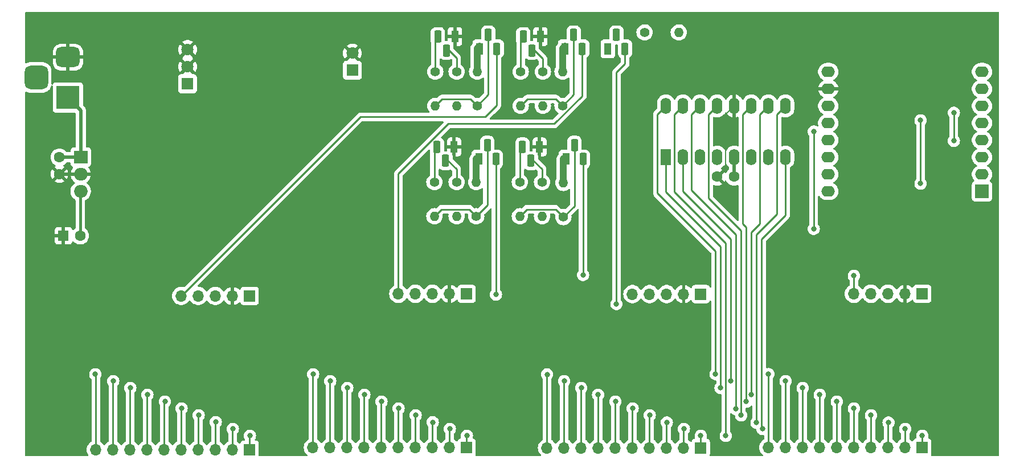
<source format=gbr>
%TF.GenerationSoftware,KiCad,Pcbnew,8.0.3-8.0.3-0~ubuntu22.04.1*%
%TF.CreationDate,2024-07-02T20:32:36+02:00*%
%TF.ProjectId,nixieclock,6e697869-6563-46c6-9f63-6b2e6b696361,rev?*%
%TF.SameCoordinates,Original*%
%TF.FileFunction,Copper,L2,Bot*%
%TF.FilePolarity,Positive*%
%FSLAX46Y46*%
G04 Gerber Fmt 4.6, Leading zero omitted, Abs format (unit mm)*
G04 Created by KiCad (PCBNEW 8.0.3-8.0.3-0~ubuntu22.04.1) date 2024-07-02 20:32:36*
%MOMM*%
%LPD*%
G01*
G04 APERTURE LIST*
G04 Aperture macros list*
%AMRoundRect*
0 Rectangle with rounded corners*
0 $1 Rounding radius*
0 $2 $3 $4 $5 $6 $7 $8 $9 X,Y pos of 4 corners*
0 Add a 4 corners polygon primitive as box body*
4,1,4,$2,$3,$4,$5,$6,$7,$8,$9,$2,$3,0*
0 Add four circle primitives for the rounded corners*
1,1,$1+$1,$2,$3*
1,1,$1+$1,$4,$5*
1,1,$1+$1,$6,$7*
1,1,$1+$1,$8,$9*
0 Add four rect primitives between the rounded corners*
20,1,$1+$1,$2,$3,$4,$5,0*
20,1,$1+$1,$4,$5,$6,$7,0*
20,1,$1+$1,$6,$7,$8,$9,0*
20,1,$1+$1,$8,$9,$2,$3,0*%
G04 Aperture macros list end*
%TA.AperFunction,ComponentPad*%
%ADD10C,1.400000*%
%TD*%
%TA.AperFunction,ComponentPad*%
%ADD11O,1.400000X1.400000*%
%TD*%
%TA.AperFunction,ComponentPad*%
%ADD12R,1.800000X1.800000*%
%TD*%
%TA.AperFunction,ComponentPad*%
%ADD13C,1.800000*%
%TD*%
%TA.AperFunction,ComponentPad*%
%ADD14R,1.100000X1.800000*%
%TD*%
%TA.AperFunction,ComponentPad*%
%ADD15RoundRect,0.275000X-0.275000X-0.625000X0.275000X-0.625000X0.275000X0.625000X-0.275000X0.625000X0*%
%TD*%
%TA.AperFunction,ComponentPad*%
%ADD16R,3.500000X3.500000*%
%TD*%
%TA.AperFunction,ComponentPad*%
%ADD17RoundRect,0.750000X-1.000000X0.750000X-1.000000X-0.750000X1.000000X-0.750000X1.000000X0.750000X0*%
%TD*%
%TA.AperFunction,ComponentPad*%
%ADD18RoundRect,0.875000X-0.875000X0.875000X-0.875000X-0.875000X0.875000X-0.875000X0.875000X0.875000X0*%
%TD*%
%TA.AperFunction,ComponentPad*%
%ADD19R,1.600000X1.600000*%
%TD*%
%TA.AperFunction,ComponentPad*%
%ADD20C,1.600000*%
%TD*%
%TA.AperFunction,ComponentPad*%
%ADD21R,1.700000X1.700000*%
%TD*%
%TA.AperFunction,ComponentPad*%
%ADD22O,1.700000X1.700000*%
%TD*%
%TA.AperFunction,ComponentPad*%
%ADD23RoundRect,0.275000X0.275000X0.625000X-0.275000X0.625000X-0.275000X-0.625000X0.275000X-0.625000X0*%
%TD*%
%TA.AperFunction,ComponentPad*%
%ADD24R,1.600000X2.400000*%
%TD*%
%TA.AperFunction,ComponentPad*%
%ADD25O,1.600000X2.400000*%
%TD*%
%TA.AperFunction,ComponentPad*%
%ADD26R,2.000000X2.000000*%
%TD*%
%TA.AperFunction,ComponentPad*%
%ADD27O,2.000000X1.600000*%
%TD*%
%TA.AperFunction,ComponentPad*%
%ADD28R,2.000000X1.905000*%
%TD*%
%TA.AperFunction,ComponentPad*%
%ADD29O,2.000000X1.905000*%
%TD*%
%TA.AperFunction,ViaPad*%
%ADD30C,0.800000*%
%TD*%
%TA.AperFunction,Conductor*%
%ADD31C,0.200000*%
%TD*%
%TA.AperFunction,Conductor*%
%ADD32C,0.500000*%
%TD*%
%TA.AperFunction,Conductor*%
%ADD33C,0.400000*%
%TD*%
%TA.AperFunction,Conductor*%
%ADD34C,0.250000*%
%TD*%
%TA.AperFunction,Conductor*%
%ADD35C,1.000000*%
%TD*%
G04 APERTURE END LIST*
D10*
%TO.P,R15,1*%
%TO.N,Net-(Q6-B)*%
X96266000Y-54508400D03*
D11*
%TO.P,R15,2*%
%TO.N,+180V*%
X96266000Y-49428400D03*
%TD*%
D12*
%TO.P,U5,1,UIN*%
%TO.N,+12V*%
X53340000Y-34798000D03*
D13*
%TO.P,U5,2,SHDN*%
%TO.N,GND*%
X53340000Y-32258000D03*
%TO.P,U5,3,GND*%
X53340000Y-29718000D03*
D12*
%TO.P,U5,4,UH_OUT*%
%TO.N,+180V*%
X77840000Y-32808000D03*
D13*
%TO.P,U5,5,GND*%
%TO.N,GND*%
X77840000Y-30268000D03*
%TD*%
D10*
%TO.P,R10,1*%
%TO.N,Net-(Q1-C)*%
X90170000Y-33020000D03*
D11*
%TO.P,R10,2*%
%TO.N,Net-(Q2-B)*%
X90170000Y-38100000D03*
%TD*%
D14*
%TO.P,Q4,1,E*%
%TO.N,+180V*%
X109474000Y-29610000D03*
D15*
%TO.P,Q4,2,B*%
%TO.N,Net-(Q4-B)*%
X110744000Y-27540000D03*
%TO.P,Q4,3,C*%
%TO.N,Net-(N2-A)*%
X112014000Y-29610000D03*
%TD*%
D16*
%TO.P,J1,1*%
%TO.N,+12V*%
X35560000Y-36861000D03*
D17*
%TO.P,J1,2*%
%TO.N,GND*%
X35560000Y-30861000D03*
D18*
%TO.P,J1,3*%
%TO.N,N/C*%
X30860000Y-33861000D03*
%TD*%
D19*
%TO.P,C2,1*%
%TO.N,GND*%
X34885621Y-57404000D03*
D20*
%TO.P,C2,2*%
%TO.N,+5V*%
X37385621Y-57404000D03*
%TD*%
D21*
%TO.P,N2,1,1*%
%TO.N,Net-(U3-~{Q1})*%
X94838520Y-88900000D03*
D22*
%TO.P,N2,2,2*%
%TO.N,Net-(U3-~{Q2})*%
X92298520Y-88900000D03*
%TO.P,N2,3,3*%
%TO.N,Net-(U3-~{Q3})*%
X89758520Y-88900000D03*
%TO.P,N2,4,4*%
%TO.N,Net-(U3-~{Q4})*%
X87218520Y-88900000D03*
%TO.P,N2,5,5*%
%TO.N,Net-(U3-~{Q5})*%
X84678520Y-88900000D03*
%TO.P,N2,6,6*%
%TO.N,Net-(U3-~{Q6})*%
X82138520Y-88900000D03*
%TO.P,N2,7,7*%
%TO.N,Net-(U3-~{Q7})*%
X79598520Y-88900000D03*
%TO.P,N2,8,8*%
%TO.N,Net-(U3-~{Q8})*%
X77058520Y-88900000D03*
%TO.P,N2,9,9*%
%TO.N,Net-(U3-~{Q9})*%
X74518520Y-88900000D03*
%TO.P,N2,10,0*%
%TO.N,Net-(N1-0)*%
X71978520Y-88900000D03*
D21*
%TO.P,N2,11,VCC*%
%TO.N,Net-(N1-VCC)*%
X94838520Y-66040000D03*
D22*
%TO.P,N2,12,GND*%
%TO.N,GND*%
X92298520Y-66040000D03*
%TO.P,N2,13,RHDP*%
%TO.N,unconnected-(N2-RHDP-Pad13)*%
X89758520Y-66040000D03*
%TO.P,N2,14,LHDP*%
%TO.N,unconnected-(N2-LHDP-Pad14)*%
X87218520Y-66040000D03*
%TO.P,N2,15,A*%
%TO.N,Net-(N2-A)*%
X84678520Y-66040000D03*
%TD*%
D14*
%TO.P,Q6,1,E*%
%TO.N,+180V*%
X96647000Y-46018400D03*
D15*
%TO.P,Q6,2,B*%
%TO.N,Net-(Q6-B)*%
X97917000Y-43948400D03*
%TO.P,Q6,3,C*%
%TO.N,Net-(N3-A)*%
X99187000Y-46018400D03*
%TD*%
D20*
%TO.P,C3,1*%
%TO.N,+5V*%
X134580000Y-48641000D03*
%TO.P,C3,2*%
%TO.N,GND*%
X132080000Y-48641000D03*
%TD*%
D21*
%TO.P,N4,1,1*%
%TO.N,Net-(U3-~{Q1})*%
X162560000Y-88900000D03*
D22*
%TO.P,N4,2,2*%
%TO.N,Net-(U3-~{Q2})*%
X160020000Y-88900000D03*
%TO.P,N4,3,3*%
%TO.N,Net-(U3-~{Q3})*%
X157480000Y-88900000D03*
%TO.P,N4,4,4*%
%TO.N,Net-(U3-~{Q4})*%
X154940000Y-88900000D03*
%TO.P,N4,5,5*%
%TO.N,Net-(U3-~{Q5})*%
X152400000Y-88900000D03*
%TO.P,N4,6,6*%
%TO.N,Net-(U3-~{Q6})*%
X149860000Y-88900000D03*
%TO.P,N4,7,7*%
%TO.N,Net-(U3-~{Q7})*%
X147320000Y-88900000D03*
%TO.P,N4,8,8*%
%TO.N,Net-(U3-~{Q8})*%
X144780000Y-88900000D03*
%TO.P,N4,9,9*%
%TO.N,Net-(U3-~{Q9})*%
X142240000Y-88900000D03*
%TO.P,N4,10,0*%
%TO.N,Net-(N1-0)*%
X139700000Y-88900000D03*
D21*
%TO.P,N4,11,VCC*%
%TO.N,Net-(N1-VCC)*%
X162560000Y-66040000D03*
D22*
%TO.P,N4,12,GND*%
%TO.N,GND*%
X160020000Y-66040000D03*
%TO.P,N4,13,RHDP*%
%TO.N,unconnected-(N4-RHDP-Pad13)*%
X157480000Y-66040000D03*
%TO.P,N4,14,LHDP*%
%TO.N,unconnected-(N4-LHDP-Pad14)*%
X154940000Y-66040000D03*
%TO.P,N4,15,A*%
%TO.N,Net-(N4-A)*%
X152400000Y-66040000D03*
%TD*%
D10*
%TO.P,R9,1*%
%TO.N,Net-(Q2-B)*%
X96393000Y-38100000D03*
D11*
%TO.P,R9,2*%
%TO.N,+180V*%
X96393000Y-33020000D03*
%TD*%
D14*
%TO.P,Q7,1,E*%
%TO.N,GND*%
X105664000Y-44202400D03*
D23*
%TO.P,Q7,2,B*%
%TO.N,Net-(Q7-B)*%
X104394000Y-46272400D03*
%TO.P,Q7,3,C*%
%TO.N,Net-(Q7-C)*%
X103124000Y-44202400D03*
%TD*%
D14*
%TO.P,Q1,1,E*%
%TO.N,GND*%
X93091000Y-27794000D03*
D23*
%TO.P,Q1,2,B*%
%TO.N,Net-(Q1-B)*%
X91821000Y-29864000D03*
%TO.P,Q1,3,C*%
%TO.N,Net-(Q1-C)*%
X90551000Y-27794000D03*
%TD*%
D24*
%TO.P,U3,1,~{Q8}*%
%TO.N,Net-(U3-~{Q8})*%
X124460000Y-45720000D03*
D25*
%TO.P,U3,2,~{Q9}*%
%TO.N,Net-(U3-~{Q9})*%
X127000000Y-45720000D03*
%TO.P,U3,3,A*%
%TO.N,/A*%
X129540000Y-45720000D03*
%TO.P,U3,4,D*%
%TO.N,/D*%
X132080000Y-45720000D03*
%TO.P,U3,5,VCC*%
%TO.N,+5V*%
X134620000Y-45720000D03*
%TO.P,U3,6,B*%
%TO.N,/B*%
X137160000Y-45720000D03*
%TO.P,U3,7,C*%
%TO.N,/C*%
X139700000Y-45720000D03*
%TO.P,U3,8,~{Q2}*%
%TO.N,Net-(U3-~{Q2})*%
X142240000Y-45720000D03*
%TO.P,U3,9,~{Q3}*%
%TO.N,Net-(U3-~{Q3})*%
X142240000Y-38100000D03*
%TO.P,U3,10,~{Q7}*%
%TO.N,Net-(U3-~{Q7})*%
X139700000Y-38100000D03*
%TO.P,U3,11,~{Q6}*%
%TO.N,Net-(U3-~{Q6})*%
X137160000Y-38100000D03*
%TO.P,U3,12,GND*%
%TO.N,GND*%
X134620000Y-38100000D03*
%TO.P,U3,13,~{Q4}*%
%TO.N,Net-(U3-~{Q4})*%
X132080000Y-38100000D03*
%TO.P,U3,14,~{Q5}*%
%TO.N,Net-(U3-~{Q5})*%
X129540000Y-38100000D03*
%TO.P,U3,15,~{Q1}*%
%TO.N,Net-(U3-~{Q1})*%
X127000000Y-38100000D03*
%TO.P,U3,16,~{Q0}*%
%TO.N,Net-(N1-0)*%
X124460000Y-38100000D03*
%TD*%
D10*
%TO.P,R18,1*%
%TO.N,Net-(Q8-B)*%
X109220000Y-54635400D03*
D11*
%TO.P,R18,2*%
%TO.N,+180V*%
X109220000Y-49555400D03*
%TD*%
D10*
%TO.P,R6,1*%
%TO.N,Net-(Q3-B)*%
X106172000Y-33020000D03*
D11*
%TO.P,R6,2*%
%TO.N,Net-(U2-SCK{slash}D5)*%
X106172000Y-38100000D03*
%TD*%
D10*
%TO.P,R19,1*%
%TO.N,Net-(Q7-C)*%
X102743000Y-49428400D03*
D11*
%TO.P,R19,2*%
%TO.N,Net-(Q8-B)*%
X102743000Y-54508400D03*
%TD*%
D14*
%TO.P,Q3,1,E*%
%TO.N,GND*%
X105791000Y-27794000D03*
D23*
%TO.P,Q3,2,B*%
%TO.N,Net-(Q3-B)*%
X104521000Y-29864000D03*
%TO.P,Q3,3,C*%
%TO.N,Net-(Q3-C)*%
X103251000Y-27794000D03*
%TD*%
D10*
%TO.P,R16,1*%
%TO.N,Net-(Q5-C)*%
X90043000Y-49428400D03*
D11*
%TO.P,R16,2*%
%TO.N,Net-(Q6-B)*%
X90043000Y-54508400D03*
%TD*%
D26*
%TO.P,U2,1,~{RST}*%
%TO.N,unconnected-(U2-~{RST}-Pad1)*%
X171450000Y-50800000D03*
D27*
%TO.P,U2,2,A0*%
%TO.N,unconnected-(U2-A0-Pad2)*%
X171450000Y-48260000D03*
%TO.P,U2,3,D0*%
%TO.N,/A*%
X171450000Y-45720000D03*
%TO.P,U2,4,SCK/D5*%
%TO.N,Net-(U2-SCK{slash}D5)*%
X171450000Y-43180000D03*
%TO.P,U2,5,MISO/D6*%
%TO.N,Net-(U2-MISO{slash}D6)*%
X171450000Y-40640000D03*
%TO.P,U2,6,MOSI/D7*%
%TO.N,Net-(U2-MOSI{slash}D7)*%
X171450000Y-38100000D03*
%TO.P,U2,7,CS/D8*%
%TO.N,Net-(U2-CS{slash}D8)*%
X171450000Y-35560000D03*
%TO.P,U2,8,3V3*%
%TO.N,unconnected-(U2-3V3-Pad8)*%
X171450000Y-33020000D03*
%TO.P,U2,9,5V*%
%TO.N,+5V*%
X148590000Y-33020000D03*
%TO.P,U2,10,GND*%
%TO.N,GND*%
X148590000Y-35560000D03*
%TO.P,U2,11,D4*%
%TO.N,Net-(U2-D4)*%
X148590000Y-38100000D03*
%TO.P,U2,12,D3*%
%TO.N,/D*%
X148590000Y-40640000D03*
%TO.P,U2,13,SDA/D2*%
%TO.N,/C*%
X148590000Y-43180000D03*
%TO.P,U2,14,SCL/D1*%
%TO.N,/B*%
X148590000Y-45720000D03*
%TO.P,U2,15,RX*%
%TO.N,unconnected-(U2-RX-Pad15)*%
X148590000Y-48260000D03*
%TO.P,U2,16,TX*%
%TO.N,unconnected-(U2-TX-Pad16)*%
X148590000Y-50800000D03*
%TD*%
D14*
%TO.P,Q2,1,E*%
%TO.N,+180V*%
X96774000Y-29610000D03*
D15*
%TO.P,Q2,2,B*%
%TO.N,Net-(Q2-B)*%
X98044000Y-27540000D03*
%TO.P,Q2,3,C*%
%TO.N,Net-(N1-A)*%
X99314000Y-29610000D03*
%TD*%
D10*
%TO.P,R7,1*%
%TO.N,Net-(Q5-B)*%
X93345000Y-49428400D03*
D11*
%TO.P,R7,2*%
%TO.N,Net-(U2-MISO{slash}D6)*%
X93345000Y-54508400D03*
%TD*%
D10*
%TO.P,R12,1*%
%TO.N,Net-(Q4-B)*%
X109093000Y-38100000D03*
D11*
%TO.P,R12,2*%
%TO.N,+180V*%
X109093000Y-33020000D03*
%TD*%
D21*
%TO.P,N1,1,1*%
%TO.N,Net-(U3-~{Q1})*%
X62563500Y-89222580D03*
D22*
%TO.P,N1,2,2*%
%TO.N,Net-(U3-~{Q2})*%
X60023500Y-89222580D03*
%TO.P,N1,3,3*%
%TO.N,Net-(U3-~{Q3})*%
X57483500Y-89222580D03*
%TO.P,N1,4,4*%
%TO.N,Net-(U3-~{Q4})*%
X54943500Y-89222580D03*
%TO.P,N1,5,5*%
%TO.N,Net-(U3-~{Q5})*%
X52403500Y-89222580D03*
%TO.P,N1,6,6*%
%TO.N,Net-(U3-~{Q6})*%
X49863500Y-89222580D03*
%TO.P,N1,7,7*%
%TO.N,Net-(U3-~{Q7})*%
X47323500Y-89222580D03*
%TO.P,N1,8,8*%
%TO.N,Net-(U3-~{Q8})*%
X44783500Y-89222580D03*
%TO.P,N1,9,9*%
%TO.N,Net-(U3-~{Q9})*%
X42243500Y-89222580D03*
%TO.P,N1,10,0*%
%TO.N,Net-(N1-0)*%
X39703500Y-89222580D03*
D21*
%TO.P,N1,11,VCC*%
%TO.N,Net-(N1-VCC)*%
X62563500Y-66362580D03*
D22*
%TO.P,N1,12,GND*%
%TO.N,GND*%
X60023500Y-66362580D03*
%TO.P,N1,13,RHDP*%
%TO.N,unconnected-(N1-RHDP-Pad13)*%
X57483500Y-66362580D03*
%TO.P,N1,14,LHDP*%
%TO.N,unconnected-(N1-LHDP-Pad14)*%
X54943500Y-66362580D03*
%TO.P,N1,15,A*%
%TO.N,Net-(N1-A)*%
X52403500Y-66362580D03*
%TD*%
D10*
%TO.P,R5,1*%
%TO.N,Net-(Q1-B)*%
X93345000Y-33020000D03*
D11*
%TO.P,R5,2*%
%TO.N,Net-(U2-D4)*%
X93345000Y-38100000D03*
%TD*%
D14*
%TO.P,Q9,1,C*%
%TO.N,+5V*%
X115824000Y-29610000D03*
D15*
%TO.P,Q9,2,B*%
%TO.N,Net-(Q9-B)*%
X117094000Y-27540000D03*
%TO.P,Q9,3,E*%
%TO.N,Net-(N1-VCC)*%
X118364000Y-29610000D03*
%TD*%
D14*
%TO.P,Q8,1,E*%
%TO.N,+180V*%
X109601000Y-46018400D03*
D15*
%TO.P,Q8,2,B*%
%TO.N,Net-(Q8-B)*%
X110871000Y-43948400D03*
%TO.P,Q8,3,C*%
%TO.N,Net-(N4-A)*%
X112141000Y-46018400D03*
%TD*%
D10*
%TO.P,R1,1*%
%TO.N,Net-(Q9-B)*%
X121285000Y-27178000D03*
D11*
%TO.P,R1,2*%
%TO.N,Net-(U2-CS{slash}D8)*%
X126365000Y-27178000D03*
%TD*%
D14*
%TO.P,Q5,1,E*%
%TO.N,GND*%
X92964000Y-44202400D03*
D23*
%TO.P,Q5,2,B*%
%TO.N,Net-(Q5-B)*%
X91694000Y-46272400D03*
%TO.P,Q5,3,C*%
%TO.N,Net-(Q5-C)*%
X90424000Y-44202400D03*
%TD*%
D28*
%TO.P,U1,1,IN*%
%TO.N,+12V*%
X37465000Y-45720000D03*
D29*
%TO.P,U1,2,GND*%
%TO.N,GND*%
X37465000Y-48260000D03*
%TO.P,U1,3,OUT*%
%TO.N,+5V*%
X37465000Y-50800000D03*
%TD*%
D10*
%TO.P,R13,1*%
%TO.N,Net-(Q3-C)*%
X102870000Y-33020000D03*
D11*
%TO.P,R13,2*%
%TO.N,Net-(Q4-B)*%
X102870000Y-38100000D03*
%TD*%
D20*
%TO.P,C1,1*%
%TO.N,GND*%
X34290000Y-48240000D03*
%TO.P,C1,2*%
%TO.N,+12V*%
X34290000Y-45740000D03*
%TD*%
D21*
%TO.P,N3,1,1*%
%TO.N,Net-(U3-~{Q1})*%
X129639060Y-88948260D03*
D22*
%TO.P,N3,2,2*%
%TO.N,Net-(U3-~{Q2})*%
X127099060Y-88948260D03*
%TO.P,N3,3,3*%
%TO.N,Net-(U3-~{Q3})*%
X124559060Y-88948260D03*
%TO.P,N3,4,4*%
%TO.N,Net-(U3-~{Q4})*%
X122019060Y-88948260D03*
%TO.P,N3,5,5*%
%TO.N,Net-(U3-~{Q5})*%
X119479060Y-88948260D03*
%TO.P,N3,6,6*%
%TO.N,Net-(U3-~{Q6})*%
X116939060Y-88948260D03*
%TO.P,N3,7,7*%
%TO.N,Net-(U3-~{Q7})*%
X114399060Y-88948260D03*
%TO.P,N3,8,8*%
%TO.N,Net-(U3-~{Q8})*%
X111859060Y-88948260D03*
%TO.P,N3,9,9*%
%TO.N,Net-(U3-~{Q9})*%
X109319060Y-88948260D03*
%TO.P,N3,10,0*%
%TO.N,Net-(N1-0)*%
X106779060Y-88948260D03*
D21*
%TO.P,N3,11,VCC*%
%TO.N,Net-(N1-VCC)*%
X129639060Y-66088260D03*
D22*
%TO.P,N3,12,GND*%
%TO.N,GND*%
X127099060Y-66088260D03*
%TO.P,N3,13,RHDP*%
%TO.N,unconnected-(N3-RHDP-Pad13)*%
X124559060Y-66088260D03*
%TO.P,N3,14,LHDP*%
%TO.N,unconnected-(N3-LHDP-Pad14)*%
X122019060Y-66088260D03*
%TO.P,N3,15,A*%
%TO.N,Net-(N3-A)*%
X119479060Y-66088260D03*
%TD*%
D10*
%TO.P,R8,1*%
%TO.N,Net-(Q7-B)*%
X106045000Y-49428400D03*
D11*
%TO.P,R8,2*%
%TO.N,Net-(U2-MOSI{slash}D7)*%
X106045000Y-54508400D03*
%TD*%
D30*
%TO.N,Net-(U3-~{Q4})*%
X87249000Y-84109560D03*
X135636000Y-84109560D03*
X154940000Y-84109560D03*
X54991000Y-84109560D03*
X122047000Y-84109560D03*
%TO.N,Net-(U3-~{Q5})*%
X52451000Y-83093560D03*
X134874000Y-83185000D03*
X152400000Y-83093560D03*
X119507000Y-83093560D03*
X84709000Y-83093560D03*
%TO.N,Net-(U3-~{Q8})*%
X132575000Y-80045560D03*
X144780000Y-80045560D03*
X111861600Y-80045560D03*
X77089000Y-80045560D03*
X44831000Y-80045560D03*
%TO.N,Net-(U3-~{Q9})*%
X42291000Y-79029560D03*
X134112000Y-78994000D03*
X142240000Y-79029560D03*
X109321600Y-79029560D03*
X74549000Y-79029560D03*
%TO.N,Net-(U3-~{Q6})*%
X82169000Y-82077560D03*
X49973000Y-82077560D03*
X149860000Y-82077560D03*
X136398000Y-82077560D03*
X116941600Y-82077560D03*
%TO.N,Net-(U3-~{Q3})*%
X157543500Y-85189060D03*
X89789000Y-85146041D03*
X137922000Y-85217000D03*
X124587000Y-85168135D03*
X57531000Y-85125560D03*
%TO.N,Net-(U3-~{Q1})*%
X94869000Y-87157560D03*
X129639060Y-87160100D03*
X162560000Y-87157560D03*
X62611000Y-87157560D03*
X133350000Y-87157560D03*
%TO.N,Net-(U3-~{Q2})*%
X127127000Y-86141560D03*
X138811000Y-86141560D03*
X160020000Y-86141560D03*
X92329000Y-86141560D03*
X60071000Y-86141560D03*
%TO.N,Net-(U3-~{Q7})*%
X147320000Y-81061560D03*
X79629000Y-81061560D03*
X114366040Y-81061560D03*
X137124444Y-81061560D03*
X47371000Y-81061560D03*
%TO.N,Net-(U2-SCK{slash}D5)*%
X167259000Y-43307000D03*
X167259000Y-39116000D03*
%TO.N,Net-(U2-MISO{slash}D6)*%
X146431000Y-41910004D03*
X146430996Y-56387996D03*
%TO.N,Net-(U2-MOSI{slash}D7)*%
X162306000Y-40259000D03*
X162306000Y-49657000D03*
%TO.N,Net-(N1-VCC)*%
X117094004Y-67563260D03*
%TO.N,Net-(N1-0)*%
X72009000Y-78013560D03*
X39624000Y-78013560D03*
X106781600Y-78028800D03*
X139700000Y-77978000D03*
X131826000Y-77978000D03*
%TO.N,Net-(N3-A)*%
X99187000Y-66167000D03*
%TO.N,Net-(N4-A)*%
X112141000Y-63246000D03*
X152400006Y-63373000D03*
%TD*%
D31*
%TO.N,GND*%
X132080000Y-48641000D02*
X133350000Y-47371000D01*
X133350000Y-39370000D02*
X134620000Y-38100000D01*
X133350000Y-47371000D02*
X133350000Y-39370000D01*
D32*
X34310000Y-48260000D02*
X34290000Y-48240000D01*
X37465000Y-48260000D02*
X34310000Y-48260000D01*
%TO.N,+12V*%
X37445000Y-45740000D02*
X37465000Y-45720000D01*
X37465000Y-38766000D02*
X35560000Y-36861000D01*
X34330000Y-38091000D02*
X35560000Y-36861000D01*
X34290000Y-45740000D02*
X37445000Y-45740000D01*
X37465000Y-45720000D02*
X37465000Y-38766000D01*
D33*
%TO.N,+5V*%
X37385621Y-57404000D02*
X37385621Y-50879379D01*
D32*
X134580000Y-45760000D02*
X134620000Y-45720000D01*
X134580000Y-48260000D02*
X134580000Y-45760000D01*
D33*
X37385621Y-50879379D02*
X37465000Y-50800000D01*
D34*
%TO.N,Net-(U3-~{Q4})*%
X87218520Y-88900000D02*
X87218520Y-84140040D01*
X54943500Y-89222580D02*
X54943500Y-84157060D01*
X130810000Y-39370000D02*
X130810000Y-51816000D01*
X122019060Y-84112100D02*
X122044460Y-84112100D01*
X122044460Y-84112100D02*
X122047000Y-84109560D01*
X154940000Y-88900000D02*
X154940000Y-84109560D01*
X122019060Y-88948260D02*
X122019060Y-84112100D01*
X130810000Y-51816000D02*
X135636000Y-56642000D01*
X132080000Y-38100000D02*
X130810000Y-39370000D01*
X54943500Y-84157060D02*
X54991000Y-84109560D01*
X87218520Y-84140040D02*
X87249000Y-84109560D01*
X135636000Y-56642000D02*
X135636000Y-84109560D01*
%TO.N,Net-(U3-~{Q5})*%
X119479060Y-83096100D02*
X119504460Y-83096100D01*
X128270000Y-39370000D02*
X128270000Y-50673000D01*
X84678520Y-88900000D02*
X84678520Y-83124040D01*
X129540000Y-38100000D02*
X128270000Y-39370000D01*
X134874000Y-57277000D02*
X134874000Y-83185000D01*
X119479060Y-88948260D02*
X119479060Y-83096100D01*
X52403500Y-89222580D02*
X52403500Y-83141060D01*
X84678520Y-83124040D02*
X84709000Y-83093560D01*
X119504460Y-83096100D02*
X119507000Y-83093560D01*
X128270000Y-50673000D02*
X134874000Y-57277000D01*
X52403500Y-83141060D02*
X52451000Y-83093560D01*
X152400000Y-88900000D02*
X152400000Y-83093560D01*
%TO.N,Net-(U3-~{Q8})*%
X144678400Y-79943960D02*
X144780000Y-80045560D01*
X111859060Y-88948260D02*
X111859060Y-80048100D01*
X44783500Y-80093060D02*
X44831000Y-80045560D01*
X77058520Y-80076040D02*
X77089000Y-80045560D01*
X124460000Y-45720000D02*
X124460000Y-50927000D01*
X144961616Y-80045560D02*
X144780000Y-80045560D01*
X44783500Y-89222580D02*
X44783500Y-80093060D01*
X77058520Y-88900000D02*
X77058520Y-80076040D01*
X124460000Y-50927000D02*
X132575000Y-59042000D01*
X111859060Y-80048100D02*
X111861600Y-80045560D01*
X144780000Y-88900000D02*
X144780000Y-80045560D01*
X144653000Y-79918560D02*
X144780000Y-80045560D01*
X132575000Y-59042000D02*
X132575000Y-80045560D01*
%TO.N,Net-(U3-~{Q9})*%
X127000000Y-45720000D02*
X127000000Y-50800000D01*
X42243500Y-89222580D02*
X42243500Y-79077060D01*
X127000000Y-50800000D02*
X134112000Y-57912000D01*
X109319060Y-79032100D02*
X109321600Y-79029560D01*
X109319060Y-88948260D02*
X109319060Y-79032100D01*
X42243500Y-79077060D02*
X42291000Y-79029560D01*
X74518520Y-88900000D02*
X74518520Y-79060040D01*
X74518520Y-79060040D02*
X74549000Y-79029560D01*
X142240000Y-88900000D02*
X142240000Y-79029560D01*
X134112000Y-57912000D02*
X134112000Y-78994000D01*
%TO.N,Net-(U3-~{Q6})*%
X137160000Y-38100000D02*
X135890000Y-39370000D01*
X149860000Y-88900000D02*
X149860000Y-82077560D01*
X135890000Y-39370000D02*
X135890000Y-55626000D01*
X49863500Y-82187060D02*
X49973000Y-82077560D01*
X135890000Y-55626000D02*
X136398000Y-56134000D01*
X116939060Y-82080100D02*
X116941600Y-82077560D01*
X136398000Y-56134000D02*
X136398000Y-82077560D01*
X82138520Y-82108040D02*
X82169000Y-82077560D01*
X116939060Y-88948260D02*
X116939060Y-82080100D01*
X49863500Y-89222580D02*
X49863500Y-82187060D01*
X82138520Y-88900000D02*
X82138520Y-82108040D01*
%TO.N,Net-(U3-~{Q3})*%
X124559060Y-88948260D02*
X124559060Y-85194140D01*
X137922000Y-57277000D02*
X137922000Y-85217000D01*
X89758520Y-88900000D02*
X89758520Y-85176521D01*
X124560995Y-85194140D02*
X124587000Y-85168135D01*
X124559060Y-85194140D02*
X124560995Y-85194140D01*
X57483500Y-85173060D02*
X57531000Y-85125560D01*
X57483500Y-89222580D02*
X57483500Y-85173060D01*
X157543500Y-85189060D02*
X157480000Y-85252560D01*
X89758520Y-85176521D02*
X89789000Y-85146041D01*
X142240000Y-38100000D02*
X140970000Y-39370000D01*
X157480000Y-85252560D02*
X157480000Y-88900000D01*
X140970000Y-54229000D02*
X137922000Y-57277000D01*
X140970000Y-39370000D02*
X140970000Y-54229000D01*
%TO.N,Net-(U3-~{Q1})*%
X94838520Y-88900000D02*
X94838520Y-87188040D01*
X125730000Y-50927000D02*
X133350000Y-58547000D01*
X133350000Y-58547000D02*
X133350000Y-87157560D01*
X94838520Y-87188040D02*
X94869000Y-87157560D01*
X127000000Y-38100000D02*
X125730000Y-39370000D01*
X129639060Y-88948260D02*
X129639060Y-87160100D01*
X62563500Y-87205060D02*
X62611000Y-87157560D01*
X162560000Y-88900000D02*
X162560000Y-87157560D01*
X62563500Y-89222580D02*
X62563500Y-87205060D01*
X125730000Y-39370000D02*
X125730000Y-50927000D01*
%TO.N,Net-(U3-~{Q2})*%
X142240000Y-45720000D02*
X142240000Y-54356000D01*
X138684000Y-57912000D02*
X138684000Y-86014560D01*
X92298520Y-86172040D02*
X92329000Y-86141560D01*
X127099060Y-86113620D02*
X127127000Y-86141560D01*
X60023500Y-89222580D02*
X60023500Y-86189060D01*
X142240000Y-54356000D02*
X138684000Y-57912000D01*
X60023500Y-86189060D02*
X60071000Y-86141560D01*
X160020000Y-88900000D02*
X160020000Y-86141560D01*
X92298520Y-88900000D02*
X92298520Y-86172040D01*
X138684000Y-86014560D02*
X138811000Y-86141560D01*
X127099060Y-88948260D02*
X127099060Y-86113620D01*
%TO.N,Net-(U3-~{Q7})*%
X79598520Y-88900000D02*
X79598520Y-81092040D01*
X47323500Y-81109060D02*
X47371000Y-81061560D01*
X137124440Y-81061556D02*
X137124444Y-81061560D01*
X138430000Y-55626000D02*
X137124440Y-56931560D01*
X114399060Y-88948260D02*
X114399060Y-81094580D01*
X79598520Y-81092040D02*
X79629000Y-81061560D01*
X114399060Y-81094580D02*
X114366040Y-81061560D01*
X137124440Y-56931560D02*
X137124440Y-81061556D01*
X47323500Y-89222580D02*
X47323500Y-81109060D01*
X139700000Y-38100000D02*
X138430000Y-39370000D01*
X147320000Y-88900000D02*
X147320000Y-81061560D01*
X138430000Y-39370000D02*
X138430000Y-55626000D01*
%TO.N,Net-(Q1-B)*%
X93345000Y-33020000D02*
X93345000Y-30988000D01*
X93345000Y-30988000D02*
X91821000Y-29464000D01*
%TO.N,Net-(Q1-C)*%
X90170000Y-33020000D02*
X90170000Y-28575000D01*
X90170000Y-28575000D02*
X90551000Y-28194000D01*
D35*
%TO.N,+180V*%
X109093000Y-33020000D02*
X109093000Y-29591000D01*
X96266000Y-49428400D02*
X96266000Y-45999400D01*
X109220000Y-45999400D02*
X109601000Y-45618400D01*
X96266000Y-45999400D02*
X96647000Y-45618400D01*
X96393000Y-29591000D02*
X96774000Y-29210000D01*
X109220000Y-49555400D02*
X109220000Y-45999400D01*
X96393000Y-33020000D02*
X96393000Y-29591000D01*
X109093000Y-29591000D02*
X109474000Y-29210000D01*
D34*
%TO.N,Net-(Q2-B)*%
X98044000Y-27940000D02*
X98044000Y-36449000D01*
X98044000Y-36449000D02*
X96393000Y-38100000D01*
X90170000Y-38100000D02*
X91195000Y-37075000D01*
X95368000Y-37075000D02*
X96393000Y-38100000D01*
X91195000Y-37075000D02*
X95368000Y-37075000D01*
%TO.N,Net-(Q3-C)*%
X102870000Y-28575000D02*
X103251000Y-28194000D01*
X102870000Y-33020000D02*
X102870000Y-28575000D01*
%TO.N,Net-(Q3-B)*%
X106172000Y-31115000D02*
X104521000Y-29464000D01*
X106172000Y-33020000D02*
X106172000Y-31115000D01*
%TO.N,Net-(Q4-B)*%
X102870000Y-38100000D02*
X103895000Y-37075000D01*
X110744000Y-36449000D02*
X109093000Y-38100000D01*
X110744000Y-27940000D02*
X110744000Y-36449000D01*
X103895000Y-37075000D02*
X108068000Y-37075000D01*
X108068000Y-37075000D02*
X109093000Y-38100000D01*
%TO.N,Net-(Q5-B)*%
X93345000Y-47523400D02*
X91694000Y-45872400D01*
X93345000Y-49428400D02*
X93345000Y-47523400D01*
%TO.N,Net-(Q5-C)*%
X90043000Y-44983400D02*
X90043000Y-49428400D01*
X90424000Y-44602400D02*
X90043000Y-44983400D01*
%TO.N,Net-(Q6-B)*%
X90043000Y-54508400D02*
X91068000Y-53483400D01*
X97917000Y-52857400D02*
X97917000Y-44348400D01*
X96266000Y-54508400D02*
X97917000Y-52857400D01*
X95241000Y-53483400D02*
X96266000Y-54508400D01*
X91068000Y-53483400D02*
X95241000Y-53483400D01*
%TO.N,Net-(Q7-B)*%
X106045000Y-47523400D02*
X104394000Y-45872400D01*
X106045000Y-49428400D02*
X106045000Y-47523400D01*
%TO.N,Net-(Q7-C)*%
X102743000Y-49428400D02*
X102743000Y-44983400D01*
X102743000Y-44983400D02*
X103124000Y-44602400D01*
%TO.N,Net-(Q8-B)*%
X110871000Y-52984400D02*
X110871000Y-44348400D01*
X103768000Y-53483400D02*
X108068000Y-53483400D01*
X109220000Y-54635400D02*
X110871000Y-52984400D01*
X102743000Y-54508400D02*
X103768000Y-53483400D01*
X108068000Y-53483400D02*
X109220000Y-54635400D01*
%TO.N,Net-(U2-SCK{slash}D5)*%
X167259000Y-43307000D02*
X167259000Y-39116000D01*
%TO.N,Net-(U2-MISO{slash}D6)*%
X146431000Y-56387992D02*
X146430996Y-56387996D01*
X146431000Y-41910004D02*
X146431000Y-56387992D01*
%TO.N,Net-(U2-MOSI{slash}D7)*%
X162306000Y-49657000D02*
X162306000Y-40259000D01*
%TO.N,/C*%
X148590000Y-43180000D02*
X148590000Y-43380000D01*
%TO.N,Net-(N1-VCC)*%
X118364000Y-31877004D02*
X117094004Y-33147000D01*
X118364000Y-29210000D02*
X118364000Y-31877004D01*
X117094004Y-33147000D02*
X117094004Y-67563260D01*
%TO.N,Net-(N1-A)*%
X52403500Y-66362580D02*
X79015080Y-39751000D01*
X99314000Y-37998400D02*
X99314000Y-29210000D01*
X97561400Y-39751000D02*
X99314000Y-37998400D01*
X79015080Y-39751000D02*
X97561400Y-39751000D01*
%TO.N,Net-(N1-0)*%
X39703500Y-89222580D02*
X39703500Y-78093060D01*
X39703500Y-78093060D02*
X39624000Y-78013560D01*
X123190000Y-39370000D02*
X123190000Y-51054000D01*
X124460000Y-38100000D02*
X123190000Y-39370000D01*
X131826000Y-59690000D02*
X131826000Y-77978000D01*
X139700000Y-88900000D02*
X139700000Y-77978000D01*
X106779060Y-78031340D02*
X106781600Y-78028800D01*
X71978520Y-88900000D02*
X71978520Y-78044040D01*
X71978520Y-78044040D02*
X72009000Y-78013560D01*
X123190000Y-51054000D02*
X131826000Y-59690000D01*
X106779060Y-88948260D02*
X106779060Y-78031340D01*
%TO.N,Net-(N2-A)*%
X84678520Y-48191732D02*
X84678520Y-66040000D01*
X107875569Y-40767000D02*
X92103252Y-40767000D01*
X112014000Y-29210000D02*
X112014000Y-36628569D01*
X112014000Y-36628569D02*
X107875569Y-40767000D01*
X92103252Y-40767000D02*
X84678520Y-48191732D01*
%TO.N,Net-(N3-A)*%
X99187000Y-56769000D02*
X99187000Y-45618400D01*
X99187000Y-56769000D02*
X99187000Y-66167000D01*
%TO.N,Net-(N4-A)*%
X152400000Y-66040000D02*
X152400000Y-63373006D01*
X112141000Y-45618400D02*
X112141000Y-59436000D01*
X152400000Y-63373006D02*
X152400006Y-63373000D01*
X112141000Y-59436000D02*
X112141000Y-63246000D01*
%TD*%
%TA.AperFunction,Conductor*%
%TO.N,GND*%
G36*
X173933039Y-24149685D02*
G01*
X173978794Y-24202489D01*
X173990000Y-24254000D01*
X173990000Y-90046000D01*
X173970315Y-90113039D01*
X173917511Y-90158794D01*
X173866000Y-90170000D01*
X163974660Y-90170000D01*
X163907621Y-90150315D01*
X163861866Y-90097511D01*
X163851922Y-90028353D01*
X163858479Y-90002665D01*
X163878814Y-89948147D01*
X163911989Y-89859201D01*
X163915591Y-89825692D01*
X163918499Y-89798654D01*
X163918500Y-89798637D01*
X163918500Y-88001362D01*
X163918499Y-88001345D01*
X163914672Y-87965759D01*
X163911989Y-87940799D01*
X163860889Y-87803796D01*
X163773261Y-87686739D01*
X163656204Y-87599111D01*
X163648590Y-87596271D01*
X163513834Y-87546008D01*
X163457901Y-87504136D01*
X163433485Y-87438672D01*
X163439238Y-87391510D01*
X163453542Y-87347488D01*
X163473504Y-87157560D01*
X163453542Y-86967632D01*
X163394527Y-86786004D01*
X163299040Y-86620616D01*
X163171253Y-86478694D01*
X163016752Y-86366442D01*
X162842288Y-86288766D01*
X162842286Y-86288765D01*
X162655487Y-86249060D01*
X162464513Y-86249060D01*
X162277714Y-86288765D01*
X162103246Y-86366443D01*
X161948745Y-86478695D01*
X161820959Y-86620617D01*
X161725473Y-86786003D01*
X161725470Y-86786010D01*
X161677816Y-86932676D01*
X161666458Y-86967632D01*
X161653036Y-87095337D01*
X161646496Y-87157560D01*
X161666459Y-87347493D01*
X161680761Y-87391510D01*
X161682756Y-87461351D01*
X161646675Y-87521183D01*
X161606165Y-87546008D01*
X161463795Y-87599111D01*
X161346739Y-87686739D01*
X161259111Y-87803795D01*
X161213861Y-87925111D01*
X161171989Y-87981044D01*
X161106524Y-88005460D01*
X161038252Y-87990607D01*
X161006454Y-87965762D01*
X160943240Y-87897094D01*
X160765577Y-87758811D01*
X160718480Y-87733323D01*
X160668891Y-87684102D01*
X160653500Y-87624269D01*
X160653500Y-86843316D01*
X160673185Y-86776277D01*
X160685346Y-86760348D01*
X160759040Y-86678504D01*
X160854527Y-86513116D01*
X160913542Y-86331488D01*
X160933504Y-86141560D01*
X160913542Y-85951632D01*
X160854527Y-85770004D01*
X160759040Y-85604616D01*
X160631253Y-85462694D01*
X160476752Y-85350442D01*
X160302288Y-85272766D01*
X160302286Y-85272765D01*
X160115487Y-85233060D01*
X159924513Y-85233060D01*
X159737714Y-85272765D01*
X159563246Y-85350443D01*
X159408745Y-85462695D01*
X159280959Y-85604617D01*
X159185473Y-85770003D01*
X159185470Y-85770010D01*
X159126459Y-85951628D01*
X159126458Y-85951632D01*
X159106496Y-86141560D01*
X159126458Y-86331488D01*
X159126459Y-86331491D01*
X159185470Y-86513109D01*
X159185473Y-86513116D01*
X159280958Y-86678502D01*
X159280960Y-86678504D01*
X159354649Y-86760344D01*
X159384880Y-86823335D01*
X159386500Y-86843316D01*
X159386500Y-87624269D01*
X159366815Y-87691308D01*
X159321520Y-87733323D01*
X159274422Y-87758811D01*
X159274422Y-87758812D01*
X159096761Y-87897092D01*
X159096756Y-87897097D01*
X158944284Y-88062723D01*
X158944276Y-88062734D01*
X158853808Y-88201206D01*
X158800662Y-88246562D01*
X158731431Y-88255986D01*
X158668095Y-88226484D01*
X158646192Y-88201206D01*
X158567913Y-88081392D01*
X158555722Y-88062732D01*
X158555719Y-88062729D01*
X158555715Y-88062723D01*
X158403243Y-87897097D01*
X158403238Y-87897092D01*
X158254833Y-87781583D01*
X158225577Y-87758811D01*
X158178480Y-87733323D01*
X158128891Y-87684102D01*
X158113500Y-87624269D01*
X158113500Y-85960279D01*
X158133185Y-85893240D01*
X158150513Y-85872853D01*
X158150405Y-85872756D01*
X158153814Y-85868969D01*
X158154533Y-85868124D01*
X158154750Y-85867928D01*
X158154753Y-85867926D01*
X158282540Y-85726004D01*
X158378027Y-85560616D01*
X158437042Y-85378988D01*
X158457004Y-85189060D01*
X158437042Y-84999132D01*
X158378027Y-84817504D01*
X158282540Y-84652116D01*
X158154753Y-84510194D01*
X158000252Y-84397942D01*
X157825788Y-84320266D01*
X157825786Y-84320265D01*
X157638987Y-84280560D01*
X157448013Y-84280560D01*
X157261214Y-84320265D01*
X157086746Y-84397943D01*
X156932245Y-84510195D01*
X156804459Y-84652117D01*
X156708973Y-84817503D01*
X156708970Y-84817510D01*
X156656758Y-84978203D01*
X156649958Y-84999132D01*
X156629996Y-85189060D01*
X156649958Y-85378988D01*
X156649959Y-85378991D01*
X156708970Y-85560609D01*
X156708973Y-85560616D01*
X156804458Y-85726002D01*
X156814650Y-85737321D01*
X156844880Y-85800312D01*
X156846500Y-85820293D01*
X156846500Y-87624269D01*
X156826815Y-87691308D01*
X156781520Y-87733323D01*
X156734422Y-87758811D01*
X156734422Y-87758812D01*
X156556761Y-87897092D01*
X156556756Y-87897097D01*
X156404284Y-88062723D01*
X156404276Y-88062734D01*
X156313808Y-88201206D01*
X156260662Y-88246562D01*
X156191431Y-88255986D01*
X156128095Y-88226484D01*
X156106192Y-88201206D01*
X156027913Y-88081392D01*
X156015722Y-88062732D01*
X156015719Y-88062729D01*
X156015715Y-88062723D01*
X155863243Y-87897097D01*
X155863238Y-87897092D01*
X155714833Y-87781583D01*
X155685577Y-87758811D01*
X155638480Y-87733323D01*
X155588891Y-87684102D01*
X155573500Y-87624269D01*
X155573500Y-84811316D01*
X155593185Y-84744277D01*
X155605346Y-84728348D01*
X155679040Y-84646504D01*
X155774527Y-84481116D01*
X155833542Y-84299488D01*
X155853504Y-84109560D01*
X155833542Y-83919632D01*
X155774527Y-83738004D01*
X155679040Y-83572616D01*
X155551253Y-83430694D01*
X155396752Y-83318442D01*
X155222288Y-83240766D01*
X155222286Y-83240765D01*
X155035487Y-83201060D01*
X154844513Y-83201060D01*
X154657714Y-83240765D01*
X154483246Y-83318443D01*
X154328745Y-83430695D01*
X154200959Y-83572617D01*
X154105473Y-83738003D01*
X154105470Y-83738010D01*
X154046459Y-83919628D01*
X154046458Y-83919632D01*
X154026496Y-84109560D01*
X154046458Y-84299488D01*
X154046459Y-84299491D01*
X154105470Y-84481109D01*
X154105473Y-84481116D01*
X154200958Y-84646502D01*
X154200960Y-84646504D01*
X154274649Y-84728344D01*
X154304880Y-84791335D01*
X154306500Y-84811316D01*
X154306500Y-87624269D01*
X154286815Y-87691308D01*
X154241520Y-87733323D01*
X154194422Y-87758811D01*
X154194422Y-87758812D01*
X154016761Y-87897092D01*
X154016756Y-87897097D01*
X153864284Y-88062723D01*
X153864276Y-88062734D01*
X153773808Y-88201206D01*
X153720662Y-88246562D01*
X153651431Y-88255986D01*
X153588095Y-88226484D01*
X153566192Y-88201206D01*
X153487913Y-88081392D01*
X153475722Y-88062732D01*
X153475719Y-88062729D01*
X153475715Y-88062723D01*
X153323243Y-87897097D01*
X153323238Y-87897092D01*
X153174833Y-87781583D01*
X153145577Y-87758811D01*
X153098480Y-87733323D01*
X153048891Y-87684102D01*
X153033500Y-87624269D01*
X153033500Y-83795316D01*
X153053185Y-83728277D01*
X153065346Y-83712348D01*
X153139040Y-83630504D01*
X153234527Y-83465116D01*
X153293542Y-83283488D01*
X153313504Y-83093560D01*
X153293542Y-82903632D01*
X153234527Y-82722004D01*
X153139040Y-82556616D01*
X153011253Y-82414694D01*
X152856752Y-82302442D01*
X152682288Y-82224766D01*
X152682286Y-82224765D01*
X152495487Y-82185060D01*
X152304513Y-82185060D01*
X152117714Y-82224765D01*
X151943246Y-82302443D01*
X151788745Y-82414695D01*
X151660959Y-82556617D01*
X151565473Y-82722003D01*
X151565470Y-82722010D01*
X151517816Y-82868676D01*
X151506458Y-82903632D01*
X151486496Y-83093560D01*
X151506458Y-83283488D01*
X151506459Y-83283491D01*
X151565470Y-83465109D01*
X151565473Y-83465116D01*
X151660958Y-83630502D01*
X151660960Y-83630504D01*
X151734649Y-83712344D01*
X151764880Y-83775335D01*
X151766500Y-83795316D01*
X151766500Y-87624269D01*
X151746815Y-87691308D01*
X151701520Y-87733323D01*
X151654422Y-87758811D01*
X151654422Y-87758812D01*
X151476761Y-87897092D01*
X151476756Y-87897097D01*
X151324284Y-88062723D01*
X151324276Y-88062734D01*
X151233808Y-88201206D01*
X151180662Y-88246562D01*
X151111431Y-88255986D01*
X151048095Y-88226484D01*
X151026192Y-88201206D01*
X150947913Y-88081392D01*
X150935722Y-88062732D01*
X150935719Y-88062729D01*
X150935715Y-88062723D01*
X150783243Y-87897097D01*
X150783238Y-87897092D01*
X150634833Y-87781583D01*
X150605577Y-87758811D01*
X150558480Y-87733323D01*
X150508891Y-87684102D01*
X150493500Y-87624269D01*
X150493500Y-82779316D01*
X150513185Y-82712277D01*
X150525346Y-82696348D01*
X150599040Y-82614504D01*
X150694527Y-82449116D01*
X150753542Y-82267488D01*
X150773504Y-82077560D01*
X150753542Y-81887632D01*
X150694527Y-81706004D01*
X150599040Y-81540616D01*
X150471253Y-81398694D01*
X150316752Y-81286442D01*
X150142288Y-81208766D01*
X150142286Y-81208765D01*
X149955487Y-81169060D01*
X149764513Y-81169060D01*
X149577714Y-81208765D01*
X149403246Y-81286443D01*
X149248745Y-81398695D01*
X149120959Y-81540617D01*
X149025473Y-81706003D01*
X149025470Y-81706010D01*
X148966459Y-81887628D01*
X148966458Y-81887632D01*
X148946496Y-82077560D01*
X148966458Y-82267488D01*
X148966459Y-82267491D01*
X149025470Y-82449109D01*
X149025473Y-82449116D01*
X149120958Y-82614502D01*
X149120960Y-82614504D01*
X149194649Y-82696344D01*
X149224880Y-82759335D01*
X149226500Y-82779316D01*
X149226500Y-87624269D01*
X149206815Y-87691308D01*
X149161520Y-87733323D01*
X149114422Y-87758811D01*
X149114422Y-87758812D01*
X148936761Y-87897092D01*
X148936756Y-87897097D01*
X148784284Y-88062723D01*
X148784276Y-88062734D01*
X148693808Y-88201206D01*
X148640662Y-88246562D01*
X148571431Y-88255986D01*
X148508095Y-88226484D01*
X148486192Y-88201206D01*
X148407913Y-88081392D01*
X148395722Y-88062732D01*
X148395719Y-88062729D01*
X148395715Y-88062723D01*
X148243243Y-87897097D01*
X148243238Y-87897092D01*
X148094833Y-87781583D01*
X148065577Y-87758811D01*
X148018480Y-87733323D01*
X147968891Y-87684102D01*
X147953500Y-87624269D01*
X147953500Y-81763316D01*
X147973185Y-81696277D01*
X147985346Y-81680348D01*
X148059040Y-81598504D01*
X148154527Y-81433116D01*
X148213542Y-81251488D01*
X148233504Y-81061560D01*
X148213542Y-80871632D01*
X148154527Y-80690004D01*
X148059040Y-80524616D01*
X147931253Y-80382694D01*
X147776752Y-80270442D01*
X147602288Y-80192766D01*
X147602286Y-80192765D01*
X147415487Y-80153060D01*
X147224513Y-80153060D01*
X147037714Y-80192765D01*
X146863246Y-80270443D01*
X146708745Y-80382695D01*
X146580959Y-80524617D01*
X146485473Y-80690003D01*
X146485470Y-80690010D01*
X146437816Y-80836676D01*
X146426458Y-80871632D01*
X146406496Y-81061560D01*
X146426458Y-81251488D01*
X146426459Y-81251491D01*
X146485470Y-81433109D01*
X146485473Y-81433116D01*
X146580958Y-81598502D01*
X146580960Y-81598504D01*
X146654649Y-81680344D01*
X146684880Y-81743335D01*
X146686500Y-81763316D01*
X146686500Y-87624269D01*
X146666815Y-87691308D01*
X146621520Y-87733323D01*
X146574422Y-87758811D01*
X146574422Y-87758812D01*
X146396761Y-87897092D01*
X146396756Y-87897097D01*
X146244284Y-88062723D01*
X146244276Y-88062734D01*
X146153808Y-88201206D01*
X146100662Y-88246562D01*
X146031431Y-88255986D01*
X145968095Y-88226484D01*
X145946192Y-88201206D01*
X145867913Y-88081392D01*
X145855722Y-88062732D01*
X145855719Y-88062729D01*
X145855715Y-88062723D01*
X145703243Y-87897097D01*
X145703238Y-87897092D01*
X145554833Y-87781583D01*
X145525577Y-87758811D01*
X145478480Y-87733323D01*
X145428891Y-87684102D01*
X145413500Y-87624269D01*
X145413500Y-80747316D01*
X145433185Y-80680277D01*
X145445346Y-80664348D01*
X145519040Y-80582504D01*
X145614527Y-80417116D01*
X145673542Y-80235488D01*
X145693504Y-80045560D01*
X145673542Y-79855632D01*
X145614527Y-79674004D01*
X145519040Y-79508616D01*
X145391253Y-79366694D01*
X145236752Y-79254442D01*
X145062288Y-79176766D01*
X145062286Y-79176765D01*
X144875487Y-79137060D01*
X144684513Y-79137060D01*
X144497714Y-79176765D01*
X144323246Y-79254443D01*
X144168745Y-79366695D01*
X144040959Y-79508617D01*
X143945473Y-79674003D01*
X143945470Y-79674010D01*
X143886459Y-79855628D01*
X143886458Y-79855632D01*
X143866496Y-80045560D01*
X143886458Y-80235488D01*
X143886459Y-80235491D01*
X143945470Y-80417109D01*
X143945473Y-80417116D01*
X144040958Y-80582502D01*
X144040960Y-80582504D01*
X144114649Y-80664344D01*
X144144880Y-80727335D01*
X144146500Y-80747316D01*
X144146500Y-87624269D01*
X144126815Y-87691308D01*
X144081520Y-87733323D01*
X144034422Y-87758811D01*
X144034422Y-87758812D01*
X143856761Y-87897092D01*
X143856756Y-87897097D01*
X143704284Y-88062723D01*
X143704276Y-88062734D01*
X143613808Y-88201206D01*
X143560662Y-88246562D01*
X143491431Y-88255986D01*
X143428095Y-88226484D01*
X143406192Y-88201206D01*
X143327913Y-88081392D01*
X143315722Y-88062732D01*
X143315719Y-88062729D01*
X143315715Y-88062723D01*
X143163243Y-87897097D01*
X143163238Y-87897092D01*
X143014833Y-87781583D01*
X142985577Y-87758811D01*
X142938480Y-87733323D01*
X142888891Y-87684102D01*
X142873500Y-87624269D01*
X142873500Y-79731316D01*
X142893185Y-79664277D01*
X142905346Y-79648348D01*
X142979040Y-79566504D01*
X143074527Y-79401116D01*
X143133542Y-79219488D01*
X143153504Y-79029560D01*
X143133542Y-78839632D01*
X143074527Y-78658004D01*
X142979040Y-78492616D01*
X142851253Y-78350694D01*
X142696752Y-78238442D01*
X142522288Y-78160766D01*
X142522286Y-78160765D01*
X142335487Y-78121060D01*
X142144513Y-78121060D01*
X141957714Y-78160765D01*
X141783246Y-78238443D01*
X141628745Y-78350695D01*
X141500959Y-78492617D01*
X141405473Y-78658003D01*
X141405470Y-78658010D01*
X141360244Y-78797203D01*
X141346458Y-78839632D01*
X141326496Y-79029560D01*
X141346458Y-79219488D01*
X141346459Y-79219491D01*
X141405470Y-79401109D01*
X141405473Y-79401116D01*
X141500958Y-79566502D01*
X141500960Y-79566504D01*
X141574649Y-79648344D01*
X141604880Y-79711335D01*
X141606500Y-79731316D01*
X141606500Y-87624269D01*
X141586815Y-87691308D01*
X141541520Y-87733323D01*
X141494422Y-87758811D01*
X141494422Y-87758812D01*
X141316761Y-87897092D01*
X141316756Y-87897097D01*
X141164284Y-88062723D01*
X141164276Y-88062734D01*
X141073808Y-88201206D01*
X141020662Y-88246562D01*
X140951431Y-88255986D01*
X140888095Y-88226484D01*
X140866192Y-88201206D01*
X140787913Y-88081392D01*
X140775722Y-88062732D01*
X140775719Y-88062729D01*
X140775715Y-88062723D01*
X140623243Y-87897097D01*
X140623238Y-87897092D01*
X140474833Y-87781583D01*
X140445577Y-87758811D01*
X140398480Y-87733323D01*
X140348891Y-87684102D01*
X140333500Y-87624269D01*
X140333500Y-78679756D01*
X140353185Y-78612717D01*
X140365346Y-78596788D01*
X140439040Y-78514944D01*
X140534527Y-78349556D01*
X140593542Y-78167928D01*
X140613504Y-77978000D01*
X140593542Y-77788072D01*
X140534527Y-77606444D01*
X140439040Y-77441056D01*
X140311253Y-77299134D01*
X140156752Y-77186882D01*
X139982288Y-77109206D01*
X139982286Y-77109205D01*
X139795487Y-77069500D01*
X139604513Y-77069500D01*
X139467281Y-77098669D01*
X139397613Y-77093353D01*
X139341880Y-77051216D01*
X139317775Y-76985636D01*
X139317500Y-76977379D01*
X139317500Y-66039994D01*
X151036844Y-66039994D01*
X151036844Y-66040005D01*
X151055434Y-66264359D01*
X151055436Y-66264371D01*
X151110703Y-66482614D01*
X151201140Y-66688792D01*
X151324276Y-66877265D01*
X151324284Y-66877276D01*
X151476756Y-67042902D01*
X151476761Y-67042907D01*
X151518636Y-67075500D01*
X151654424Y-67181189D01*
X151654425Y-67181189D01*
X151654427Y-67181191D01*
X151781135Y-67249761D01*
X151852426Y-67288342D01*
X152065365Y-67361444D01*
X152287431Y-67398500D01*
X152512569Y-67398500D01*
X152734635Y-67361444D01*
X152947574Y-67288342D01*
X153145576Y-67181189D01*
X153323240Y-67042906D01*
X153431298Y-66925525D01*
X153475715Y-66877276D01*
X153475715Y-66877275D01*
X153475722Y-66877268D01*
X153566193Y-66738790D01*
X153619338Y-66693437D01*
X153688569Y-66684013D01*
X153751905Y-66713515D01*
X153773804Y-66738787D01*
X153864278Y-66877268D01*
X153864283Y-66877273D01*
X153864284Y-66877276D01*
X154016756Y-67042902D01*
X154016761Y-67042907D01*
X154058636Y-67075500D01*
X154194424Y-67181189D01*
X154194425Y-67181189D01*
X154194427Y-67181191D01*
X154321135Y-67249761D01*
X154392426Y-67288342D01*
X154605365Y-67361444D01*
X154827431Y-67398500D01*
X155052569Y-67398500D01*
X155274635Y-67361444D01*
X155487574Y-67288342D01*
X155685576Y-67181189D01*
X155863240Y-67042906D01*
X155971298Y-66925525D01*
X156015715Y-66877276D01*
X156015715Y-66877275D01*
X156015722Y-66877268D01*
X156106193Y-66738790D01*
X156159338Y-66693437D01*
X156228569Y-66684013D01*
X156291905Y-66713515D01*
X156313804Y-66738787D01*
X156404278Y-66877268D01*
X156404283Y-66877273D01*
X156404284Y-66877276D01*
X156556756Y-67042902D01*
X156556761Y-67042907D01*
X156598636Y-67075500D01*
X156734424Y-67181189D01*
X156734425Y-67181189D01*
X156734427Y-67181191D01*
X156861135Y-67249761D01*
X156932426Y-67288342D01*
X157145365Y-67361444D01*
X157367431Y-67398500D01*
X157592569Y-67398500D01*
X157814635Y-67361444D01*
X158027574Y-67288342D01*
X158225576Y-67181189D01*
X158403240Y-67042906D01*
X158511298Y-66925525D01*
X158555715Y-66877276D01*
X158555715Y-66877275D01*
X158555722Y-66877268D01*
X158649749Y-66733347D01*
X158702894Y-66687994D01*
X158772125Y-66678570D01*
X158835461Y-66708072D01*
X158855130Y-66730048D01*
X158981890Y-66911078D01*
X159148917Y-67078105D01*
X159342421Y-67213600D01*
X159556507Y-67313429D01*
X159556516Y-67313433D01*
X159770000Y-67370634D01*
X159770000Y-66473012D01*
X159827007Y-66505925D01*
X159954174Y-66540000D01*
X160085826Y-66540000D01*
X160212993Y-66505925D01*
X160270000Y-66473012D01*
X160270000Y-67370633D01*
X160483483Y-67313433D01*
X160483492Y-67313429D01*
X160697578Y-67213600D01*
X160891078Y-67078108D01*
X161006914Y-66962272D01*
X161068237Y-66928787D01*
X161137929Y-66933771D01*
X161193863Y-66975642D01*
X161210777Y-67006619D01*
X161259110Y-67136203D01*
X161259111Y-67136204D01*
X161346739Y-67253261D01*
X161463796Y-67340889D01*
X161600799Y-67391989D01*
X161628050Y-67394918D01*
X161661345Y-67398499D01*
X161661362Y-67398500D01*
X163458638Y-67398500D01*
X163458654Y-67398499D01*
X163485692Y-67395591D01*
X163519201Y-67391989D01*
X163656204Y-67340889D01*
X163773261Y-67253261D01*
X163860889Y-67136204D01*
X163911989Y-66999201D01*
X163917873Y-66944473D01*
X163918499Y-66938654D01*
X163918500Y-66938637D01*
X163918500Y-65141362D01*
X163918499Y-65141345D01*
X163913481Y-65094679D01*
X163911989Y-65080799D01*
X163910049Y-65075598D01*
X163889522Y-65020564D01*
X163860889Y-64943796D01*
X163773261Y-64826739D01*
X163656204Y-64739111D01*
X163648590Y-64736271D01*
X163519203Y-64688011D01*
X163458654Y-64681500D01*
X163458638Y-64681500D01*
X161661362Y-64681500D01*
X161661345Y-64681500D01*
X161600797Y-64688011D01*
X161600795Y-64688011D01*
X161463795Y-64739111D01*
X161346739Y-64826739D01*
X161259111Y-64943795D01*
X161210777Y-65073381D01*
X161168905Y-65129314D01*
X161103441Y-65153730D01*
X161035168Y-65138878D01*
X161006915Y-65117727D01*
X160891082Y-65001894D01*
X160697578Y-64866399D01*
X160483492Y-64766570D01*
X160483486Y-64766567D01*
X160270000Y-64709364D01*
X160270000Y-65606988D01*
X160212993Y-65574075D01*
X160085826Y-65540000D01*
X159954174Y-65540000D01*
X159827007Y-65574075D01*
X159770000Y-65606988D01*
X159770000Y-64709364D01*
X159769999Y-64709364D01*
X159556513Y-64766567D01*
X159556507Y-64766570D01*
X159342422Y-64866399D01*
X159342420Y-64866400D01*
X159148926Y-65001886D01*
X159148920Y-65001891D01*
X158981891Y-65168920D01*
X158981890Y-65168922D01*
X158855131Y-65349952D01*
X158800554Y-65393577D01*
X158731055Y-65400769D01*
X158668701Y-65369247D01*
X158649752Y-65346656D01*
X158555722Y-65202732D01*
X158555715Y-65202725D01*
X158555715Y-65202723D01*
X158403243Y-65037097D01*
X158403238Y-65037092D01*
X158267691Y-64931591D01*
X158225576Y-64898811D01*
X158225575Y-64898810D01*
X158225572Y-64898808D01*
X158027580Y-64791661D01*
X158027577Y-64791659D01*
X158027574Y-64791658D01*
X158027571Y-64791657D01*
X158027569Y-64791656D01*
X157814637Y-64718556D01*
X157592569Y-64681500D01*
X157367431Y-64681500D01*
X157145362Y-64718556D01*
X156932430Y-64791656D01*
X156932419Y-64791661D01*
X156734427Y-64898808D01*
X156734422Y-64898812D01*
X156556761Y-65037092D01*
X156556756Y-65037097D01*
X156404284Y-65202723D01*
X156404276Y-65202734D01*
X156313808Y-65341206D01*
X156260662Y-65386562D01*
X156191431Y-65395986D01*
X156128095Y-65366484D01*
X156106192Y-65341206D01*
X156027913Y-65221392D01*
X156015722Y-65202732D01*
X156015719Y-65202729D01*
X156015715Y-65202723D01*
X155863243Y-65037097D01*
X155863238Y-65037092D01*
X155727691Y-64931591D01*
X155685576Y-64898811D01*
X155685575Y-64898810D01*
X155685572Y-64898808D01*
X155487580Y-64791661D01*
X155487577Y-64791659D01*
X155487574Y-64791658D01*
X155487571Y-64791657D01*
X155487569Y-64791656D01*
X155274637Y-64718556D01*
X155052569Y-64681500D01*
X154827431Y-64681500D01*
X154605362Y-64718556D01*
X154392430Y-64791656D01*
X154392419Y-64791661D01*
X154194427Y-64898808D01*
X154194422Y-64898812D01*
X154016761Y-65037092D01*
X154016756Y-65037097D01*
X153864284Y-65202723D01*
X153864276Y-65202734D01*
X153773808Y-65341206D01*
X153720662Y-65386562D01*
X153651431Y-65395986D01*
X153588095Y-65366484D01*
X153566192Y-65341206D01*
X153487913Y-65221392D01*
X153475722Y-65202732D01*
X153475719Y-65202729D01*
X153475715Y-65202723D01*
X153323243Y-65037097D01*
X153323238Y-65037092D01*
X153187691Y-64931591D01*
X153145577Y-64898811D01*
X153098480Y-64873323D01*
X153048891Y-64824102D01*
X153033500Y-64764269D01*
X153033500Y-64074763D01*
X153053185Y-64007724D01*
X153065343Y-63991797D01*
X153139046Y-63909944D01*
X153234533Y-63744556D01*
X153293548Y-63562928D01*
X153313510Y-63373000D01*
X153293548Y-63183072D01*
X153234533Y-63001444D01*
X153139046Y-62836056D01*
X153011259Y-62694134D01*
X152856758Y-62581882D01*
X152682294Y-62504206D01*
X152682292Y-62504205D01*
X152495493Y-62464500D01*
X152304519Y-62464500D01*
X152117720Y-62504205D01*
X152117718Y-62504206D01*
X151982922Y-62564221D01*
X151943252Y-62581883D01*
X151788751Y-62694135D01*
X151660965Y-62836057D01*
X151565479Y-63001443D01*
X151565476Y-63001450D01*
X151506465Y-63183068D01*
X151506464Y-63183072D01*
X151486502Y-63373000D01*
X151506464Y-63562928D01*
X151506465Y-63562931D01*
X151565476Y-63744549D01*
X151565479Y-63744556D01*
X151660966Y-63909944D01*
X151734650Y-63991778D01*
X151764880Y-64054769D01*
X151766500Y-64074750D01*
X151766500Y-64764269D01*
X151746815Y-64831308D01*
X151701520Y-64873323D01*
X151654422Y-64898811D01*
X151654422Y-64898812D01*
X151476761Y-65037092D01*
X151476756Y-65037097D01*
X151324284Y-65202723D01*
X151324276Y-65202734D01*
X151201140Y-65391207D01*
X151110703Y-65597385D01*
X151055436Y-65815628D01*
X151055434Y-65815640D01*
X151036844Y-66039994D01*
X139317500Y-66039994D01*
X139317500Y-58225766D01*
X139337185Y-58158727D01*
X139353819Y-58138085D01*
X141103908Y-56387996D01*
X145517492Y-56387996D01*
X145537454Y-56577924D01*
X145537455Y-56577927D01*
X145596466Y-56759545D01*
X145596469Y-56759552D01*
X145691956Y-56924940D01*
X145819743Y-57066862D01*
X145974244Y-57179114D01*
X146148708Y-57256790D01*
X146335509Y-57296496D01*
X146526483Y-57296496D01*
X146713284Y-57256790D01*
X146887748Y-57179114D01*
X147042249Y-57066862D01*
X147170036Y-56924940D01*
X147265523Y-56759552D01*
X147324538Y-56577924D01*
X147344500Y-56387996D01*
X147324538Y-56198068D01*
X147265523Y-56016440D01*
X147170036Y-55851052D01*
X147096350Y-55769215D01*
X147066120Y-55706223D01*
X147064500Y-55686243D01*
X147064500Y-51583391D01*
X147084185Y-51516352D01*
X147136989Y-51470597D01*
X147206147Y-51460653D01*
X147269703Y-51489678D01*
X147288818Y-51510506D01*
X147391926Y-51652423D01*
X147391930Y-51652428D01*
X147537571Y-51798069D01*
X147537576Y-51798073D01*
X147607174Y-51848638D01*
X147704197Y-51919129D01*
X147821128Y-51978709D01*
X147887705Y-52012632D01*
X147887707Y-52012632D01*
X147887710Y-52012634D01*
X147991028Y-52046204D01*
X148083591Y-52076280D01*
X148146047Y-52086172D01*
X148287019Y-52108500D01*
X148287020Y-52108500D01*
X148892980Y-52108500D01*
X148892981Y-52108500D01*
X149096408Y-52076280D01*
X149292290Y-52012634D01*
X149475803Y-51919129D01*
X149642430Y-51798068D01*
X149788068Y-51652430D01*
X149909129Y-51485803D01*
X150002634Y-51302290D01*
X150066280Y-51106408D01*
X150098500Y-50902981D01*
X150098500Y-50697019D01*
X150073250Y-50537596D01*
X150066280Y-50493591D01*
X150022126Y-50357701D01*
X150002634Y-50297710D01*
X150002632Y-50297707D01*
X150002632Y-50297705D01*
X149949761Y-50193942D01*
X149909129Y-50114197D01*
X149885892Y-50082214D01*
X149788073Y-49947576D01*
X149788069Y-49947571D01*
X149642428Y-49801930D01*
X149642423Y-49801926D01*
X149475806Y-49680873D01*
X149475805Y-49680872D01*
X149475803Y-49680871D01*
X149396540Y-49640484D01*
X149345745Y-49592510D01*
X149328950Y-49524689D01*
X149351487Y-49458554D01*
X149396541Y-49419515D01*
X149475803Y-49379129D01*
X149642430Y-49258068D01*
X149788068Y-49112430D01*
X149909129Y-48945803D01*
X150002634Y-48762290D01*
X150066280Y-48566408D01*
X150098500Y-48362981D01*
X150098500Y-48157019D01*
X150072761Y-47994512D01*
X150066280Y-47953591D01*
X150028451Y-47837166D01*
X150002634Y-47757710D01*
X150002632Y-47757707D01*
X150002632Y-47757705D01*
X149963497Y-47680899D01*
X149909129Y-47574197D01*
X149862614Y-47510174D01*
X149788073Y-47407576D01*
X149788069Y-47407571D01*
X149642428Y-47261930D01*
X149642423Y-47261926D01*
X149475806Y-47140873D01*
X149475805Y-47140872D01*
X149475803Y-47140871D01*
X149396540Y-47100484D01*
X149345745Y-47052510D01*
X149328950Y-46984689D01*
X149351487Y-46918554D01*
X149396541Y-46879515D01*
X149475803Y-46839129D01*
X149642430Y-46718068D01*
X149788068Y-46572430D01*
X149909129Y-46405803D01*
X150002634Y-46222290D01*
X150066280Y-46026408D01*
X150098500Y-45822981D01*
X150098500Y-45617019D01*
X150087212Y-45545750D01*
X150066280Y-45413591D01*
X150026366Y-45290750D01*
X150002634Y-45217710D01*
X150002632Y-45217707D01*
X150002632Y-45217705D01*
X149935660Y-45086267D01*
X149909129Y-45034197D01*
X149862701Y-44970294D01*
X149788073Y-44867576D01*
X149788069Y-44867571D01*
X149642428Y-44721930D01*
X149642423Y-44721926D01*
X149475806Y-44600873D01*
X149475805Y-44600872D01*
X149475803Y-44600871D01*
X149396540Y-44560484D01*
X149345745Y-44512510D01*
X149328950Y-44444689D01*
X149351487Y-44378554D01*
X149396541Y-44339515D01*
X149475803Y-44299129D01*
X149642430Y-44178068D01*
X149788068Y-44032430D01*
X149909129Y-43865803D01*
X150002634Y-43682290D01*
X150066280Y-43486408D01*
X150098500Y-43282981D01*
X150098500Y-43077019D01*
X150077623Y-42945209D01*
X150066280Y-42873591D01*
X150013038Y-42709731D01*
X150002634Y-42677710D01*
X150002632Y-42677707D01*
X150002632Y-42677705D01*
X149939962Y-42554710D01*
X149909129Y-42494197D01*
X149874800Y-42446947D01*
X149788073Y-42327576D01*
X149788069Y-42327571D01*
X149642428Y-42181930D01*
X149642423Y-42181926D01*
X149475806Y-42060873D01*
X149475805Y-42060872D01*
X149475803Y-42060871D01*
X149396540Y-42020484D01*
X149345745Y-41972510D01*
X149328950Y-41904689D01*
X149351487Y-41838554D01*
X149396541Y-41799515D01*
X149475803Y-41759129D01*
X149642430Y-41638068D01*
X149788068Y-41492430D01*
X149909129Y-41325803D01*
X150002634Y-41142290D01*
X150066280Y-40946408D01*
X150098500Y-40742981D01*
X150098500Y-40537019D01*
X150066280Y-40333592D01*
X150042044Y-40259000D01*
X161392496Y-40259000D01*
X161412458Y-40448928D01*
X161412459Y-40448931D01*
X161471470Y-40630549D01*
X161471473Y-40630556D01*
X161536381Y-40742981D01*
X161566960Y-40795944D01*
X161640649Y-40877784D01*
X161670880Y-40940775D01*
X161672500Y-40960756D01*
X161672500Y-48955241D01*
X161652815Y-49022280D01*
X161640650Y-49038213D01*
X161566963Y-49120050D01*
X161566958Y-49120057D01*
X161471473Y-49285443D01*
X161471470Y-49285450D01*
X161412719Y-49466269D01*
X161412458Y-49467072D01*
X161392496Y-49657000D01*
X161412458Y-49846928D01*
X161412459Y-49846931D01*
X161471470Y-50028549D01*
X161471473Y-50028556D01*
X161566960Y-50193944D01*
X161607683Y-50239171D01*
X161694127Y-50335178D01*
X161694747Y-50335866D01*
X161849248Y-50448118D01*
X162023712Y-50525794D01*
X162210513Y-50565500D01*
X162401487Y-50565500D01*
X162588288Y-50525794D01*
X162762752Y-50448118D01*
X162917253Y-50335866D01*
X163045040Y-50193944D01*
X163140527Y-50028556D01*
X163199542Y-49846928D01*
X163219504Y-49657000D01*
X163199542Y-49467072D01*
X163141192Y-49287491D01*
X163140529Y-49285450D01*
X163140528Y-49285449D01*
X163140527Y-49285444D01*
X163056838Y-49140490D01*
X163045041Y-49120057D01*
X163045036Y-49120050D01*
X162971350Y-49038213D01*
X162941120Y-48975221D01*
X162939500Y-48955241D01*
X162939500Y-40960756D01*
X162959185Y-40893717D01*
X162971346Y-40877788D01*
X163045040Y-40795944D01*
X163140527Y-40630556D01*
X163199542Y-40448928D01*
X163219504Y-40259000D01*
X163199542Y-40069072D01*
X163140527Y-39887444D01*
X163045040Y-39722056D01*
X162917253Y-39580134D01*
X162762752Y-39467882D01*
X162588288Y-39390206D01*
X162588286Y-39390205D01*
X162401487Y-39350500D01*
X162210513Y-39350500D01*
X162023714Y-39390205D01*
X161849246Y-39467883D01*
X161694745Y-39580135D01*
X161566959Y-39722057D01*
X161471473Y-39887443D01*
X161471470Y-39887450D01*
X161449783Y-39954197D01*
X161412458Y-40069072D01*
X161392496Y-40259000D01*
X150042044Y-40259000D01*
X150002634Y-40137710D01*
X150002632Y-40137707D01*
X150002632Y-40137705D01*
X149963554Y-40061011D01*
X149909129Y-39954197D01*
X149860635Y-39887450D01*
X149788073Y-39787576D01*
X149788069Y-39787571D01*
X149642428Y-39641930D01*
X149642423Y-39641926D01*
X149475806Y-39520873D01*
X149475805Y-39520872D01*
X149475803Y-39520871D01*
X149396540Y-39480484D01*
X149345745Y-39432510D01*
X149328950Y-39364689D01*
X149351487Y-39298554D01*
X149396541Y-39259515D01*
X149475803Y-39219129D01*
X149617749Y-39116000D01*
X166345496Y-39116000D01*
X166365458Y-39305928D01*
X166365459Y-39305931D01*
X166424470Y-39487549D01*
X166424473Y-39487556D01*
X166514940Y-39644250D01*
X166519960Y-39652944D01*
X166593649Y-39734784D01*
X166623880Y-39797775D01*
X166625500Y-39817756D01*
X166625500Y-42605241D01*
X166605815Y-42672280D01*
X166593650Y-42688213D01*
X166519963Y-42770050D01*
X166519958Y-42770057D01*
X166424473Y-42935443D01*
X166424470Y-42935450D01*
X166365459Y-43117068D01*
X166365458Y-43117072D01*
X166345496Y-43307000D01*
X166365458Y-43496928D01*
X166365459Y-43496931D01*
X166424470Y-43678549D01*
X166424473Y-43678556D01*
X166519960Y-43843944D01*
X166647747Y-43985866D01*
X166802248Y-44098118D01*
X166976712Y-44175794D01*
X167163513Y-44215500D01*
X167354487Y-44215500D01*
X167541288Y-44175794D01*
X167715752Y-44098118D01*
X167870253Y-43985866D01*
X167998040Y-43843944D01*
X168093527Y-43678556D01*
X168152542Y-43496928D01*
X168172504Y-43307000D01*
X168152542Y-43117072D01*
X168093527Y-42935444D01*
X168020411Y-42808803D01*
X167998041Y-42770057D01*
X167998036Y-42770050D01*
X167924350Y-42688213D01*
X167894120Y-42625221D01*
X167892500Y-42605241D01*
X167892500Y-39817756D01*
X167912185Y-39750717D01*
X167924346Y-39734788D01*
X167998040Y-39652944D01*
X168093527Y-39487556D01*
X168152542Y-39305928D01*
X168172504Y-39116000D01*
X168152542Y-38926072D01*
X168093527Y-38744444D01*
X167998040Y-38579056D01*
X167870253Y-38437134D01*
X167715752Y-38324882D01*
X167541288Y-38247206D01*
X167541286Y-38247205D01*
X167354487Y-38207500D01*
X167163513Y-38207500D01*
X166976714Y-38247205D01*
X166802246Y-38324883D01*
X166647745Y-38437135D01*
X166519959Y-38579057D01*
X166424473Y-38744443D01*
X166424470Y-38744450D01*
X166365459Y-38926068D01*
X166365458Y-38926072D01*
X166345496Y-39116000D01*
X149617749Y-39116000D01*
X149642430Y-39098068D01*
X149788068Y-38952430D01*
X149909129Y-38785803D01*
X150002634Y-38602290D01*
X150066280Y-38406408D01*
X150098500Y-38202981D01*
X150098500Y-37997019D01*
X150080573Y-37883836D01*
X150066280Y-37793591D01*
X150031028Y-37685097D01*
X150002634Y-37597710D01*
X150002632Y-37597707D01*
X150002632Y-37597705D01*
X149949507Y-37493443D01*
X149909129Y-37414197D01*
X149840852Y-37320221D01*
X149788073Y-37247576D01*
X149788069Y-37247571D01*
X149642428Y-37101930D01*
X149642423Y-37101926D01*
X149475806Y-36980873D01*
X149475805Y-36980872D01*
X149475803Y-36980871D01*
X149396541Y-36940485D01*
X149387180Y-36935715D01*
X149336384Y-36887740D01*
X149319589Y-36819919D01*
X149342127Y-36753784D01*
X149387181Y-36714745D01*
X149471347Y-36671861D01*
X149636894Y-36551582D01*
X149636895Y-36551582D01*
X149781582Y-36406895D01*
X149781582Y-36406894D01*
X149901859Y-36241349D01*
X149994755Y-36059029D01*
X150057990Y-35864413D01*
X150066609Y-35810000D01*
X149023012Y-35810000D01*
X149055925Y-35752993D01*
X149090000Y-35625826D01*
X149090000Y-35494174D01*
X149055925Y-35367007D01*
X149023012Y-35310000D01*
X150066609Y-35310000D01*
X150057990Y-35255586D01*
X149994755Y-35060970D01*
X149901859Y-34878650D01*
X149781582Y-34713105D01*
X149781582Y-34713104D01*
X149636895Y-34568417D01*
X149471349Y-34448140D01*
X149387180Y-34405254D01*
X149336384Y-34357280D01*
X149319589Y-34289459D01*
X149342126Y-34223324D01*
X149387179Y-34184284D01*
X149475803Y-34139129D01*
X149642430Y-34018068D01*
X149788068Y-33872430D01*
X149909129Y-33705803D01*
X150002634Y-33522290D01*
X150066280Y-33326408D01*
X150098500Y-33122981D01*
X150098500Y-32917019D01*
X169941500Y-32917019D01*
X169941500Y-33122980D01*
X169973719Y-33326408D01*
X170037367Y-33522294D01*
X170130873Y-33705806D01*
X170251926Y-33872423D01*
X170251930Y-33872428D01*
X170397571Y-34018069D01*
X170397576Y-34018073D01*
X170564195Y-34139128D01*
X170643459Y-34179516D01*
X170694254Y-34227490D01*
X170711049Y-34295311D01*
X170688511Y-34361446D01*
X170643459Y-34400484D01*
X170564195Y-34440871D01*
X170397576Y-34561926D01*
X170397571Y-34561930D01*
X170251930Y-34707571D01*
X170251926Y-34707576D01*
X170130873Y-34874193D01*
X170037367Y-35057705D01*
X169973719Y-35253591D01*
X169941500Y-35457019D01*
X169941500Y-35662980D01*
X169973719Y-35866408D01*
X170037367Y-36062294D01*
X170100703Y-36186595D01*
X170119208Y-36222914D01*
X170130873Y-36245806D01*
X170251926Y-36412423D01*
X170251930Y-36412428D01*
X170397571Y-36558069D01*
X170397576Y-36558073D01*
X170564195Y-36679128D01*
X170643459Y-36719516D01*
X170694254Y-36767490D01*
X170711049Y-36835311D01*
X170688511Y-36901446D01*
X170643459Y-36940484D01*
X170564195Y-36980871D01*
X170397576Y-37101926D01*
X170397571Y-37101930D01*
X170251930Y-37247571D01*
X170251926Y-37247576D01*
X170130873Y-37414193D01*
X170037367Y-37597705D01*
X169973719Y-37793591D01*
X169941500Y-37997019D01*
X169941500Y-38202980D01*
X169973719Y-38406408D01*
X170037367Y-38602294D01*
X170082713Y-38691289D01*
X170109800Y-38744450D01*
X170130873Y-38785806D01*
X170251926Y-38952423D01*
X170251930Y-38952428D01*
X170397571Y-39098069D01*
X170397576Y-39098073D01*
X170564195Y-39219128D01*
X170643459Y-39259516D01*
X170694254Y-39307490D01*
X170711049Y-39375311D01*
X170688511Y-39441446D01*
X170643459Y-39480484D01*
X170564195Y-39520871D01*
X170397576Y-39641926D01*
X170397571Y-39641930D01*
X170251930Y-39787571D01*
X170251926Y-39787576D01*
X170130873Y-39954193D01*
X170037367Y-40137705D01*
X169973719Y-40333591D01*
X169941500Y-40537019D01*
X169941500Y-40742980D01*
X169973719Y-40946408D01*
X170037367Y-41142294D01*
X170130873Y-41325806D01*
X170251926Y-41492423D01*
X170251930Y-41492428D01*
X170397571Y-41638069D01*
X170397576Y-41638073D01*
X170564195Y-41759128D01*
X170643459Y-41799516D01*
X170694254Y-41847490D01*
X170711049Y-41915311D01*
X170688511Y-41981446D01*
X170643459Y-42020484D01*
X170564195Y-42060871D01*
X170397576Y-42181926D01*
X170397571Y-42181930D01*
X170251930Y-42327571D01*
X170251926Y-42327576D01*
X170130873Y-42494193D01*
X170037367Y-42677705D01*
X169973719Y-42873591D01*
X169941500Y-43077019D01*
X169941500Y-43282980D01*
X169973719Y-43486408D01*
X170037367Y-43682294D01*
X170101671Y-43808496D01*
X170119733Y-43843944D01*
X170130873Y-43865806D01*
X170251926Y-44032423D01*
X170251930Y-44032428D01*
X170397571Y-44178069D01*
X170397576Y-44178073D01*
X170564195Y-44299128D01*
X170643459Y-44339516D01*
X170694254Y-44387490D01*
X170711049Y-44455311D01*
X170688511Y-44521446D01*
X170643459Y-44560484D01*
X170564195Y-44600871D01*
X170397576Y-44721926D01*
X170397571Y-44721930D01*
X170251930Y-44867571D01*
X170251926Y-44867576D01*
X170130873Y-45034193D01*
X170037367Y-45217705D01*
X169973719Y-45413591D01*
X169941500Y-45617019D01*
X169941500Y-45822980D01*
X169973719Y-46026408D01*
X170037367Y-46222294D01*
X170101671Y-46348496D01*
X170118056Y-46380653D01*
X170130873Y-46405806D01*
X170251926Y-46572423D01*
X170251930Y-46572428D01*
X170397571Y-46718069D01*
X170397576Y-46718073D01*
X170564195Y-46839128D01*
X170643459Y-46879516D01*
X170694254Y-46927490D01*
X170711049Y-46995311D01*
X170688511Y-47061446D01*
X170643459Y-47100484D01*
X170564195Y-47140871D01*
X170397576Y-47261926D01*
X170397571Y-47261930D01*
X170251930Y-47407571D01*
X170251926Y-47407576D01*
X170130873Y-47574193D01*
X170037367Y-47757705D01*
X169973719Y-47953591D01*
X169941500Y-48157019D01*
X169941500Y-48362980D01*
X169973719Y-48566408D01*
X170037367Y-48762294D01*
X170091782Y-48869087D01*
X170118056Y-48920653D01*
X170130873Y-48945806D01*
X170251926Y-49112423D01*
X170251930Y-49112428D01*
X170274805Y-49135303D01*
X170308290Y-49196626D01*
X170303306Y-49266318D01*
X170261434Y-49322251D01*
X170230462Y-49339164D01*
X170203796Y-49349111D01*
X170086739Y-49436739D01*
X169999111Y-49553795D01*
X169948011Y-49690795D01*
X169948011Y-49690797D01*
X169941500Y-49751345D01*
X169941500Y-51848654D01*
X169948011Y-51909202D01*
X169948011Y-51909204D01*
X169986589Y-52012632D01*
X169999111Y-52046204D01*
X170086739Y-52163261D01*
X170203796Y-52250889D01*
X170340799Y-52301989D01*
X170368050Y-52304918D01*
X170401345Y-52308499D01*
X170401362Y-52308500D01*
X172498638Y-52308500D01*
X172498654Y-52308499D01*
X172525692Y-52305591D01*
X172559201Y-52301989D01*
X172696204Y-52250889D01*
X172813261Y-52163261D01*
X172900889Y-52046204D01*
X172951989Y-51909201D01*
X172955591Y-51875692D01*
X172958499Y-51848654D01*
X172958500Y-51848637D01*
X172958500Y-49751362D01*
X172958499Y-49751345D01*
X172955131Y-49720024D01*
X172951989Y-49690799D01*
X172939382Y-49657000D01*
X172922287Y-49611166D01*
X172900889Y-49553796D01*
X172813261Y-49436739D01*
X172696204Y-49349111D01*
X172669537Y-49339164D01*
X172613606Y-49297292D01*
X172589191Y-49231827D01*
X172604044Y-49163554D01*
X172625189Y-49135308D01*
X172648068Y-49112430D01*
X172769129Y-48945803D01*
X172862634Y-48762290D01*
X172926280Y-48566408D01*
X172958500Y-48362981D01*
X172958500Y-48157019D01*
X172932761Y-47994512D01*
X172926280Y-47953591D01*
X172888451Y-47837166D01*
X172862634Y-47757710D01*
X172862632Y-47757707D01*
X172862632Y-47757705D01*
X172823497Y-47680899D01*
X172769129Y-47574197D01*
X172722614Y-47510174D01*
X172648073Y-47407576D01*
X172648069Y-47407571D01*
X172502428Y-47261930D01*
X172502423Y-47261926D01*
X172335806Y-47140873D01*
X172335805Y-47140872D01*
X172335803Y-47140871D01*
X172256540Y-47100484D01*
X172205745Y-47052510D01*
X172188950Y-46984689D01*
X172211487Y-46918554D01*
X172256541Y-46879515D01*
X172335803Y-46839129D01*
X172502430Y-46718068D01*
X172648068Y-46572430D01*
X172769129Y-46405803D01*
X172862634Y-46222290D01*
X172926280Y-46026408D01*
X172958500Y-45822981D01*
X172958500Y-45617019D01*
X172947212Y-45545750D01*
X172926280Y-45413591D01*
X172886366Y-45290750D01*
X172862634Y-45217710D01*
X172862632Y-45217707D01*
X172862632Y-45217705D01*
X172795660Y-45086267D01*
X172769129Y-45034197D01*
X172722701Y-44970294D01*
X172648073Y-44867576D01*
X172648069Y-44867571D01*
X172502428Y-44721930D01*
X172502423Y-44721926D01*
X172335806Y-44600873D01*
X172335805Y-44600872D01*
X172335803Y-44600871D01*
X172256540Y-44560484D01*
X172205745Y-44512510D01*
X172188950Y-44444689D01*
X172211487Y-44378554D01*
X172256541Y-44339515D01*
X172335803Y-44299129D01*
X172502430Y-44178068D01*
X172648068Y-44032430D01*
X172769129Y-43865803D01*
X172862634Y-43682290D01*
X172926280Y-43486408D01*
X172958500Y-43282981D01*
X172958500Y-43077019D01*
X172937623Y-42945209D01*
X172926280Y-42873591D01*
X172873038Y-42709731D01*
X172862634Y-42677710D01*
X172862632Y-42677707D01*
X172862632Y-42677705D01*
X172799962Y-42554710D01*
X172769129Y-42494197D01*
X172734800Y-42446947D01*
X172648073Y-42327576D01*
X172648069Y-42327571D01*
X172502428Y-42181930D01*
X172502423Y-42181926D01*
X172335806Y-42060873D01*
X172335805Y-42060872D01*
X172335803Y-42060871D01*
X172256540Y-42020484D01*
X172205745Y-41972510D01*
X172188950Y-41904689D01*
X172211487Y-41838554D01*
X172256541Y-41799515D01*
X172335803Y-41759129D01*
X172502430Y-41638068D01*
X172648068Y-41492430D01*
X172769129Y-41325803D01*
X172862634Y-41142290D01*
X172926280Y-40946408D01*
X172958500Y-40742981D01*
X172958500Y-40537019D01*
X172926280Y-40333592D01*
X172862634Y-40137710D01*
X172862632Y-40137707D01*
X172862632Y-40137705D01*
X172823554Y-40061011D01*
X172769129Y-39954197D01*
X172720635Y-39887450D01*
X172648073Y-39787576D01*
X172648069Y-39787571D01*
X172502428Y-39641930D01*
X172502423Y-39641926D01*
X172335806Y-39520873D01*
X172335805Y-39520872D01*
X172335803Y-39520871D01*
X172256540Y-39480484D01*
X172205745Y-39432510D01*
X172188950Y-39364689D01*
X172211487Y-39298554D01*
X172256541Y-39259515D01*
X172335803Y-39219129D01*
X172502430Y-39098068D01*
X172648068Y-38952430D01*
X172769129Y-38785803D01*
X172862634Y-38602290D01*
X172926280Y-38406408D01*
X172958500Y-38202981D01*
X172958500Y-37997019D01*
X172940573Y-37883836D01*
X172926280Y-37793591D01*
X172891028Y-37685097D01*
X172862634Y-37597710D01*
X172862632Y-37597707D01*
X172862632Y-37597705D01*
X172809507Y-37493443D01*
X172769129Y-37414197D01*
X172700852Y-37320221D01*
X172648073Y-37247576D01*
X172648069Y-37247571D01*
X172502428Y-37101930D01*
X172502423Y-37101926D01*
X172335806Y-36980873D01*
X172335805Y-36980872D01*
X172335803Y-36980871D01*
X172256540Y-36940484D01*
X172205745Y-36892510D01*
X172188950Y-36824689D01*
X172211487Y-36758554D01*
X172256541Y-36719515D01*
X172335803Y-36679129D01*
X172502430Y-36558068D01*
X172648068Y-36412430D01*
X172769129Y-36245803D01*
X172862634Y-36062290D01*
X172926280Y-35866408D01*
X172958500Y-35662981D01*
X172958500Y-35457019D01*
X172926280Y-35253592D01*
X172926085Y-35252993D01*
X172881026Y-35114314D01*
X172862634Y-35057710D01*
X172862632Y-35057707D01*
X172862632Y-35057705D01*
X172798295Y-34931439D01*
X172769129Y-34874197D01*
X172731652Y-34822614D01*
X172648073Y-34707576D01*
X172648069Y-34707571D01*
X172502428Y-34561930D01*
X172502423Y-34561926D01*
X172335806Y-34440873D01*
X172335805Y-34440872D01*
X172335803Y-34440871D01*
X172256540Y-34400484D01*
X172205745Y-34352510D01*
X172188950Y-34284689D01*
X172211487Y-34218554D01*
X172256541Y-34179515D01*
X172335803Y-34139129D01*
X172502430Y-34018068D01*
X172648068Y-33872430D01*
X172769129Y-33705803D01*
X172862634Y-33522290D01*
X172926280Y-33326408D01*
X172958500Y-33122981D01*
X172958500Y-32917019D01*
X172941445Y-32809339D01*
X172926280Y-32713591D01*
X172891028Y-32605097D01*
X172862634Y-32517710D01*
X172862632Y-32517707D01*
X172862632Y-32517705D01*
X172809507Y-32413443D01*
X172769129Y-32334197D01*
X172660169Y-32184225D01*
X172648073Y-32167576D01*
X172648069Y-32167571D01*
X172502428Y-32021930D01*
X172502423Y-32021926D01*
X172335806Y-31900873D01*
X172335805Y-31900872D01*
X172335803Y-31900871D01*
X172278496Y-31871671D01*
X172152294Y-31807367D01*
X171956408Y-31743719D01*
X171780559Y-31715868D01*
X171752981Y-31711500D01*
X171147019Y-31711500D01*
X171122550Y-31715375D01*
X170943591Y-31743719D01*
X170747705Y-31807367D01*
X170564193Y-31900873D01*
X170397576Y-32021926D01*
X170397571Y-32021930D01*
X170251930Y-32167571D01*
X170251926Y-32167576D01*
X170130873Y-32334193D01*
X170037367Y-32517705D01*
X169973719Y-32713591D01*
X169941500Y-32917019D01*
X150098500Y-32917019D01*
X150081445Y-32809339D01*
X150066280Y-32713591D01*
X150031028Y-32605097D01*
X150002634Y-32517710D01*
X150002632Y-32517707D01*
X150002632Y-32517705D01*
X149949507Y-32413443D01*
X149909129Y-32334197D01*
X149800169Y-32184225D01*
X149788073Y-32167576D01*
X149788069Y-32167571D01*
X149642428Y-32021930D01*
X149642423Y-32021926D01*
X149475806Y-31900873D01*
X149475805Y-31900872D01*
X149475803Y-31900871D01*
X149418496Y-31871671D01*
X149292294Y-31807367D01*
X149096408Y-31743719D01*
X148920559Y-31715868D01*
X148892981Y-31711500D01*
X148287019Y-31711500D01*
X148262550Y-31715375D01*
X148083591Y-31743719D01*
X147887705Y-31807367D01*
X147704193Y-31900873D01*
X147537576Y-32021926D01*
X147537571Y-32021930D01*
X147391930Y-32167571D01*
X147391926Y-32167576D01*
X147270873Y-32334193D01*
X147177367Y-32517705D01*
X147113719Y-32713591D01*
X147081500Y-32917019D01*
X147081500Y-33122980D01*
X147113719Y-33326408D01*
X147177367Y-33522294D01*
X147270873Y-33705806D01*
X147391926Y-33872423D01*
X147391930Y-33872428D01*
X147537571Y-34018069D01*
X147537576Y-34018073D01*
X147610784Y-34071261D01*
X147704197Y-34139129D01*
X147792819Y-34184284D01*
X147843615Y-34232259D01*
X147860410Y-34300080D01*
X147837873Y-34366214D01*
X147792819Y-34405254D01*
X147708650Y-34448140D01*
X147543105Y-34568417D01*
X147543104Y-34568417D01*
X147398417Y-34713104D01*
X147398417Y-34713105D01*
X147278140Y-34878650D01*
X147185244Y-35060970D01*
X147122009Y-35255586D01*
X147113391Y-35310000D01*
X148156988Y-35310000D01*
X148124075Y-35367007D01*
X148090000Y-35494174D01*
X148090000Y-35625826D01*
X148124075Y-35752993D01*
X148156988Y-35810000D01*
X147113391Y-35810000D01*
X147122009Y-35864413D01*
X147185244Y-36059029D01*
X147278140Y-36241349D01*
X147398417Y-36406894D01*
X147398417Y-36406895D01*
X147543104Y-36551582D01*
X147708652Y-36671861D01*
X147792818Y-36714745D01*
X147843614Y-36762719D01*
X147860410Y-36830540D01*
X147837873Y-36896675D01*
X147792820Y-36935714D01*
X147704195Y-36980871D01*
X147537576Y-37101926D01*
X147537571Y-37101930D01*
X147391930Y-37247571D01*
X147391926Y-37247576D01*
X147270873Y-37414193D01*
X147177367Y-37597705D01*
X147113719Y-37793591D01*
X147081500Y-37997019D01*
X147081500Y-38202980D01*
X147113719Y-38406408D01*
X147177367Y-38602294D01*
X147222713Y-38691289D01*
X147249800Y-38744450D01*
X147270873Y-38785806D01*
X147391926Y-38952423D01*
X147391930Y-38952428D01*
X147537571Y-39098069D01*
X147537576Y-39098073D01*
X147704195Y-39219128D01*
X147783459Y-39259516D01*
X147834254Y-39307490D01*
X147851049Y-39375311D01*
X147828511Y-39441446D01*
X147783459Y-39480484D01*
X147704195Y-39520871D01*
X147537576Y-39641926D01*
X147537571Y-39641930D01*
X147391930Y-39787571D01*
X147391926Y-39787576D01*
X147270873Y-39954193D01*
X147177367Y-40137705D01*
X147113719Y-40333591D01*
X147081500Y-40537019D01*
X147081500Y-40742980D01*
X147113719Y-40946408D01*
X147138976Y-41024137D01*
X147140971Y-41093978D01*
X147104891Y-41153811D01*
X147042191Y-41184640D01*
X146972776Y-41176676D01*
X146948160Y-41162774D01*
X146887756Y-41118888D01*
X146831807Y-41093978D01*
X146713288Y-41041210D01*
X146713286Y-41041209D01*
X146526487Y-41001504D01*
X146335513Y-41001504D01*
X146148714Y-41041209D01*
X145974246Y-41118887D01*
X145819745Y-41231139D01*
X145691959Y-41373061D01*
X145596473Y-41538447D01*
X145596470Y-41538454D01*
X145537459Y-41720072D01*
X145537458Y-41720076D01*
X145517496Y-41910004D01*
X145537458Y-42099932D01*
X145537459Y-42099935D01*
X145596470Y-42281553D01*
X145596473Y-42281560D01*
X145623037Y-42327571D01*
X145691960Y-42446948D01*
X145765649Y-42528788D01*
X145795880Y-42591779D01*
X145797500Y-42611760D01*
X145797500Y-55686234D01*
X145777815Y-55753273D01*
X145765650Y-55769206D01*
X145691955Y-55851053D01*
X145596469Y-56016439D01*
X145596466Y-56016446D01*
X145549612Y-56160649D01*
X145537454Y-56198068D01*
X145517492Y-56387996D01*
X141103908Y-56387996D01*
X142732068Y-54759836D01*
X142732071Y-54759833D01*
X142801400Y-54656075D01*
X142849155Y-54540785D01*
X142851484Y-54529075D01*
X142872337Y-54424239D01*
X142873500Y-54418395D01*
X142873500Y-47340310D01*
X142893185Y-47273271D01*
X142924615Y-47239991D01*
X142925797Y-47239131D01*
X142925803Y-47239129D01*
X143092430Y-47118068D01*
X143238068Y-46972430D01*
X143359129Y-46805803D01*
X143452634Y-46622290D01*
X143516280Y-46426408D01*
X143548500Y-46222981D01*
X143548500Y-45217019D01*
X143537921Y-45150227D01*
X143516280Y-45013591D01*
X143479958Y-44901804D01*
X143452634Y-44817710D01*
X143452632Y-44817707D01*
X143452632Y-44817705D01*
X143412988Y-44739900D01*
X143359129Y-44634197D01*
X143336083Y-44602477D01*
X143238073Y-44467576D01*
X143238069Y-44467571D01*
X143092428Y-44321930D01*
X143092423Y-44321926D01*
X142925806Y-44200873D01*
X142925805Y-44200872D01*
X142925803Y-44200871D01*
X142868496Y-44171671D01*
X142742294Y-44107367D01*
X142546408Y-44043719D01*
X142370794Y-44015905D01*
X142342981Y-44011500D01*
X142137019Y-44011500D01*
X142069210Y-44022240D01*
X141933590Y-44043720D01*
X141933587Y-44043720D01*
X141765818Y-44098233D01*
X141695977Y-44100228D01*
X141636144Y-44064148D01*
X141605316Y-44001447D01*
X141603500Y-43980302D01*
X141603500Y-39839697D01*
X141623185Y-39772658D01*
X141675989Y-39726903D01*
X141745147Y-39716959D01*
X141765806Y-39721763D01*
X141897349Y-39764504D01*
X141933591Y-39776280D01*
X142004880Y-39787571D01*
X142137019Y-39808500D01*
X142137020Y-39808500D01*
X142342980Y-39808500D01*
X142342981Y-39808500D01*
X142546408Y-39776280D01*
X142742290Y-39712634D01*
X142925803Y-39619129D01*
X143092430Y-39498068D01*
X143238068Y-39352430D01*
X143359129Y-39185803D01*
X143452634Y-39002290D01*
X143516280Y-38806408D01*
X143548500Y-38602981D01*
X143548500Y-37597019D01*
X143516280Y-37393592D01*
X143452634Y-37197710D01*
X143452632Y-37197707D01*
X143452632Y-37197705D01*
X143399515Y-37093459D01*
X143359129Y-37014197D01*
X143334916Y-36980871D01*
X143238073Y-36847576D01*
X143238069Y-36847571D01*
X143092428Y-36701930D01*
X143092423Y-36701926D01*
X142925806Y-36580873D01*
X142925805Y-36580872D01*
X142925803Y-36580871D01*
X142868320Y-36551582D01*
X142742294Y-36487367D01*
X142546408Y-36423719D01*
X142370794Y-36395905D01*
X142342981Y-36391500D01*
X142137019Y-36391500D01*
X142112550Y-36395375D01*
X141933591Y-36423719D01*
X141737705Y-36487367D01*
X141554193Y-36580873D01*
X141387576Y-36701926D01*
X141387571Y-36701930D01*
X141241930Y-36847571D01*
X141241926Y-36847576D01*
X141120871Y-37014195D01*
X141080484Y-37093459D01*
X141032510Y-37144254D01*
X140964689Y-37161049D01*
X140898554Y-37138511D01*
X140859516Y-37093459D01*
X140819128Y-37014195D01*
X140698073Y-36847576D01*
X140698069Y-36847571D01*
X140552428Y-36701930D01*
X140552423Y-36701926D01*
X140385806Y-36580873D01*
X140385805Y-36580872D01*
X140385803Y-36580871D01*
X140328320Y-36551582D01*
X140202294Y-36487367D01*
X140006408Y-36423719D01*
X139830794Y-36395905D01*
X139802981Y-36391500D01*
X139597019Y-36391500D01*
X139572550Y-36395375D01*
X139393591Y-36423719D01*
X139197705Y-36487367D01*
X139014193Y-36580873D01*
X138847576Y-36701926D01*
X138847571Y-36701930D01*
X138701930Y-36847571D01*
X138701926Y-36847576D01*
X138580871Y-37014195D01*
X138540484Y-37093459D01*
X138492510Y-37144254D01*
X138424689Y-37161049D01*
X138358554Y-37138511D01*
X138319516Y-37093459D01*
X138279128Y-37014195D01*
X138158073Y-36847576D01*
X138158069Y-36847571D01*
X138012428Y-36701930D01*
X138012423Y-36701926D01*
X137845806Y-36580873D01*
X137845805Y-36580872D01*
X137845803Y-36580871D01*
X137788320Y-36551582D01*
X137662294Y-36487367D01*
X137466408Y-36423719D01*
X137290794Y-36395905D01*
X137262981Y-36391500D01*
X137057019Y-36391500D01*
X137032550Y-36395375D01*
X136853591Y-36423719D01*
X136657705Y-36487367D01*
X136474193Y-36580873D01*
X136307576Y-36701926D01*
X136307571Y-36701930D01*
X136161930Y-36847571D01*
X136161926Y-36847576D01*
X136040871Y-37014195D01*
X135995714Y-37102820D01*
X135947740Y-37153615D01*
X135879918Y-37170410D01*
X135813784Y-37147872D01*
X135774745Y-37102818D01*
X135731861Y-37018652D01*
X135611582Y-36853105D01*
X135611582Y-36853104D01*
X135466895Y-36708417D01*
X135301349Y-36588140D01*
X135119029Y-36495244D01*
X134924413Y-36432009D01*
X134870000Y-36423390D01*
X134870000Y-37784314D01*
X134865606Y-37779920D01*
X134774394Y-37727259D01*
X134672661Y-37700000D01*
X134567339Y-37700000D01*
X134465606Y-37727259D01*
X134374394Y-37779920D01*
X134370000Y-37784314D01*
X134370000Y-36423390D01*
X134315586Y-36432009D01*
X134120970Y-36495244D01*
X133938650Y-36588140D01*
X133773105Y-36708417D01*
X133773104Y-36708417D01*
X133628417Y-36853104D01*
X133628417Y-36853105D01*
X133508140Y-37018650D01*
X133465254Y-37102819D01*
X133417279Y-37153615D01*
X133349458Y-37170410D01*
X133283323Y-37147872D01*
X133244284Y-37102819D01*
X133199129Y-37014197D01*
X133174916Y-36980871D01*
X133078073Y-36847576D01*
X133078069Y-36847571D01*
X132932428Y-36701930D01*
X132932423Y-36701926D01*
X132765806Y-36580873D01*
X132765805Y-36580872D01*
X132765803Y-36580871D01*
X132708320Y-36551582D01*
X132582294Y-36487367D01*
X132386408Y-36423719D01*
X132210794Y-36395905D01*
X132182981Y-36391500D01*
X131977019Y-36391500D01*
X131952550Y-36395375D01*
X131773591Y-36423719D01*
X131577705Y-36487367D01*
X131394193Y-36580873D01*
X131227576Y-36701926D01*
X131227571Y-36701930D01*
X131081930Y-36847571D01*
X131081926Y-36847576D01*
X130960871Y-37014195D01*
X130920484Y-37093459D01*
X130872510Y-37144254D01*
X130804689Y-37161049D01*
X130738554Y-37138511D01*
X130699516Y-37093459D01*
X130659128Y-37014195D01*
X130538073Y-36847576D01*
X130538069Y-36847571D01*
X130392428Y-36701930D01*
X130392423Y-36701926D01*
X130225806Y-36580873D01*
X130225805Y-36580872D01*
X130225803Y-36580871D01*
X130168320Y-36551582D01*
X130042294Y-36487367D01*
X129846408Y-36423719D01*
X129670794Y-36395905D01*
X129642981Y-36391500D01*
X129437019Y-36391500D01*
X129412550Y-36395375D01*
X129233591Y-36423719D01*
X129037705Y-36487367D01*
X128854193Y-36580873D01*
X128687576Y-36701926D01*
X128687571Y-36701930D01*
X128541930Y-36847571D01*
X128541926Y-36847576D01*
X128420871Y-37014195D01*
X128380484Y-37093459D01*
X128332510Y-37144254D01*
X128264689Y-37161049D01*
X128198554Y-37138511D01*
X128159516Y-37093459D01*
X128119128Y-37014195D01*
X127998073Y-36847576D01*
X127998069Y-36847571D01*
X127852428Y-36701930D01*
X127852423Y-36701926D01*
X127685806Y-36580873D01*
X127685805Y-36580872D01*
X127685803Y-36580871D01*
X127628320Y-36551582D01*
X127502294Y-36487367D01*
X127306408Y-36423719D01*
X127130794Y-36395905D01*
X127102981Y-36391500D01*
X126897019Y-36391500D01*
X126872550Y-36395375D01*
X126693591Y-36423719D01*
X126497705Y-36487367D01*
X126314193Y-36580873D01*
X126147576Y-36701926D01*
X126147571Y-36701930D01*
X126001930Y-36847571D01*
X126001926Y-36847576D01*
X125880871Y-37014195D01*
X125840484Y-37093459D01*
X125792510Y-37144254D01*
X125724689Y-37161049D01*
X125658554Y-37138511D01*
X125619516Y-37093459D01*
X125579128Y-37014195D01*
X125458073Y-36847576D01*
X125458069Y-36847571D01*
X125312428Y-36701930D01*
X125312423Y-36701926D01*
X125145806Y-36580873D01*
X125145805Y-36580872D01*
X125145803Y-36580871D01*
X125088320Y-36551582D01*
X124962294Y-36487367D01*
X124766408Y-36423719D01*
X124590794Y-36395905D01*
X124562981Y-36391500D01*
X124357019Y-36391500D01*
X124332550Y-36395375D01*
X124153591Y-36423719D01*
X123957705Y-36487367D01*
X123774193Y-36580873D01*
X123607576Y-36701926D01*
X123607571Y-36701930D01*
X123461930Y-36847571D01*
X123461926Y-36847576D01*
X123340873Y-37014193D01*
X123247367Y-37197705D01*
X123183719Y-37393591D01*
X123151500Y-37597019D01*
X123151500Y-38461234D01*
X123131815Y-38528273D01*
X123115181Y-38548915D01*
X122786167Y-38877929D01*
X122758277Y-38905819D01*
X122697927Y-38966168D01*
X122628603Y-39069918D01*
X122628598Y-39069927D01*
X122580845Y-39185214D01*
X122580843Y-39185222D01*
X122556500Y-39307601D01*
X122556500Y-51116398D01*
X122580843Y-51238777D01*
X122580845Y-51238785D01*
X122628598Y-51354072D01*
X122628603Y-51354081D01*
X122697928Y-51457832D01*
X122697931Y-51457836D01*
X131156181Y-59916085D01*
X131189666Y-59977408D01*
X131192500Y-60003766D01*
X131192500Y-64981885D01*
X131172815Y-65048924D01*
X131120011Y-65094679D01*
X131050853Y-65104623D01*
X130987297Y-65075598D01*
X130952319Y-65025220D01*
X130946862Y-65010591D01*
X130939949Y-64992056D01*
X130852321Y-64874999D01*
X130735264Y-64787371D01*
X130598263Y-64736271D01*
X130537714Y-64729760D01*
X130537698Y-64729760D01*
X128740422Y-64729760D01*
X128740405Y-64729760D01*
X128679857Y-64736271D01*
X128679855Y-64736271D01*
X128542855Y-64787371D01*
X128425799Y-64874999D01*
X128338171Y-64992055D01*
X128289837Y-65121641D01*
X128247965Y-65177574D01*
X128182501Y-65201990D01*
X128114228Y-65187138D01*
X128085975Y-65165987D01*
X127970142Y-65050154D01*
X127776638Y-64914659D01*
X127562552Y-64814830D01*
X127562546Y-64814827D01*
X127349060Y-64757624D01*
X127349060Y-65655248D01*
X127292053Y-65622335D01*
X127164886Y-65588260D01*
X127033234Y-65588260D01*
X126906067Y-65622335D01*
X126849060Y-65655248D01*
X126849060Y-64757624D01*
X126849059Y-64757624D01*
X126635573Y-64814827D01*
X126635567Y-64814830D01*
X126421482Y-64914659D01*
X126421480Y-64914660D01*
X126227986Y-65050146D01*
X126227980Y-65050151D01*
X126060951Y-65217180D01*
X126060950Y-65217182D01*
X125934191Y-65398212D01*
X125879614Y-65441837D01*
X125810115Y-65449029D01*
X125747761Y-65417507D01*
X125728812Y-65394916D01*
X125634782Y-65250992D01*
X125634775Y-65250985D01*
X125634775Y-65250983D01*
X125482303Y-65085357D01*
X125482298Y-65085352D01*
X125352589Y-64984395D01*
X125304636Y-64947071D01*
X125304635Y-64947070D01*
X125304632Y-64947068D01*
X125106640Y-64839921D01*
X125106637Y-64839919D01*
X125106634Y-64839918D01*
X125106631Y-64839917D01*
X125106629Y-64839916D01*
X124893697Y-64766816D01*
X124671629Y-64729760D01*
X124446491Y-64729760D01*
X124224422Y-64766816D01*
X124011490Y-64839916D01*
X124011479Y-64839921D01*
X123813487Y-64947068D01*
X123813482Y-64947072D01*
X123635821Y-65085352D01*
X123635816Y-65085357D01*
X123483344Y-65250983D01*
X123483336Y-65250994D01*
X123392868Y-65389466D01*
X123339722Y-65434822D01*
X123270491Y-65444246D01*
X123207155Y-65414744D01*
X123185252Y-65389466D01*
X123094783Y-65250994D01*
X123094775Y-65250983D01*
X122942303Y-65085357D01*
X122942298Y-65085352D01*
X122812589Y-64984395D01*
X122764636Y-64947071D01*
X122764635Y-64947070D01*
X122764632Y-64947068D01*
X122566640Y-64839921D01*
X122566637Y-64839919D01*
X122566634Y-64839918D01*
X122566631Y-64839917D01*
X122566629Y-64839916D01*
X122353697Y-64766816D01*
X122131629Y-64729760D01*
X121906491Y-64729760D01*
X121684422Y-64766816D01*
X121471490Y-64839916D01*
X121471479Y-64839921D01*
X121273487Y-64947068D01*
X121273482Y-64947072D01*
X121095821Y-65085352D01*
X121095816Y-65085357D01*
X120943344Y-65250983D01*
X120943336Y-65250994D01*
X120852868Y-65389466D01*
X120799722Y-65434822D01*
X120730491Y-65444246D01*
X120667155Y-65414744D01*
X120645252Y-65389466D01*
X120554783Y-65250994D01*
X120554775Y-65250983D01*
X120402303Y-65085357D01*
X120402298Y-65085352D01*
X120272589Y-64984395D01*
X120224636Y-64947071D01*
X120224635Y-64947070D01*
X120224632Y-64947068D01*
X120026640Y-64839921D01*
X120026637Y-64839919D01*
X120026634Y-64839918D01*
X120026631Y-64839917D01*
X120026629Y-64839916D01*
X119813697Y-64766816D01*
X119591629Y-64729760D01*
X119366491Y-64729760D01*
X119144422Y-64766816D01*
X118931490Y-64839916D01*
X118931479Y-64839921D01*
X118733487Y-64947068D01*
X118733482Y-64947072D01*
X118555821Y-65085352D01*
X118555816Y-65085357D01*
X118403344Y-65250983D01*
X118403336Y-65250994D01*
X118280200Y-65439467D01*
X118189763Y-65645645D01*
X118134496Y-65863888D01*
X118134494Y-65863900D01*
X118115904Y-66088254D01*
X118115904Y-66088265D01*
X118134494Y-66312619D01*
X118134496Y-66312631D01*
X118189763Y-66530874D01*
X118280200Y-66737052D01*
X118403336Y-66925525D01*
X118403344Y-66925536D01*
X118541398Y-67075500D01*
X118555820Y-67091166D01*
X118733484Y-67229449D01*
X118733485Y-67229449D01*
X118733487Y-67229451D01*
X118793374Y-67261860D01*
X118931486Y-67336602D01*
X119144425Y-67409704D01*
X119366491Y-67446760D01*
X119591629Y-67446760D01*
X119813695Y-67409704D01*
X120026634Y-67336602D01*
X120224636Y-67229449D01*
X120402300Y-67091166D01*
X120508648Y-66975642D01*
X120554775Y-66925536D01*
X120554775Y-66925535D01*
X120554782Y-66925528D01*
X120645253Y-66787050D01*
X120698398Y-66741697D01*
X120767629Y-66732273D01*
X120830965Y-66761775D01*
X120852864Y-66787047D01*
X120943338Y-66925528D01*
X120943343Y-66925533D01*
X120943344Y-66925536D01*
X121081398Y-67075500D01*
X121095820Y-67091166D01*
X121273484Y-67229449D01*
X121273485Y-67229449D01*
X121273487Y-67229451D01*
X121333374Y-67261860D01*
X121471486Y-67336602D01*
X121684425Y-67409704D01*
X121906491Y-67446760D01*
X122131629Y-67446760D01*
X122353695Y-67409704D01*
X122566634Y-67336602D01*
X122764636Y-67229449D01*
X122942300Y-67091166D01*
X123048648Y-66975642D01*
X123094775Y-66925536D01*
X123094775Y-66925535D01*
X123094782Y-66925528D01*
X123185253Y-66787050D01*
X123238398Y-66741697D01*
X123307629Y-66732273D01*
X123370965Y-66761775D01*
X123392864Y-66787047D01*
X123483338Y-66925528D01*
X123483343Y-66925533D01*
X123483344Y-66925536D01*
X123621398Y-67075500D01*
X123635820Y-67091166D01*
X123813484Y-67229449D01*
X123813485Y-67229449D01*
X123813487Y-67229451D01*
X123873374Y-67261860D01*
X124011486Y-67336602D01*
X124224425Y-67409704D01*
X124446491Y-67446760D01*
X124671629Y-67446760D01*
X124893695Y-67409704D01*
X125106634Y-67336602D01*
X125304636Y-67229449D01*
X125482300Y-67091166D01*
X125588648Y-66975642D01*
X125634775Y-66925536D01*
X125634775Y-66925535D01*
X125634782Y-66925528D01*
X125728809Y-66781607D01*
X125781954Y-66736254D01*
X125851185Y-66726830D01*
X125914521Y-66756332D01*
X125934190Y-66778308D01*
X126060950Y-66959338D01*
X126227977Y-67126365D01*
X126421481Y-67261860D01*
X126635567Y-67361689D01*
X126635576Y-67361693D01*
X126849060Y-67418894D01*
X126849060Y-66521272D01*
X126906067Y-66554185D01*
X127033234Y-66588260D01*
X127164886Y-66588260D01*
X127292053Y-66554185D01*
X127349060Y-66521272D01*
X127349060Y-67418893D01*
X127562543Y-67361693D01*
X127562552Y-67361689D01*
X127776638Y-67261860D01*
X127970138Y-67126368D01*
X128085974Y-67010532D01*
X128147297Y-66977047D01*
X128216989Y-66982031D01*
X128272923Y-67023902D01*
X128289837Y-67054879D01*
X128338170Y-67184463D01*
X128338171Y-67184464D01*
X128425799Y-67301521D01*
X128542856Y-67389149D01*
X128679859Y-67440249D01*
X128707110Y-67443178D01*
X128740405Y-67446759D01*
X128740422Y-67446760D01*
X130537698Y-67446760D01*
X130537714Y-67446759D01*
X130564752Y-67443851D01*
X130598261Y-67440249D01*
X130735264Y-67389149D01*
X130852321Y-67301521D01*
X130939949Y-67184464D01*
X130952319Y-67151300D01*
X130994190Y-67095366D01*
X131059655Y-67070950D01*
X131127928Y-67085802D01*
X131177333Y-67135208D01*
X131192500Y-67194634D01*
X131192500Y-77276241D01*
X131172815Y-77343280D01*
X131160650Y-77359213D01*
X131086963Y-77441050D01*
X131086958Y-77441057D01*
X130991473Y-77606443D01*
X130991470Y-77606450D01*
X130932459Y-77788068D01*
X130932458Y-77788072D01*
X130912496Y-77978000D01*
X130932458Y-78167928D01*
X130932459Y-78167931D01*
X130991470Y-78349549D01*
X130991473Y-78349556D01*
X131086960Y-78514944D01*
X131145018Y-78579424D01*
X131208928Y-78650404D01*
X131214747Y-78656866D01*
X131369248Y-78769118D01*
X131543712Y-78846794D01*
X131730513Y-78886500D01*
X131817500Y-78886500D01*
X131884539Y-78906185D01*
X131930294Y-78958989D01*
X131941500Y-79010500D01*
X131941500Y-79343801D01*
X131921815Y-79410840D01*
X131909650Y-79426773D01*
X131835963Y-79508610D01*
X131835958Y-79508617D01*
X131740473Y-79674003D01*
X131740470Y-79674010D01*
X131681459Y-79855628D01*
X131681458Y-79855632D01*
X131661496Y-80045560D01*
X131681458Y-80235488D01*
X131681459Y-80235491D01*
X131740470Y-80417109D01*
X131740473Y-80417116D01*
X131835960Y-80582504D01*
X131963747Y-80724426D01*
X132118248Y-80836678D01*
X132292712Y-80914354D01*
X132479513Y-80954060D01*
X132592500Y-80954060D01*
X132659539Y-80973745D01*
X132705294Y-81026549D01*
X132716500Y-81078060D01*
X132716500Y-86455801D01*
X132696815Y-86522840D01*
X132684650Y-86538773D01*
X132610963Y-86620610D01*
X132610958Y-86620617D01*
X132515473Y-86786003D01*
X132515470Y-86786010D01*
X132467816Y-86932676D01*
X132456458Y-86967632D01*
X132436496Y-87157560D01*
X132456458Y-87347488D01*
X132456459Y-87347490D01*
X132456459Y-87347491D01*
X132515470Y-87529109D01*
X132515473Y-87529116D01*
X132610960Y-87694504D01*
X132738747Y-87836426D01*
X132893248Y-87948678D01*
X133067712Y-88026354D01*
X133254513Y-88066060D01*
X133445487Y-88066060D01*
X133632288Y-88026354D01*
X133806752Y-87948678D01*
X133961253Y-87836426D01*
X134089040Y-87694504D01*
X134184527Y-87529116D01*
X134243542Y-87347488D01*
X134263504Y-87157560D01*
X134243542Y-86967632D01*
X134184527Y-86786004D01*
X134090507Y-86623157D01*
X134089041Y-86620617D01*
X134089036Y-86620610D01*
X134015350Y-86538773D01*
X133985120Y-86475781D01*
X133983500Y-86455801D01*
X133983500Y-83876761D01*
X134003185Y-83809722D01*
X134055989Y-83763967D01*
X134125147Y-83754023D01*
X134188703Y-83783048D01*
X134199645Y-83793784D01*
X134262747Y-83863866D01*
X134417248Y-83976118D01*
X134591712Y-84053794D01*
X134631367Y-84062223D01*
X134692847Y-84095413D01*
X134726624Y-84156576D01*
X134728906Y-84170550D01*
X134742458Y-84299488D01*
X134742459Y-84299491D01*
X134801470Y-84481109D01*
X134801473Y-84481116D01*
X134896960Y-84646504D01*
X134979866Y-84738580D01*
X135012935Y-84775308D01*
X135024747Y-84788426D01*
X135179248Y-84900678D01*
X135353712Y-84978354D01*
X135540513Y-85018060D01*
X135731487Y-85018060D01*
X135918288Y-84978354D01*
X136092752Y-84900678D01*
X136247253Y-84788426D01*
X136375040Y-84646504D01*
X136470527Y-84481116D01*
X136529542Y-84299488D01*
X136549504Y-84109560D01*
X136529542Y-83919632D01*
X136470527Y-83738004D01*
X136375040Y-83572616D01*
X136375036Y-83572610D01*
X136301350Y-83490773D01*
X136271120Y-83427781D01*
X136269500Y-83407801D01*
X136269500Y-83110060D01*
X136289185Y-83043021D01*
X136341989Y-82997266D01*
X136393500Y-82986060D01*
X136493487Y-82986060D01*
X136680288Y-82946354D01*
X136854752Y-82868678D01*
X137009253Y-82756426D01*
X137072351Y-82686348D01*
X137131836Y-82649700D01*
X137201693Y-82651030D01*
X137259742Y-82689917D01*
X137287552Y-82754013D01*
X137288500Y-82769321D01*
X137288500Y-84515241D01*
X137268815Y-84582280D01*
X137256650Y-84598213D01*
X137182963Y-84680050D01*
X137182958Y-84680057D01*
X137087473Y-84845443D01*
X137087470Y-84845450D01*
X137037536Y-84999132D01*
X137028458Y-85027072D01*
X137008496Y-85217000D01*
X137028458Y-85406928D01*
X137028459Y-85406931D01*
X137087470Y-85588549D01*
X137087473Y-85588556D01*
X137182960Y-85753944D01*
X137259420Y-85838861D01*
X137308382Y-85893240D01*
X137310747Y-85895866D01*
X137465248Y-86008118D01*
X137639712Y-86085794D01*
X137809269Y-86121834D01*
X137870750Y-86155026D01*
X137904526Y-86216189D01*
X137906808Y-86230161D01*
X137909483Y-86255615D01*
X137917458Y-86331488D01*
X137917459Y-86331491D01*
X137976470Y-86513109D01*
X137976473Y-86513116D01*
X138071960Y-86678504D01*
X138154866Y-86770580D01*
X138187935Y-86807308D01*
X138199747Y-86820426D01*
X138354248Y-86932678D01*
X138528712Y-87010354D01*
X138715513Y-87050060D01*
X138906486Y-87050060D01*
X138906487Y-87050060D01*
X138916718Y-87047885D01*
X138986385Y-87053201D01*
X139042119Y-87095337D01*
X139066225Y-87160917D01*
X139066500Y-87169175D01*
X139066500Y-87624269D01*
X139046815Y-87691308D01*
X139001520Y-87733323D01*
X138954422Y-87758811D01*
X138954422Y-87758812D01*
X138776761Y-87897092D01*
X138776756Y-87897097D01*
X138624284Y-88062723D01*
X138624276Y-88062734D01*
X138501140Y-88251207D01*
X138410703Y-88457385D01*
X138355436Y-88675628D01*
X138355434Y-88675640D01*
X138336844Y-88899994D01*
X138336844Y-88900005D01*
X138355434Y-89124359D01*
X138355436Y-89124371D01*
X138410703Y-89342614D01*
X138501140Y-89548792D01*
X138624276Y-89737265D01*
X138624284Y-89737276D01*
X138776756Y-89902902D01*
X138776761Y-89902907D01*
X138834885Y-89948147D01*
X138875698Y-90004858D01*
X138879371Y-90074631D01*
X138844740Y-90135314D01*
X138782798Y-90167640D01*
X138758722Y-90170000D01*
X131071720Y-90170000D01*
X131004681Y-90150315D01*
X130958926Y-90097511D01*
X130948982Y-90028353D01*
X130955539Y-90002665D01*
X130964673Y-89978178D01*
X130991049Y-89907461D01*
X130996237Y-89859204D01*
X130997559Y-89846914D01*
X130997560Y-89846897D01*
X130997560Y-88049622D01*
X130997559Y-88049605D01*
X130993227Y-88009319D01*
X130991049Y-87989059D01*
X130982358Y-87965759D01*
X130965922Y-87921691D01*
X130939949Y-87852056D01*
X130852321Y-87734999D01*
X130735264Y-87647371D01*
X130598264Y-87596271D01*
X130593996Y-87595263D01*
X130591025Y-87593571D01*
X130590992Y-87593559D01*
X130590994Y-87593553D01*
X130533280Y-87560690D01*
X130500894Y-87498779D01*
X130504579Y-87436270D01*
X130532602Y-87350028D01*
X130552564Y-87160100D01*
X130532602Y-86970172D01*
X130473587Y-86788544D01*
X130378100Y-86623156D01*
X130250313Y-86481234D01*
X130095812Y-86368982D01*
X129921348Y-86291306D01*
X129921346Y-86291305D01*
X129734547Y-86251600D01*
X129543573Y-86251600D01*
X129356774Y-86291305D01*
X129182306Y-86368983D01*
X129027805Y-86481235D01*
X128900019Y-86623157D01*
X128804533Y-86788543D01*
X128804530Y-86788550D01*
X128746343Y-86967632D01*
X128745518Y-86970172D01*
X128725556Y-87160100D01*
X128745518Y-87350028D01*
X128745519Y-87350031D01*
X128773539Y-87436268D01*
X128775534Y-87506109D01*
X128739454Y-87565942D01*
X128684125Y-87595262D01*
X128679860Y-87596269D01*
X128542855Y-87647371D01*
X128425799Y-87734999D01*
X128338171Y-87852055D01*
X128292921Y-87973371D01*
X128251049Y-88029304D01*
X128185584Y-88053720D01*
X128117312Y-88038867D01*
X128085514Y-88014022D01*
X128022300Y-87945354D01*
X127844637Y-87807071D01*
X127797540Y-87781583D01*
X127747951Y-87732362D01*
X127732560Y-87672529D01*
X127732560Y-86874347D01*
X127752245Y-86807308D01*
X127764406Y-86791379D01*
X127866040Y-86678504D01*
X127961527Y-86513116D01*
X128020542Y-86331488D01*
X128040504Y-86141560D01*
X128020542Y-85951632D01*
X127961527Y-85770004D01*
X127866040Y-85604616D01*
X127738253Y-85462694D01*
X127583752Y-85350442D01*
X127409288Y-85272766D01*
X127409286Y-85272765D01*
X127222487Y-85233060D01*
X127031513Y-85233060D01*
X126844714Y-85272765D01*
X126670246Y-85350443D01*
X126515745Y-85462695D01*
X126387959Y-85604617D01*
X126292473Y-85770003D01*
X126292470Y-85770010D01*
X126233459Y-85951628D01*
X126233458Y-85951632D01*
X126213496Y-86141560D01*
X126233458Y-86331488D01*
X126233459Y-86331491D01*
X126292470Y-86513109D01*
X126292473Y-86513116D01*
X126387960Y-86678504D01*
X126433711Y-86729315D01*
X126463940Y-86792305D01*
X126465560Y-86812286D01*
X126465560Y-87672529D01*
X126445875Y-87739568D01*
X126400580Y-87781583D01*
X126353482Y-87807071D01*
X126353482Y-87807072D01*
X126175821Y-87945352D01*
X126175816Y-87945357D01*
X126023344Y-88110983D01*
X126023336Y-88110994D01*
X125932868Y-88249466D01*
X125879722Y-88294822D01*
X125810491Y-88304246D01*
X125747155Y-88274744D01*
X125725252Y-88249466D01*
X125634783Y-88110994D01*
X125634775Y-88110983D01*
X125482303Y-87945357D01*
X125482298Y-87945352D01*
X125342348Y-87836424D01*
X125304637Y-87807071D01*
X125257540Y-87781583D01*
X125207951Y-87732362D01*
X125192560Y-87672529D01*
X125192560Y-85900922D01*
X125212245Y-85833883D01*
X125224406Y-85817954D01*
X125326040Y-85705079D01*
X125421527Y-85539691D01*
X125480542Y-85358063D01*
X125500504Y-85168135D01*
X125480542Y-84978207D01*
X125421527Y-84796579D01*
X125326040Y-84631191D01*
X125198253Y-84489269D01*
X125043752Y-84377017D01*
X124869288Y-84299341D01*
X124869286Y-84299340D01*
X124682487Y-84259635D01*
X124491513Y-84259635D01*
X124304714Y-84299340D01*
X124130246Y-84377018D01*
X123975745Y-84489270D01*
X123847959Y-84631192D01*
X123752473Y-84796578D01*
X123752470Y-84796585D01*
X123693459Y-84978203D01*
X123693458Y-84978207D01*
X123673496Y-85168135D01*
X123693458Y-85358063D01*
X123693459Y-85358066D01*
X123752470Y-85539684D01*
X123752473Y-85539691D01*
X123840171Y-85691589D01*
X123847960Y-85705079D01*
X123893711Y-85755890D01*
X123923940Y-85818880D01*
X123925560Y-85838861D01*
X123925560Y-87672529D01*
X123905875Y-87739568D01*
X123860580Y-87781583D01*
X123813482Y-87807071D01*
X123813482Y-87807072D01*
X123635821Y-87945352D01*
X123635816Y-87945357D01*
X123483344Y-88110983D01*
X123483336Y-88110994D01*
X123392868Y-88249466D01*
X123339722Y-88294822D01*
X123270491Y-88304246D01*
X123207155Y-88274744D01*
X123185252Y-88249466D01*
X123094783Y-88110994D01*
X123094775Y-88110983D01*
X122942303Y-87945357D01*
X122942298Y-87945352D01*
X122802348Y-87836424D01*
X122764637Y-87807071D01*
X122717540Y-87781583D01*
X122667951Y-87732362D01*
X122652560Y-87672529D01*
X122652560Y-84842347D01*
X122672245Y-84775308D01*
X122684406Y-84759379D01*
X122786040Y-84646504D01*
X122881527Y-84481116D01*
X122940542Y-84299488D01*
X122960504Y-84109560D01*
X122940542Y-83919632D01*
X122881527Y-83738004D01*
X122786040Y-83572616D01*
X122658253Y-83430694D01*
X122503752Y-83318442D01*
X122329288Y-83240766D01*
X122329286Y-83240765D01*
X122142487Y-83201060D01*
X121951513Y-83201060D01*
X121764714Y-83240765D01*
X121590246Y-83318443D01*
X121435745Y-83430695D01*
X121307959Y-83572617D01*
X121212473Y-83738003D01*
X121212470Y-83738010D01*
X121153459Y-83919628D01*
X121153458Y-83919632D01*
X121133496Y-84109560D01*
X121153458Y-84299488D01*
X121153459Y-84299491D01*
X121212470Y-84481109D01*
X121212473Y-84481116D01*
X121299119Y-84631192D01*
X121307960Y-84646504D01*
X121353711Y-84697315D01*
X121383940Y-84760305D01*
X121385560Y-84780286D01*
X121385560Y-87672529D01*
X121365875Y-87739568D01*
X121320580Y-87781583D01*
X121273482Y-87807071D01*
X121273482Y-87807072D01*
X121095821Y-87945352D01*
X121095816Y-87945357D01*
X120943344Y-88110983D01*
X120943336Y-88110994D01*
X120852868Y-88249466D01*
X120799722Y-88294822D01*
X120730491Y-88304246D01*
X120667155Y-88274744D01*
X120645252Y-88249466D01*
X120554783Y-88110994D01*
X120554775Y-88110983D01*
X120402303Y-87945357D01*
X120402298Y-87945352D01*
X120262348Y-87836424D01*
X120224637Y-87807071D01*
X120177540Y-87781583D01*
X120127951Y-87732362D01*
X120112560Y-87672529D01*
X120112560Y-83826347D01*
X120132245Y-83759308D01*
X120144406Y-83743379D01*
X120246040Y-83630504D01*
X120341527Y-83465116D01*
X120400542Y-83283488D01*
X120420504Y-83093560D01*
X120400542Y-82903632D01*
X120341527Y-82722004D01*
X120246040Y-82556616D01*
X120118253Y-82414694D01*
X119963752Y-82302442D01*
X119789288Y-82224766D01*
X119789286Y-82224765D01*
X119602487Y-82185060D01*
X119411513Y-82185060D01*
X119224714Y-82224765D01*
X119050246Y-82302443D01*
X118895745Y-82414695D01*
X118767959Y-82556617D01*
X118672473Y-82722003D01*
X118672470Y-82722010D01*
X118624816Y-82868676D01*
X118613458Y-82903632D01*
X118593496Y-83093560D01*
X118613458Y-83283488D01*
X118613459Y-83283491D01*
X118672470Y-83465109D01*
X118672473Y-83465116D01*
X118767960Y-83630504D01*
X118813711Y-83681315D01*
X118843940Y-83744305D01*
X118845560Y-83764286D01*
X118845560Y-87672529D01*
X118825875Y-87739568D01*
X118780580Y-87781583D01*
X118733482Y-87807071D01*
X118733482Y-87807072D01*
X118555821Y-87945352D01*
X118555816Y-87945357D01*
X118403344Y-88110983D01*
X118403336Y-88110994D01*
X118312868Y-88249466D01*
X118259722Y-88294822D01*
X118190491Y-88304246D01*
X118127155Y-88274744D01*
X118105252Y-88249466D01*
X118014783Y-88110994D01*
X118014775Y-88110983D01*
X117862303Y-87945357D01*
X117862298Y-87945352D01*
X117722348Y-87836424D01*
X117684637Y-87807071D01*
X117637540Y-87781583D01*
X117587951Y-87732362D01*
X117572560Y-87672529D01*
X117572560Y-82782137D01*
X117592245Y-82715098D01*
X117604400Y-82699177D01*
X117680640Y-82614504D01*
X117776127Y-82449116D01*
X117835142Y-82267488D01*
X117855104Y-82077560D01*
X117835142Y-81887632D01*
X117776127Y-81706004D01*
X117680640Y-81540616D01*
X117552853Y-81398694D01*
X117398352Y-81286442D01*
X117223888Y-81208766D01*
X117223886Y-81208765D01*
X117037087Y-81169060D01*
X116846113Y-81169060D01*
X116659314Y-81208765D01*
X116484846Y-81286443D01*
X116330345Y-81398695D01*
X116202559Y-81540617D01*
X116107073Y-81706003D01*
X116107070Y-81706010D01*
X116048059Y-81887628D01*
X116048058Y-81887632D01*
X116028096Y-82077560D01*
X116048058Y-82267488D01*
X116048059Y-82267491D01*
X116107070Y-82449109D01*
X116107073Y-82449116D01*
X116202560Y-82614504D01*
X116245769Y-82662492D01*
X116273710Y-82693524D01*
X116303940Y-82756515D01*
X116305560Y-82776496D01*
X116305560Y-87672529D01*
X116285875Y-87739568D01*
X116240580Y-87781583D01*
X116193482Y-87807071D01*
X116193482Y-87807072D01*
X116015821Y-87945352D01*
X116015816Y-87945357D01*
X115863344Y-88110983D01*
X115863336Y-88110994D01*
X115772868Y-88249466D01*
X115719722Y-88294822D01*
X115650491Y-88304246D01*
X115587155Y-88274744D01*
X115565252Y-88249466D01*
X115474783Y-88110994D01*
X115474775Y-88110983D01*
X115322303Y-87945357D01*
X115322298Y-87945352D01*
X115182348Y-87836424D01*
X115144637Y-87807071D01*
X115097540Y-87781583D01*
X115047951Y-87732362D01*
X115032560Y-87672529D01*
X115032560Y-81726644D01*
X115052245Y-81659605D01*
X115064403Y-81643679D01*
X115105080Y-81598504D01*
X115200567Y-81433116D01*
X115259582Y-81251488D01*
X115279544Y-81061560D01*
X115259582Y-80871632D01*
X115200567Y-80690004D01*
X115105080Y-80524616D01*
X114977293Y-80382694D01*
X114822792Y-80270442D01*
X114648328Y-80192766D01*
X114648326Y-80192765D01*
X114461527Y-80153060D01*
X114270553Y-80153060D01*
X114083754Y-80192765D01*
X113909286Y-80270443D01*
X113754785Y-80382695D01*
X113626999Y-80524617D01*
X113531513Y-80690003D01*
X113531510Y-80690010D01*
X113483856Y-80836676D01*
X113472498Y-80871632D01*
X113452536Y-81061560D01*
X113472498Y-81251488D01*
X113472499Y-81251491D01*
X113531510Y-81433109D01*
X113531513Y-81433116D01*
X113627000Y-81598504D01*
X113667669Y-81643671D01*
X113733710Y-81717018D01*
X113763940Y-81780010D01*
X113765560Y-81799990D01*
X113765560Y-87672529D01*
X113745875Y-87739568D01*
X113700580Y-87781583D01*
X113653482Y-87807071D01*
X113653482Y-87807072D01*
X113475821Y-87945352D01*
X113475816Y-87945357D01*
X113323344Y-88110983D01*
X113323336Y-88110994D01*
X113232868Y-88249466D01*
X113179722Y-88294822D01*
X113110491Y-88304246D01*
X113047155Y-88274744D01*
X113025252Y-88249466D01*
X112934783Y-88110994D01*
X112934775Y-88110983D01*
X112782303Y-87945357D01*
X112782298Y-87945352D01*
X112642348Y-87836424D01*
X112604637Y-87807071D01*
X112557540Y-87781583D01*
X112507951Y-87732362D01*
X112492560Y-87672529D01*
X112492560Y-80750137D01*
X112512245Y-80683098D01*
X112524400Y-80667177D01*
X112600640Y-80582504D01*
X112696127Y-80417116D01*
X112755142Y-80235488D01*
X112775104Y-80045560D01*
X112755142Y-79855632D01*
X112696127Y-79674004D01*
X112600640Y-79508616D01*
X112472853Y-79366694D01*
X112318352Y-79254442D01*
X112143888Y-79176766D01*
X112143886Y-79176765D01*
X111957087Y-79137060D01*
X111766113Y-79137060D01*
X111579314Y-79176765D01*
X111404846Y-79254443D01*
X111250345Y-79366695D01*
X111122559Y-79508617D01*
X111027073Y-79674003D01*
X111027070Y-79674010D01*
X110968059Y-79855628D01*
X110968058Y-79855632D01*
X110948096Y-80045560D01*
X110968058Y-80235488D01*
X110968059Y-80235491D01*
X111027070Y-80417109D01*
X111027073Y-80417116D01*
X111122560Y-80582504D01*
X111165769Y-80630492D01*
X111193710Y-80661524D01*
X111223940Y-80724515D01*
X111225560Y-80744496D01*
X111225560Y-87672529D01*
X111205875Y-87739568D01*
X111160580Y-87781583D01*
X111113482Y-87807071D01*
X111113482Y-87807072D01*
X110935821Y-87945352D01*
X110935816Y-87945357D01*
X110783344Y-88110983D01*
X110783336Y-88110994D01*
X110692868Y-88249466D01*
X110639722Y-88294822D01*
X110570491Y-88304246D01*
X110507155Y-88274744D01*
X110485252Y-88249466D01*
X110394783Y-88110994D01*
X110394775Y-88110983D01*
X110242303Y-87945357D01*
X110242298Y-87945352D01*
X110102348Y-87836424D01*
X110064637Y-87807071D01*
X110017540Y-87781583D01*
X109967951Y-87732362D01*
X109952560Y-87672529D01*
X109952560Y-79734137D01*
X109972245Y-79667098D01*
X109984400Y-79651177D01*
X110060640Y-79566504D01*
X110156127Y-79401116D01*
X110215142Y-79219488D01*
X110235104Y-79029560D01*
X110215142Y-78839632D01*
X110156127Y-78658004D01*
X110060640Y-78492616D01*
X109932853Y-78350694D01*
X109778352Y-78238442D01*
X109603888Y-78160766D01*
X109603886Y-78160765D01*
X109417087Y-78121060D01*
X109226113Y-78121060D01*
X109039314Y-78160765D01*
X108864846Y-78238443D01*
X108710345Y-78350695D01*
X108582559Y-78492617D01*
X108487073Y-78658003D01*
X108487070Y-78658010D01*
X108441844Y-78797203D01*
X108428058Y-78839632D01*
X108408096Y-79029560D01*
X108428058Y-79219488D01*
X108428059Y-79219491D01*
X108487070Y-79401109D01*
X108487073Y-79401116D01*
X108582560Y-79566504D01*
X108625769Y-79614492D01*
X108653710Y-79645524D01*
X108683940Y-79708515D01*
X108685560Y-79728496D01*
X108685560Y-87672529D01*
X108665875Y-87739568D01*
X108620580Y-87781583D01*
X108573482Y-87807071D01*
X108573482Y-87807072D01*
X108395821Y-87945352D01*
X108395816Y-87945357D01*
X108243344Y-88110983D01*
X108243336Y-88110994D01*
X108152868Y-88249466D01*
X108099722Y-88294822D01*
X108030491Y-88304246D01*
X107967155Y-88274744D01*
X107945252Y-88249466D01*
X107854783Y-88110994D01*
X107854775Y-88110983D01*
X107702303Y-87945357D01*
X107702298Y-87945352D01*
X107562348Y-87836424D01*
X107524637Y-87807071D01*
X107477540Y-87781583D01*
X107427951Y-87732362D01*
X107412560Y-87672529D01*
X107412560Y-78733377D01*
X107432245Y-78666338D01*
X107444400Y-78650417D01*
X107520640Y-78565744D01*
X107616127Y-78400356D01*
X107675142Y-78218728D01*
X107695104Y-78028800D01*
X107675142Y-77838872D01*
X107616127Y-77657244D01*
X107520640Y-77491856D01*
X107392853Y-77349934D01*
X107238352Y-77237682D01*
X107063888Y-77160006D01*
X107063886Y-77160005D01*
X106877087Y-77120300D01*
X106686113Y-77120300D01*
X106499314Y-77160005D01*
X106324846Y-77237683D01*
X106170345Y-77349935D01*
X106042559Y-77491857D01*
X105947073Y-77657243D01*
X105947070Y-77657250D01*
X105888059Y-77838868D01*
X105888058Y-77838872D01*
X105868096Y-78028800D01*
X105888058Y-78218728D01*
X105888059Y-78218731D01*
X105947070Y-78400349D01*
X105947073Y-78400356D01*
X106042560Y-78565744D01*
X106103897Y-78633866D01*
X106113710Y-78644764D01*
X106143940Y-78707755D01*
X106145560Y-78727736D01*
X106145560Y-87672529D01*
X106125875Y-87739568D01*
X106080580Y-87781583D01*
X106033482Y-87807071D01*
X106033482Y-87807072D01*
X105855821Y-87945352D01*
X105855816Y-87945357D01*
X105703344Y-88110983D01*
X105703336Y-88110994D01*
X105580200Y-88299467D01*
X105489763Y-88505645D01*
X105434496Y-88723888D01*
X105434494Y-88723900D01*
X105415904Y-88948254D01*
X105415904Y-88948265D01*
X105434494Y-89172619D01*
X105434496Y-89172631D01*
X105489763Y-89390874D01*
X105580200Y-89597052D01*
X105703336Y-89785525D01*
X105703344Y-89785536D01*
X105855816Y-89951162D01*
X105859596Y-89954642D01*
X105857938Y-89956442D01*
X105892790Y-90004961D01*
X105896402Y-90074737D01*
X105861717Y-90135390D01*
X105799747Y-90167661D01*
X105775778Y-90170000D01*
X96253180Y-90170000D01*
X96186141Y-90150315D01*
X96140386Y-90097511D01*
X96130442Y-90028353D01*
X96136999Y-90002665D01*
X96157334Y-89948147D01*
X96190509Y-89859201D01*
X96194111Y-89825692D01*
X96197019Y-89798654D01*
X96197020Y-89798637D01*
X96197020Y-88001362D01*
X96197019Y-88001345D01*
X96193192Y-87965759D01*
X96190509Y-87940799D01*
X96139409Y-87803796D01*
X96051781Y-87686739D01*
X95934724Y-87599111D01*
X95927110Y-87596271D01*
X95819539Y-87556148D01*
X95763606Y-87514276D01*
X95739190Y-87448812D01*
X95744943Y-87401649D01*
X95762542Y-87347488D01*
X95782504Y-87157560D01*
X95762542Y-86967632D01*
X95703527Y-86786004D01*
X95608040Y-86620616D01*
X95480253Y-86478694D01*
X95325752Y-86366442D01*
X95151288Y-86288766D01*
X95151286Y-86288765D01*
X94964487Y-86249060D01*
X94773513Y-86249060D01*
X94586714Y-86288765D01*
X94412246Y-86366443D01*
X94257745Y-86478695D01*
X94129959Y-86620617D01*
X94034473Y-86786003D01*
X94034470Y-86786010D01*
X93986816Y-86932676D01*
X93975458Y-86967632D01*
X93955496Y-87157560D01*
X93975458Y-87347488D01*
X93980131Y-87361872D01*
X93987964Y-87385979D01*
X93989958Y-87455820D01*
X93953876Y-87515652D01*
X93891175Y-87546479D01*
X93883290Y-87547584D01*
X93879316Y-87548011D01*
X93879315Y-87548011D01*
X93742315Y-87599111D01*
X93625259Y-87686739D01*
X93537631Y-87803795D01*
X93492381Y-87925111D01*
X93450509Y-87981044D01*
X93385044Y-88005460D01*
X93316772Y-87990607D01*
X93284974Y-87965762D01*
X93221760Y-87897094D01*
X93044097Y-87758811D01*
X92997000Y-87733323D01*
X92947411Y-87684102D01*
X92932020Y-87624269D01*
X92932020Y-86877169D01*
X92951705Y-86810130D01*
X92963870Y-86794197D01*
X92985134Y-86770580D01*
X93068040Y-86678504D01*
X93163527Y-86513116D01*
X93222542Y-86331488D01*
X93242504Y-86141560D01*
X93222542Y-85951632D01*
X93163527Y-85770004D01*
X93068040Y-85604616D01*
X92940253Y-85462694D01*
X92785752Y-85350442D01*
X92611288Y-85272766D01*
X92611286Y-85272765D01*
X92424487Y-85233060D01*
X92233513Y-85233060D01*
X92046714Y-85272765D01*
X91872246Y-85350443D01*
X91717745Y-85462695D01*
X91589959Y-85604617D01*
X91494473Y-85770003D01*
X91494470Y-85770010D01*
X91435459Y-85951628D01*
X91435458Y-85951632D01*
X91415496Y-86141560D01*
X91435458Y-86331488D01*
X91435459Y-86331491D01*
X91494470Y-86513109D01*
X91494473Y-86513116D01*
X91589960Y-86678504D01*
X91633171Y-86726494D01*
X91663400Y-86789484D01*
X91665020Y-86809465D01*
X91665020Y-87624269D01*
X91645335Y-87691308D01*
X91600040Y-87733323D01*
X91552942Y-87758811D01*
X91552942Y-87758812D01*
X91375281Y-87897092D01*
X91375276Y-87897097D01*
X91222804Y-88062723D01*
X91222796Y-88062734D01*
X91132328Y-88201206D01*
X91079182Y-88246562D01*
X91009951Y-88255986D01*
X90946615Y-88226484D01*
X90924712Y-88201206D01*
X90846433Y-88081392D01*
X90834242Y-88062732D01*
X90834239Y-88062729D01*
X90834235Y-88062723D01*
X90681763Y-87897097D01*
X90681758Y-87897092D01*
X90533353Y-87781583D01*
X90504097Y-87758811D01*
X90457000Y-87733323D01*
X90407411Y-87684102D01*
X90392020Y-87624269D01*
X90392020Y-85881650D01*
X90411705Y-85814611D01*
X90423870Y-85798678D01*
X90449689Y-85770003D01*
X90528040Y-85682985D01*
X90623527Y-85517597D01*
X90682542Y-85335969D01*
X90702504Y-85146041D01*
X90682542Y-84956113D01*
X90623527Y-84774485D01*
X90528040Y-84609097D01*
X90400253Y-84467175D01*
X90245752Y-84354923D01*
X90071288Y-84277247D01*
X90071286Y-84277246D01*
X89884487Y-84237541D01*
X89693513Y-84237541D01*
X89506714Y-84277246D01*
X89332246Y-84354924D01*
X89177745Y-84467176D01*
X89049959Y-84609098D01*
X88954473Y-84774484D01*
X88954470Y-84774491D01*
X88895459Y-84956109D01*
X88895458Y-84956113D01*
X88875496Y-85146041D01*
X88895458Y-85335969D01*
X88895459Y-85335972D01*
X88954470Y-85517590D01*
X88954473Y-85517597D01*
X89004713Y-85604616D01*
X89049960Y-85682985D01*
X89093171Y-85730975D01*
X89123400Y-85793965D01*
X89125020Y-85813946D01*
X89125020Y-87624269D01*
X89105335Y-87691308D01*
X89060040Y-87733323D01*
X89012942Y-87758811D01*
X89012942Y-87758812D01*
X88835281Y-87897092D01*
X88835276Y-87897097D01*
X88682804Y-88062723D01*
X88682796Y-88062734D01*
X88592328Y-88201206D01*
X88539182Y-88246562D01*
X88469951Y-88255986D01*
X88406615Y-88226484D01*
X88384712Y-88201206D01*
X88306433Y-88081392D01*
X88294242Y-88062732D01*
X88294239Y-88062729D01*
X88294235Y-88062723D01*
X88141763Y-87897097D01*
X88141758Y-87897092D01*
X87993353Y-87781583D01*
X87964097Y-87758811D01*
X87917000Y-87733323D01*
X87867411Y-87684102D01*
X87852020Y-87624269D01*
X87852020Y-84845169D01*
X87871705Y-84778130D01*
X87883870Y-84762197D01*
X87905134Y-84738580D01*
X87988040Y-84646504D01*
X88083527Y-84481116D01*
X88142542Y-84299488D01*
X88162504Y-84109560D01*
X88142542Y-83919632D01*
X88083527Y-83738004D01*
X87988040Y-83572616D01*
X87860253Y-83430694D01*
X87705752Y-83318442D01*
X87531288Y-83240766D01*
X87531286Y-83240765D01*
X87344487Y-83201060D01*
X87153513Y-83201060D01*
X86966714Y-83240765D01*
X86792246Y-83318443D01*
X86637745Y-83430695D01*
X86509959Y-83572617D01*
X86414473Y-83738003D01*
X86414470Y-83738010D01*
X86355459Y-83919628D01*
X86355458Y-83919632D01*
X86335496Y-84109560D01*
X86355458Y-84299488D01*
X86355459Y-84299491D01*
X86414470Y-84481109D01*
X86414473Y-84481116D01*
X86501119Y-84631192D01*
X86509960Y-84646504D01*
X86553171Y-84694494D01*
X86583400Y-84757484D01*
X86585020Y-84777465D01*
X86585020Y-87624269D01*
X86565335Y-87691308D01*
X86520040Y-87733323D01*
X86472942Y-87758811D01*
X86472942Y-87758812D01*
X86295281Y-87897092D01*
X86295276Y-87897097D01*
X86142804Y-88062723D01*
X86142796Y-88062734D01*
X86052328Y-88201206D01*
X85999182Y-88246562D01*
X85929951Y-88255986D01*
X85866615Y-88226484D01*
X85844712Y-88201206D01*
X85766433Y-88081392D01*
X85754242Y-88062732D01*
X85754239Y-88062729D01*
X85754235Y-88062723D01*
X85601763Y-87897097D01*
X85601758Y-87897092D01*
X85453353Y-87781583D01*
X85424097Y-87758811D01*
X85377000Y-87733323D01*
X85327411Y-87684102D01*
X85312020Y-87624269D01*
X85312020Y-83829169D01*
X85331705Y-83762130D01*
X85343870Y-83746197D01*
X85365707Y-83721944D01*
X85448040Y-83630504D01*
X85543527Y-83465116D01*
X85602542Y-83283488D01*
X85622504Y-83093560D01*
X85602542Y-82903632D01*
X85543527Y-82722004D01*
X85448040Y-82556616D01*
X85320253Y-82414694D01*
X85165752Y-82302442D01*
X84991288Y-82224766D01*
X84991286Y-82224765D01*
X84804487Y-82185060D01*
X84613513Y-82185060D01*
X84426714Y-82224765D01*
X84252246Y-82302443D01*
X84097745Y-82414695D01*
X83969959Y-82556617D01*
X83874473Y-82722003D01*
X83874470Y-82722010D01*
X83826816Y-82868676D01*
X83815458Y-82903632D01*
X83795496Y-83093560D01*
X83815458Y-83283488D01*
X83815459Y-83283491D01*
X83874470Y-83465109D01*
X83874473Y-83465116D01*
X83969960Y-83630504D01*
X84013171Y-83678494D01*
X84043400Y-83741484D01*
X84045020Y-83761465D01*
X84045020Y-87624269D01*
X84025335Y-87691308D01*
X83980040Y-87733323D01*
X83932942Y-87758811D01*
X83932942Y-87758812D01*
X83755281Y-87897092D01*
X83755276Y-87897097D01*
X83602804Y-88062723D01*
X83602796Y-88062734D01*
X83512328Y-88201206D01*
X83459182Y-88246562D01*
X83389951Y-88255986D01*
X83326615Y-88226484D01*
X83304712Y-88201206D01*
X83226433Y-88081392D01*
X83214242Y-88062732D01*
X83214239Y-88062729D01*
X83214235Y-88062723D01*
X83061763Y-87897097D01*
X83061758Y-87897092D01*
X82913353Y-87781583D01*
X82884097Y-87758811D01*
X82837000Y-87733323D01*
X82787411Y-87684102D01*
X82772020Y-87624269D01*
X82772020Y-82813169D01*
X82791705Y-82746130D01*
X82803870Y-82730197D01*
X82831812Y-82699164D01*
X82908040Y-82614504D01*
X83003527Y-82449116D01*
X83062542Y-82267488D01*
X83082504Y-82077560D01*
X83062542Y-81887632D01*
X83003527Y-81706004D01*
X82908040Y-81540616D01*
X82780253Y-81398694D01*
X82625752Y-81286442D01*
X82451288Y-81208766D01*
X82451286Y-81208765D01*
X82264487Y-81169060D01*
X82073513Y-81169060D01*
X81886714Y-81208765D01*
X81712246Y-81286443D01*
X81557745Y-81398695D01*
X81429959Y-81540617D01*
X81334473Y-81706003D01*
X81334470Y-81706010D01*
X81275459Y-81887628D01*
X81275458Y-81887632D01*
X81255496Y-82077560D01*
X81275458Y-82267488D01*
X81275459Y-82267491D01*
X81334470Y-82449109D01*
X81334473Y-82449116D01*
X81429960Y-82614504D01*
X81473171Y-82662494D01*
X81503400Y-82725484D01*
X81505020Y-82745465D01*
X81505020Y-87624269D01*
X81485335Y-87691308D01*
X81440040Y-87733323D01*
X81392942Y-87758811D01*
X81392942Y-87758812D01*
X81215281Y-87897092D01*
X81215276Y-87897097D01*
X81062804Y-88062723D01*
X81062796Y-88062734D01*
X80972328Y-88201206D01*
X80919182Y-88246562D01*
X80849951Y-88255986D01*
X80786615Y-88226484D01*
X80764712Y-88201206D01*
X80686433Y-88081392D01*
X80674242Y-88062732D01*
X80674239Y-88062729D01*
X80674235Y-88062723D01*
X80521763Y-87897097D01*
X80521758Y-87897092D01*
X80373353Y-87781583D01*
X80344097Y-87758811D01*
X80297000Y-87733323D01*
X80247411Y-87684102D01*
X80232020Y-87624269D01*
X80232020Y-81797169D01*
X80251705Y-81730130D01*
X80263870Y-81714197D01*
X80285134Y-81690580D01*
X80368040Y-81598504D01*
X80463527Y-81433116D01*
X80522542Y-81251488D01*
X80542504Y-81061560D01*
X80522542Y-80871632D01*
X80463527Y-80690004D01*
X80368040Y-80524616D01*
X80240253Y-80382694D01*
X80085752Y-80270442D01*
X79911288Y-80192766D01*
X79911286Y-80192765D01*
X79724487Y-80153060D01*
X79533513Y-80153060D01*
X79346714Y-80192765D01*
X79172246Y-80270443D01*
X79017745Y-80382695D01*
X78889959Y-80524617D01*
X78794473Y-80690003D01*
X78794470Y-80690010D01*
X78746816Y-80836676D01*
X78735458Y-80871632D01*
X78715496Y-81061560D01*
X78735458Y-81251488D01*
X78735459Y-81251491D01*
X78794470Y-81433109D01*
X78794473Y-81433116D01*
X78889960Y-81598504D01*
X78933171Y-81646494D01*
X78963400Y-81709484D01*
X78965020Y-81729465D01*
X78965020Y-87624269D01*
X78945335Y-87691308D01*
X78900040Y-87733323D01*
X78852942Y-87758811D01*
X78852942Y-87758812D01*
X78675281Y-87897092D01*
X78675276Y-87897097D01*
X78522804Y-88062723D01*
X78522796Y-88062734D01*
X78432328Y-88201206D01*
X78379182Y-88246562D01*
X78309951Y-88255986D01*
X78246615Y-88226484D01*
X78224712Y-88201206D01*
X78146433Y-88081392D01*
X78134242Y-88062732D01*
X78134239Y-88062729D01*
X78134235Y-88062723D01*
X77981763Y-87897097D01*
X77981758Y-87897092D01*
X77833353Y-87781583D01*
X77804097Y-87758811D01*
X77757000Y-87733323D01*
X77707411Y-87684102D01*
X77692020Y-87624269D01*
X77692020Y-80781169D01*
X77711705Y-80714130D01*
X77723870Y-80698197D01*
X77751812Y-80667164D01*
X77828040Y-80582504D01*
X77923527Y-80417116D01*
X77982542Y-80235488D01*
X78002504Y-80045560D01*
X77982542Y-79855632D01*
X77923527Y-79674004D01*
X77828040Y-79508616D01*
X77700253Y-79366694D01*
X77545752Y-79254442D01*
X77371288Y-79176766D01*
X77371286Y-79176765D01*
X77184487Y-79137060D01*
X76993513Y-79137060D01*
X76806714Y-79176765D01*
X76632246Y-79254443D01*
X76477745Y-79366695D01*
X76349959Y-79508617D01*
X76254473Y-79674003D01*
X76254470Y-79674010D01*
X76195459Y-79855628D01*
X76195458Y-79855632D01*
X76175496Y-80045560D01*
X76195458Y-80235488D01*
X76195459Y-80235491D01*
X76254470Y-80417109D01*
X76254473Y-80417116D01*
X76349960Y-80582504D01*
X76393171Y-80630494D01*
X76423400Y-80693484D01*
X76425020Y-80713465D01*
X76425020Y-87624269D01*
X76405335Y-87691308D01*
X76360040Y-87733323D01*
X76312942Y-87758811D01*
X76312942Y-87758812D01*
X76135281Y-87897092D01*
X76135276Y-87897097D01*
X75982804Y-88062723D01*
X75982796Y-88062734D01*
X75892328Y-88201206D01*
X75839182Y-88246562D01*
X75769951Y-88255986D01*
X75706615Y-88226484D01*
X75684712Y-88201206D01*
X75606433Y-88081392D01*
X75594242Y-88062732D01*
X75594239Y-88062729D01*
X75594235Y-88062723D01*
X75441763Y-87897097D01*
X75441758Y-87897092D01*
X75293353Y-87781583D01*
X75264097Y-87758811D01*
X75217000Y-87733323D01*
X75167411Y-87684102D01*
X75152020Y-87624269D01*
X75152020Y-79765169D01*
X75171705Y-79698130D01*
X75183870Y-79682197D01*
X75211812Y-79651164D01*
X75288040Y-79566504D01*
X75383527Y-79401116D01*
X75442542Y-79219488D01*
X75462504Y-79029560D01*
X75442542Y-78839632D01*
X75383527Y-78658004D01*
X75288040Y-78492616D01*
X75160253Y-78350694D01*
X75005752Y-78238442D01*
X74831288Y-78160766D01*
X74831286Y-78160765D01*
X74644487Y-78121060D01*
X74453513Y-78121060D01*
X74266714Y-78160765D01*
X74092246Y-78238443D01*
X73937745Y-78350695D01*
X73809959Y-78492617D01*
X73714473Y-78658003D01*
X73714470Y-78658010D01*
X73669244Y-78797203D01*
X73655458Y-78839632D01*
X73635496Y-79029560D01*
X73655458Y-79219488D01*
X73655459Y-79219491D01*
X73714470Y-79401109D01*
X73714473Y-79401116D01*
X73809960Y-79566504D01*
X73853171Y-79614494D01*
X73883400Y-79677484D01*
X73885020Y-79697465D01*
X73885020Y-87624269D01*
X73865335Y-87691308D01*
X73820040Y-87733323D01*
X73772942Y-87758811D01*
X73772942Y-87758812D01*
X73595281Y-87897092D01*
X73595276Y-87897097D01*
X73442804Y-88062723D01*
X73442796Y-88062734D01*
X73352328Y-88201206D01*
X73299182Y-88246562D01*
X73229951Y-88255986D01*
X73166615Y-88226484D01*
X73144712Y-88201206D01*
X73066433Y-88081392D01*
X73054242Y-88062732D01*
X73054239Y-88062729D01*
X73054235Y-88062723D01*
X72901763Y-87897097D01*
X72901758Y-87897092D01*
X72753353Y-87781583D01*
X72724097Y-87758811D01*
X72677000Y-87733323D01*
X72627411Y-87684102D01*
X72612020Y-87624269D01*
X72612020Y-78749169D01*
X72631705Y-78682130D01*
X72643870Y-78666197D01*
X72663168Y-78644764D01*
X72748040Y-78550504D01*
X72843527Y-78385116D01*
X72902542Y-78203488D01*
X72922504Y-78013560D01*
X72902542Y-77823632D01*
X72843527Y-77642004D01*
X72748040Y-77476616D01*
X72620253Y-77334694D01*
X72465752Y-77222442D01*
X72291288Y-77144766D01*
X72291286Y-77144765D01*
X72104487Y-77105060D01*
X71913513Y-77105060D01*
X71726714Y-77144765D01*
X71552246Y-77222443D01*
X71397745Y-77334695D01*
X71269959Y-77476617D01*
X71174473Y-77642003D01*
X71174470Y-77642010D01*
X71127012Y-77788072D01*
X71115458Y-77823632D01*
X71095496Y-78013560D01*
X71115458Y-78203488D01*
X71115459Y-78203491D01*
X71174470Y-78385109D01*
X71174473Y-78385116D01*
X71269960Y-78550504D01*
X71313171Y-78598494D01*
X71343400Y-78661484D01*
X71345020Y-78681465D01*
X71345020Y-87624269D01*
X71325335Y-87691308D01*
X71280040Y-87733323D01*
X71232942Y-87758811D01*
X71232942Y-87758812D01*
X71055281Y-87897092D01*
X71055276Y-87897097D01*
X70902804Y-88062723D01*
X70902796Y-88062734D01*
X70779660Y-88251207D01*
X70689223Y-88457385D01*
X70633956Y-88675628D01*
X70633954Y-88675640D01*
X70615364Y-88899994D01*
X70615364Y-88900005D01*
X70633954Y-89124359D01*
X70633956Y-89124371D01*
X70689223Y-89342614D01*
X70779660Y-89548792D01*
X70902796Y-89737265D01*
X70902804Y-89737276D01*
X71055276Y-89902902D01*
X71055281Y-89902907D01*
X71113405Y-89948147D01*
X71154218Y-90004858D01*
X71157891Y-90074631D01*
X71123260Y-90135314D01*
X71061318Y-90167640D01*
X71037242Y-90170000D01*
X64046000Y-90170000D01*
X63978961Y-90150315D01*
X63933206Y-90097511D01*
X63922000Y-90046000D01*
X63922000Y-88323942D01*
X63921999Y-88323925D01*
X63918172Y-88288339D01*
X63915489Y-88263379D01*
X63864389Y-88126376D01*
X63776761Y-88009319D01*
X63659704Y-87921691D01*
X63522703Y-87870591D01*
X63462138Y-87864079D01*
X63460231Y-87863977D01*
X63459811Y-87863828D01*
X63458835Y-87863724D01*
X63458859Y-87863493D01*
X63394340Y-87840734D01*
X63351477Y-87785557D01*
X63345248Y-87715965D01*
X63359479Y-87678155D01*
X63405115Y-87599111D01*
X63445527Y-87529116D01*
X63504542Y-87347488D01*
X63524504Y-87157560D01*
X63504542Y-86967632D01*
X63445527Y-86786004D01*
X63350040Y-86620616D01*
X63222253Y-86478694D01*
X63067752Y-86366442D01*
X62893288Y-86288766D01*
X62893286Y-86288765D01*
X62706487Y-86249060D01*
X62515513Y-86249060D01*
X62328714Y-86288765D01*
X62154246Y-86366443D01*
X61999745Y-86478695D01*
X61871959Y-86620617D01*
X61776473Y-86786003D01*
X61776470Y-86786010D01*
X61728816Y-86932676D01*
X61717458Y-86967632D01*
X61697496Y-87157560D01*
X61717458Y-87347488D01*
X61717459Y-87347490D01*
X61717459Y-87347491D01*
X61776470Y-87529109D01*
X61776473Y-87529116D01*
X61862477Y-87678080D01*
X61878950Y-87745981D01*
X61856097Y-87812007D01*
X61801176Y-87855198D01*
X61755090Y-87864080D01*
X61664845Y-87864080D01*
X61604297Y-87870591D01*
X61604295Y-87870591D01*
X61467295Y-87921691D01*
X61350239Y-88009319D01*
X61262611Y-88126375D01*
X61217361Y-88247691D01*
X61175489Y-88303624D01*
X61110024Y-88328040D01*
X61041752Y-88313187D01*
X61009954Y-88288342D01*
X60946740Y-88219674D01*
X60769077Y-88081391D01*
X60721980Y-88055903D01*
X60672391Y-88006682D01*
X60657000Y-87946849D01*
X60657000Y-86896071D01*
X60676685Y-86829032D01*
X60688850Y-86813099D01*
X60689582Y-86812286D01*
X60810040Y-86678504D01*
X60905527Y-86513116D01*
X60964542Y-86331488D01*
X60984504Y-86141560D01*
X60964542Y-85951632D01*
X60905527Y-85770004D01*
X60810040Y-85604616D01*
X60682253Y-85462694D01*
X60527752Y-85350442D01*
X60353288Y-85272766D01*
X60353286Y-85272765D01*
X60166487Y-85233060D01*
X59975513Y-85233060D01*
X59788714Y-85272765D01*
X59614246Y-85350443D01*
X59459745Y-85462695D01*
X59331959Y-85604617D01*
X59236473Y-85770003D01*
X59236470Y-85770010D01*
X59177459Y-85951628D01*
X59177458Y-85951632D01*
X59157496Y-86141560D01*
X59177458Y-86331488D01*
X59177459Y-86331491D01*
X59236470Y-86513109D01*
X59236473Y-86513116D01*
X59331960Y-86678504D01*
X59358149Y-86707590D01*
X59388379Y-86770580D01*
X59390000Y-86790562D01*
X59390000Y-87946849D01*
X59370315Y-88013888D01*
X59325020Y-88055903D01*
X59277922Y-88081391D01*
X59277922Y-88081392D01*
X59100261Y-88219672D01*
X59100256Y-88219677D01*
X58947784Y-88385303D01*
X58947776Y-88385314D01*
X58857308Y-88523786D01*
X58804162Y-88569142D01*
X58734931Y-88578566D01*
X58671595Y-88549064D01*
X58649692Y-88523786D01*
X58559223Y-88385314D01*
X58559215Y-88385303D01*
X58406743Y-88219677D01*
X58406738Y-88219672D01*
X58286871Y-88126375D01*
X58229077Y-88081391D01*
X58181980Y-88055903D01*
X58132391Y-88006682D01*
X58117000Y-87946849D01*
X58117000Y-85880071D01*
X58136685Y-85813032D01*
X58148850Y-85797099D01*
X58154106Y-85791262D01*
X58270040Y-85662504D01*
X58365527Y-85497116D01*
X58424542Y-85315488D01*
X58444504Y-85125560D01*
X58424542Y-84935632D01*
X58365527Y-84754004D01*
X58270040Y-84588616D01*
X58142253Y-84446694D01*
X57987752Y-84334442D01*
X57813288Y-84256766D01*
X57813286Y-84256765D01*
X57626487Y-84217060D01*
X57435513Y-84217060D01*
X57248714Y-84256765D01*
X57074246Y-84334443D01*
X56919745Y-84446695D01*
X56791959Y-84588617D01*
X56696473Y-84754003D01*
X56696470Y-84754010D01*
X56648816Y-84900676D01*
X56637458Y-84935632D01*
X56617496Y-85125560D01*
X56637458Y-85315488D01*
X56637459Y-85315491D01*
X56696470Y-85497109D01*
X56696473Y-85497116D01*
X56791960Y-85662504D01*
X56818149Y-85691590D01*
X56848379Y-85754580D01*
X56850000Y-85774562D01*
X56850000Y-87946849D01*
X56830315Y-88013888D01*
X56785020Y-88055903D01*
X56737922Y-88081391D01*
X56737922Y-88081392D01*
X56560261Y-88219672D01*
X56560256Y-88219677D01*
X56407784Y-88385303D01*
X56407776Y-88385314D01*
X56317308Y-88523786D01*
X56264162Y-88569142D01*
X56194931Y-88578566D01*
X56131595Y-88549064D01*
X56109692Y-88523786D01*
X56019223Y-88385314D01*
X56019215Y-88385303D01*
X55866743Y-88219677D01*
X55866738Y-88219672D01*
X55746871Y-88126375D01*
X55689077Y-88081391D01*
X55641980Y-88055903D01*
X55592391Y-88006682D01*
X55577000Y-87946849D01*
X55577000Y-84864071D01*
X55596685Y-84797032D01*
X55608850Y-84781099D01*
X55609582Y-84780286D01*
X55730040Y-84646504D01*
X55825527Y-84481116D01*
X55884542Y-84299488D01*
X55904504Y-84109560D01*
X55884542Y-83919632D01*
X55825527Y-83738004D01*
X55730040Y-83572616D01*
X55602253Y-83430694D01*
X55447752Y-83318442D01*
X55273288Y-83240766D01*
X55273286Y-83240765D01*
X55086487Y-83201060D01*
X54895513Y-83201060D01*
X54708714Y-83240765D01*
X54534246Y-83318443D01*
X54379745Y-83430695D01*
X54251959Y-83572617D01*
X54156473Y-83738003D01*
X54156470Y-83738010D01*
X54097459Y-83919628D01*
X54097458Y-83919632D01*
X54077496Y-84109560D01*
X54097458Y-84299488D01*
X54097459Y-84299491D01*
X54156470Y-84481109D01*
X54156473Y-84481116D01*
X54251960Y-84646504D01*
X54278149Y-84675590D01*
X54308379Y-84738580D01*
X54310000Y-84758562D01*
X54310000Y-87946849D01*
X54290315Y-88013888D01*
X54245020Y-88055903D01*
X54197922Y-88081391D01*
X54197922Y-88081392D01*
X54020261Y-88219672D01*
X54020256Y-88219677D01*
X53867784Y-88385303D01*
X53867776Y-88385314D01*
X53777308Y-88523786D01*
X53724162Y-88569142D01*
X53654931Y-88578566D01*
X53591595Y-88549064D01*
X53569692Y-88523786D01*
X53479223Y-88385314D01*
X53479215Y-88385303D01*
X53326743Y-88219677D01*
X53326738Y-88219672D01*
X53206871Y-88126375D01*
X53149077Y-88081391D01*
X53101980Y-88055903D01*
X53052391Y-88006682D01*
X53037000Y-87946849D01*
X53037000Y-83848071D01*
X53056685Y-83781032D01*
X53068850Y-83765099D01*
X53069582Y-83764286D01*
X53190040Y-83630504D01*
X53285527Y-83465116D01*
X53344542Y-83283488D01*
X53364504Y-83093560D01*
X53344542Y-82903632D01*
X53285527Y-82722004D01*
X53190040Y-82556616D01*
X53062253Y-82414694D01*
X52907752Y-82302442D01*
X52733288Y-82224766D01*
X52733286Y-82224765D01*
X52546487Y-82185060D01*
X52355513Y-82185060D01*
X52168714Y-82224765D01*
X51994246Y-82302443D01*
X51839745Y-82414695D01*
X51711959Y-82556617D01*
X51616473Y-82722003D01*
X51616470Y-82722010D01*
X51568816Y-82868676D01*
X51557458Y-82903632D01*
X51537496Y-83093560D01*
X51557458Y-83283488D01*
X51557459Y-83283491D01*
X51616470Y-83465109D01*
X51616473Y-83465116D01*
X51711960Y-83630504D01*
X51738149Y-83659590D01*
X51768379Y-83722580D01*
X51770000Y-83742562D01*
X51770000Y-87946849D01*
X51750315Y-88013888D01*
X51705020Y-88055903D01*
X51657922Y-88081391D01*
X51657922Y-88081392D01*
X51480261Y-88219672D01*
X51480256Y-88219677D01*
X51327784Y-88385303D01*
X51327776Y-88385314D01*
X51237308Y-88523786D01*
X51184162Y-88569142D01*
X51114931Y-88578566D01*
X51051595Y-88549064D01*
X51029692Y-88523786D01*
X50939223Y-88385314D01*
X50939215Y-88385303D01*
X50786743Y-88219677D01*
X50786738Y-88219672D01*
X50666871Y-88126375D01*
X50609077Y-88081391D01*
X50561980Y-88055903D01*
X50512391Y-88006682D01*
X50497000Y-87946849D01*
X50497000Y-82882999D01*
X50516685Y-82815960D01*
X50548112Y-82782683D01*
X50584253Y-82756426D01*
X50594123Y-82745465D01*
X50624005Y-82712277D01*
X50712040Y-82614504D01*
X50807527Y-82449116D01*
X50866542Y-82267488D01*
X50886504Y-82077560D01*
X50866542Y-81887632D01*
X50807527Y-81706004D01*
X50712040Y-81540616D01*
X50584253Y-81398694D01*
X50429752Y-81286442D01*
X50255288Y-81208766D01*
X50255286Y-81208765D01*
X50068487Y-81169060D01*
X49877513Y-81169060D01*
X49690714Y-81208765D01*
X49516246Y-81286443D01*
X49361745Y-81398695D01*
X49233959Y-81540617D01*
X49138473Y-81706003D01*
X49138470Y-81706010D01*
X49079459Y-81887628D01*
X49079458Y-81887632D01*
X49059496Y-82077560D01*
X49079458Y-82267488D01*
X49079459Y-82267491D01*
X49138470Y-82449109D01*
X49138473Y-82449116D01*
X49211849Y-82576207D01*
X49213387Y-82578870D01*
X49230000Y-82640870D01*
X49230000Y-87946849D01*
X49210315Y-88013888D01*
X49165020Y-88055903D01*
X49117922Y-88081391D01*
X49117922Y-88081392D01*
X48940261Y-88219672D01*
X48940256Y-88219677D01*
X48787784Y-88385303D01*
X48787776Y-88385314D01*
X48697308Y-88523786D01*
X48644162Y-88569142D01*
X48574931Y-88578566D01*
X48511595Y-88549064D01*
X48489692Y-88523786D01*
X48399223Y-88385314D01*
X48399215Y-88385303D01*
X48246743Y-88219677D01*
X48246738Y-88219672D01*
X48126871Y-88126375D01*
X48069077Y-88081391D01*
X48021980Y-88055903D01*
X47972391Y-88006682D01*
X47957000Y-87946849D01*
X47957000Y-81816071D01*
X47976685Y-81749032D01*
X47988850Y-81733099D01*
X48110040Y-81598504D01*
X48205527Y-81433116D01*
X48264542Y-81251488D01*
X48284504Y-81061560D01*
X48264542Y-80871632D01*
X48205527Y-80690004D01*
X48110040Y-80524616D01*
X47982253Y-80382694D01*
X47827752Y-80270442D01*
X47653288Y-80192766D01*
X47653286Y-80192765D01*
X47466487Y-80153060D01*
X47275513Y-80153060D01*
X47088714Y-80192765D01*
X46914246Y-80270443D01*
X46759745Y-80382695D01*
X46631959Y-80524617D01*
X46536473Y-80690003D01*
X46536470Y-80690010D01*
X46488816Y-80836676D01*
X46477458Y-80871632D01*
X46457496Y-81061560D01*
X46477458Y-81251488D01*
X46477459Y-81251491D01*
X46536470Y-81433109D01*
X46536473Y-81433116D01*
X46631960Y-81598504D01*
X46658149Y-81627590D01*
X46688379Y-81690580D01*
X46690000Y-81710562D01*
X46690000Y-87946849D01*
X46670315Y-88013888D01*
X46625020Y-88055903D01*
X46577922Y-88081391D01*
X46577922Y-88081392D01*
X46400261Y-88219672D01*
X46400256Y-88219677D01*
X46247784Y-88385303D01*
X46247776Y-88385314D01*
X46157308Y-88523786D01*
X46104162Y-88569142D01*
X46034931Y-88578566D01*
X45971595Y-88549064D01*
X45949692Y-88523786D01*
X45859223Y-88385314D01*
X45859215Y-88385303D01*
X45706743Y-88219677D01*
X45706738Y-88219672D01*
X45586871Y-88126375D01*
X45529077Y-88081391D01*
X45481980Y-88055903D01*
X45432391Y-88006682D01*
X45417000Y-87946849D01*
X45417000Y-80800071D01*
X45436685Y-80733032D01*
X45448850Y-80717099D01*
X45570040Y-80582504D01*
X45665527Y-80417116D01*
X45724542Y-80235488D01*
X45744504Y-80045560D01*
X45724542Y-79855632D01*
X45665527Y-79674004D01*
X45570040Y-79508616D01*
X45442253Y-79366694D01*
X45287752Y-79254442D01*
X45113288Y-79176766D01*
X45113286Y-79176765D01*
X44926487Y-79137060D01*
X44735513Y-79137060D01*
X44548714Y-79176765D01*
X44374246Y-79254443D01*
X44219745Y-79366695D01*
X44091959Y-79508617D01*
X43996473Y-79674003D01*
X43996470Y-79674010D01*
X43937459Y-79855628D01*
X43937458Y-79855632D01*
X43917496Y-80045560D01*
X43937458Y-80235488D01*
X43937459Y-80235491D01*
X43996470Y-80417109D01*
X43996473Y-80417116D01*
X44091960Y-80582504D01*
X44118149Y-80611590D01*
X44148379Y-80674580D01*
X44150000Y-80694562D01*
X44150000Y-87946849D01*
X44130315Y-88013888D01*
X44085020Y-88055903D01*
X44037922Y-88081391D01*
X44037922Y-88081392D01*
X43860261Y-88219672D01*
X43860256Y-88219677D01*
X43707784Y-88385303D01*
X43707776Y-88385314D01*
X43617308Y-88523786D01*
X43564162Y-88569142D01*
X43494931Y-88578566D01*
X43431595Y-88549064D01*
X43409692Y-88523786D01*
X43319223Y-88385314D01*
X43319215Y-88385303D01*
X43166743Y-88219677D01*
X43166738Y-88219672D01*
X43046871Y-88126375D01*
X42989077Y-88081391D01*
X42941980Y-88055903D01*
X42892391Y-88006682D01*
X42877000Y-87946849D01*
X42877000Y-79784071D01*
X42896685Y-79717032D01*
X42908850Y-79701099D01*
X43030040Y-79566504D01*
X43125527Y-79401116D01*
X43184542Y-79219488D01*
X43204504Y-79029560D01*
X43184542Y-78839632D01*
X43125527Y-78658004D01*
X43030040Y-78492616D01*
X42902253Y-78350694D01*
X42747752Y-78238442D01*
X42573288Y-78160766D01*
X42573286Y-78160765D01*
X42386487Y-78121060D01*
X42195513Y-78121060D01*
X42008714Y-78160765D01*
X41834246Y-78238443D01*
X41679745Y-78350695D01*
X41551959Y-78492617D01*
X41456473Y-78658003D01*
X41456470Y-78658010D01*
X41411244Y-78797203D01*
X41397458Y-78839632D01*
X41377496Y-79029560D01*
X41397458Y-79219488D01*
X41397459Y-79219491D01*
X41456470Y-79401109D01*
X41456473Y-79401116D01*
X41551960Y-79566504D01*
X41578149Y-79595590D01*
X41608379Y-79658580D01*
X41610000Y-79678562D01*
X41610000Y-87946849D01*
X41590315Y-88013888D01*
X41545020Y-88055903D01*
X41497922Y-88081391D01*
X41497922Y-88081392D01*
X41320261Y-88219672D01*
X41320256Y-88219677D01*
X41167784Y-88385303D01*
X41167776Y-88385314D01*
X41077308Y-88523786D01*
X41024162Y-88569142D01*
X40954931Y-88578566D01*
X40891595Y-88549064D01*
X40869692Y-88523786D01*
X40779223Y-88385314D01*
X40779215Y-88385303D01*
X40626743Y-88219677D01*
X40626738Y-88219672D01*
X40506871Y-88126375D01*
X40449077Y-88081391D01*
X40401980Y-88055903D01*
X40352391Y-88006682D01*
X40337000Y-87946849D01*
X40337000Y-78626634D01*
X40356685Y-78559595D01*
X40360687Y-78553741D01*
X40363030Y-78550514D01*
X40363040Y-78550504D01*
X40458527Y-78385116D01*
X40517542Y-78203488D01*
X40537504Y-78013560D01*
X40517542Y-77823632D01*
X40458527Y-77642004D01*
X40363040Y-77476616D01*
X40235253Y-77334694D01*
X40080752Y-77222442D01*
X39906288Y-77144766D01*
X39906286Y-77144765D01*
X39719487Y-77105060D01*
X39528513Y-77105060D01*
X39341714Y-77144765D01*
X39167246Y-77222443D01*
X39012745Y-77334695D01*
X38884959Y-77476617D01*
X38789473Y-77642003D01*
X38789470Y-77642010D01*
X38742012Y-77788072D01*
X38730458Y-77823632D01*
X38710496Y-78013560D01*
X38730458Y-78203488D01*
X38730459Y-78203491D01*
X38789470Y-78385109D01*
X38789473Y-78385116D01*
X38884960Y-78550504D01*
X39012747Y-78692426D01*
X39018881Y-78696882D01*
X39061549Y-78752209D01*
X39070000Y-78797203D01*
X39070000Y-87946849D01*
X39050315Y-88013888D01*
X39005020Y-88055903D01*
X38957922Y-88081391D01*
X38957922Y-88081392D01*
X38780261Y-88219672D01*
X38780256Y-88219677D01*
X38627784Y-88385303D01*
X38627776Y-88385314D01*
X38504640Y-88573787D01*
X38414203Y-88779965D01*
X38358936Y-88998208D01*
X38358934Y-88998220D01*
X38340344Y-89222574D01*
X38340344Y-89222585D01*
X38358934Y-89446939D01*
X38358936Y-89446951D01*
X38414203Y-89665194D01*
X38472743Y-89798654D01*
X38504640Y-89871371D01*
X38574421Y-89978179D01*
X38594608Y-90045068D01*
X38575428Y-90112254D01*
X38522970Y-90158404D01*
X38470612Y-90170000D01*
X29334000Y-90170000D01*
X29266961Y-90150315D01*
X29221206Y-90097511D01*
X29210000Y-90046000D01*
X29210000Y-66362574D01*
X51040344Y-66362574D01*
X51040344Y-66362585D01*
X51058934Y-66586939D01*
X51058936Y-66586951D01*
X51114203Y-66805194D01*
X51204640Y-67011372D01*
X51327776Y-67199845D01*
X51327784Y-67199856D01*
X51480256Y-67365482D01*
X51480261Y-67365487D01*
X51510662Y-67389149D01*
X51657924Y-67503769D01*
X51657925Y-67503769D01*
X51657927Y-67503771D01*
X51717814Y-67536180D01*
X51855926Y-67610922D01*
X52068865Y-67684024D01*
X52290931Y-67721080D01*
X52516069Y-67721080D01*
X52738135Y-67684024D01*
X52951074Y-67610922D01*
X53149076Y-67503769D01*
X53326740Y-67365486D01*
X53431795Y-67251367D01*
X53479215Y-67199856D01*
X53479215Y-67199855D01*
X53479222Y-67199848D01*
X53569693Y-67061370D01*
X53622838Y-67016017D01*
X53692069Y-67006593D01*
X53755405Y-67036095D01*
X53777304Y-67061367D01*
X53867778Y-67199848D01*
X53867783Y-67199853D01*
X53867784Y-67199856D01*
X54020256Y-67365482D01*
X54020261Y-67365487D01*
X54050662Y-67389149D01*
X54197924Y-67503769D01*
X54197925Y-67503769D01*
X54197927Y-67503771D01*
X54257814Y-67536180D01*
X54395926Y-67610922D01*
X54608865Y-67684024D01*
X54830931Y-67721080D01*
X55056069Y-67721080D01*
X55278135Y-67684024D01*
X55491074Y-67610922D01*
X55689076Y-67503769D01*
X55866740Y-67365486D01*
X55971795Y-67251367D01*
X56019215Y-67199856D01*
X56019215Y-67199855D01*
X56019222Y-67199848D01*
X56109693Y-67061370D01*
X56162838Y-67016017D01*
X56232069Y-67006593D01*
X56295405Y-67036095D01*
X56317304Y-67061367D01*
X56407778Y-67199848D01*
X56407783Y-67199853D01*
X56407784Y-67199856D01*
X56560256Y-67365482D01*
X56560261Y-67365487D01*
X56590662Y-67389149D01*
X56737924Y-67503769D01*
X56737925Y-67503769D01*
X56737927Y-67503771D01*
X56797814Y-67536180D01*
X56935926Y-67610922D01*
X57148865Y-67684024D01*
X57370931Y-67721080D01*
X57596069Y-67721080D01*
X57818135Y-67684024D01*
X58031074Y-67610922D01*
X58229076Y-67503769D01*
X58406740Y-67365486D01*
X58511795Y-67251367D01*
X58559215Y-67199856D01*
X58559215Y-67199855D01*
X58559222Y-67199848D01*
X58653249Y-67055927D01*
X58706394Y-67010574D01*
X58775625Y-67001150D01*
X58838961Y-67030652D01*
X58858630Y-67052628D01*
X58985390Y-67233658D01*
X59152417Y-67400685D01*
X59345921Y-67536180D01*
X59560007Y-67636009D01*
X59560016Y-67636013D01*
X59773500Y-67693214D01*
X59773500Y-66795592D01*
X59830507Y-66828505D01*
X59957674Y-66862580D01*
X60089326Y-66862580D01*
X60216493Y-66828505D01*
X60273500Y-66795592D01*
X60273500Y-67693213D01*
X60486983Y-67636013D01*
X60486992Y-67636009D01*
X60701078Y-67536180D01*
X60894578Y-67400688D01*
X61010414Y-67284852D01*
X61071737Y-67251367D01*
X61141429Y-67256351D01*
X61197363Y-67298222D01*
X61214277Y-67329199D01*
X61262610Y-67458783D01*
X61262611Y-67458784D01*
X61350239Y-67575841D01*
X61467296Y-67663469D01*
X61604299Y-67714569D01*
X61631550Y-67717498D01*
X61664845Y-67721079D01*
X61664862Y-67721080D01*
X63462138Y-67721080D01*
X63462154Y-67721079D01*
X63489192Y-67718171D01*
X63522701Y-67714569D01*
X63659704Y-67663469D01*
X63776761Y-67575841D01*
X63864389Y-67458784D01*
X63915489Y-67321781D01*
X63919459Y-67284852D01*
X63921999Y-67261234D01*
X63922000Y-67261217D01*
X63922000Y-65463942D01*
X63921999Y-65463925D01*
X63918657Y-65432850D01*
X63915489Y-65403379D01*
X63912722Y-65395961D01*
X63886059Y-65324474D01*
X63864389Y-65266376D01*
X63776761Y-65149319D01*
X63659704Y-65061691D01*
X63522703Y-65010591D01*
X63462154Y-65004080D01*
X63462138Y-65004080D01*
X61664862Y-65004080D01*
X61664845Y-65004080D01*
X61604297Y-65010591D01*
X61604295Y-65010591D01*
X61467295Y-65061691D01*
X61350239Y-65149319D01*
X61262611Y-65266375D01*
X61214277Y-65395961D01*
X61172405Y-65451894D01*
X61106941Y-65476310D01*
X61038668Y-65461458D01*
X61010415Y-65440307D01*
X60894582Y-65324474D01*
X60701078Y-65188979D01*
X60486992Y-65089150D01*
X60486986Y-65089147D01*
X60273500Y-65031944D01*
X60273500Y-65929568D01*
X60216493Y-65896655D01*
X60089326Y-65862580D01*
X59957674Y-65862580D01*
X59830507Y-65896655D01*
X59773500Y-65929568D01*
X59773500Y-65031944D01*
X59773499Y-65031944D01*
X59560013Y-65089147D01*
X59560007Y-65089150D01*
X59345922Y-65188979D01*
X59345920Y-65188980D01*
X59152426Y-65324466D01*
X59152420Y-65324471D01*
X58985391Y-65491500D01*
X58985390Y-65491502D01*
X58858631Y-65672532D01*
X58804054Y-65716157D01*
X58734555Y-65723349D01*
X58672201Y-65691827D01*
X58653252Y-65669236D01*
X58559222Y-65525312D01*
X58559215Y-65525305D01*
X58559215Y-65525303D01*
X58406743Y-65359677D01*
X58406738Y-65359672D01*
X58286871Y-65266375D01*
X58229076Y-65221391D01*
X58229075Y-65221390D01*
X58229072Y-65221388D01*
X58031080Y-65114241D01*
X58031077Y-65114239D01*
X58031074Y-65114238D01*
X58031071Y-65114237D01*
X58031069Y-65114236D01*
X57818137Y-65041136D01*
X57596069Y-65004080D01*
X57370931Y-65004080D01*
X57148862Y-65041136D01*
X56935930Y-65114236D01*
X56935919Y-65114241D01*
X56737927Y-65221388D01*
X56737922Y-65221392D01*
X56560261Y-65359672D01*
X56560256Y-65359677D01*
X56407784Y-65525303D01*
X56407776Y-65525314D01*
X56317308Y-65663786D01*
X56264162Y-65709142D01*
X56194931Y-65718566D01*
X56131595Y-65689064D01*
X56109692Y-65663786D01*
X56019223Y-65525314D01*
X56019215Y-65525303D01*
X55866743Y-65359677D01*
X55866738Y-65359672D01*
X55746871Y-65266375D01*
X55689076Y-65221391D01*
X55689075Y-65221390D01*
X55689072Y-65221388D01*
X55491080Y-65114241D01*
X55491077Y-65114239D01*
X55491074Y-65114238D01*
X55491071Y-65114237D01*
X55491069Y-65114236D01*
X55278137Y-65041136D01*
X55056069Y-65004080D01*
X54957265Y-65004080D01*
X54890226Y-64984395D01*
X54844471Y-64931591D01*
X54834527Y-64862433D01*
X54863552Y-64798877D01*
X54869584Y-64792399D01*
X66991351Y-52670633D01*
X79241165Y-40420819D01*
X79302488Y-40387334D01*
X79328846Y-40384500D01*
X91290485Y-40384500D01*
X91357524Y-40404185D01*
X91403279Y-40456989D01*
X91413223Y-40526147D01*
X91384198Y-40589703D01*
X91378166Y-40596181D01*
X87798599Y-44175749D01*
X84274687Y-47699661D01*
X84230567Y-47743781D01*
X84186447Y-47787900D01*
X84117123Y-47891650D01*
X84117118Y-47891659D01*
X84069365Y-48006946D01*
X84069363Y-48006954D01*
X84045020Y-48129333D01*
X84045020Y-64764269D01*
X84025335Y-64831308D01*
X83980040Y-64873323D01*
X83932942Y-64898811D01*
X83932942Y-64898812D01*
X83755281Y-65037092D01*
X83755276Y-65037097D01*
X83602804Y-65202723D01*
X83602796Y-65202734D01*
X83479660Y-65391207D01*
X83389223Y-65597385D01*
X83333956Y-65815628D01*
X83333954Y-65815640D01*
X83315364Y-66039994D01*
X83315364Y-66040005D01*
X83333954Y-66264359D01*
X83333956Y-66264371D01*
X83389223Y-66482614D01*
X83479660Y-66688792D01*
X83602796Y-66877265D01*
X83602804Y-66877276D01*
X83755276Y-67042902D01*
X83755281Y-67042907D01*
X83797156Y-67075500D01*
X83932944Y-67181189D01*
X83932945Y-67181189D01*
X83932947Y-67181191D01*
X84059655Y-67249761D01*
X84130946Y-67288342D01*
X84343885Y-67361444D01*
X84565951Y-67398500D01*
X84791089Y-67398500D01*
X85013155Y-67361444D01*
X85226094Y-67288342D01*
X85424096Y-67181189D01*
X85601760Y-67042906D01*
X85709818Y-66925525D01*
X85754235Y-66877276D01*
X85754235Y-66877275D01*
X85754242Y-66877268D01*
X85844713Y-66738790D01*
X85897858Y-66693437D01*
X85967089Y-66684013D01*
X86030425Y-66713515D01*
X86052324Y-66738787D01*
X86142798Y-66877268D01*
X86142803Y-66877273D01*
X86142804Y-66877276D01*
X86295276Y-67042902D01*
X86295281Y-67042907D01*
X86337156Y-67075500D01*
X86472944Y-67181189D01*
X86472945Y-67181189D01*
X86472947Y-67181191D01*
X86599655Y-67249761D01*
X86670946Y-67288342D01*
X86883885Y-67361444D01*
X87105951Y-67398500D01*
X87331089Y-67398500D01*
X87553155Y-67361444D01*
X87766094Y-67288342D01*
X87964096Y-67181189D01*
X88141760Y-67042906D01*
X88249818Y-66925525D01*
X88294235Y-66877276D01*
X88294235Y-66877275D01*
X88294242Y-66877268D01*
X88384713Y-66738790D01*
X88437858Y-66693437D01*
X88507089Y-66684013D01*
X88570425Y-66713515D01*
X88592324Y-66738787D01*
X88682798Y-66877268D01*
X88682803Y-66877273D01*
X88682804Y-66877276D01*
X88835276Y-67042902D01*
X88835281Y-67042907D01*
X88877156Y-67075500D01*
X89012944Y-67181189D01*
X89012945Y-67181189D01*
X89012947Y-67181191D01*
X89139655Y-67249761D01*
X89210946Y-67288342D01*
X89423885Y-67361444D01*
X89645951Y-67398500D01*
X89871089Y-67398500D01*
X90093155Y-67361444D01*
X90306094Y-67288342D01*
X90504096Y-67181189D01*
X90681760Y-67042906D01*
X90789818Y-66925525D01*
X90834235Y-66877276D01*
X90834235Y-66877275D01*
X90834242Y-66877268D01*
X90928269Y-66733347D01*
X90981414Y-66687994D01*
X91050645Y-66678570D01*
X91113981Y-66708072D01*
X91133650Y-66730048D01*
X91260410Y-66911078D01*
X91427437Y-67078105D01*
X91620941Y-67213600D01*
X91835027Y-67313429D01*
X91835036Y-67313433D01*
X92048520Y-67370634D01*
X92048520Y-66473012D01*
X92105527Y-66505925D01*
X92232694Y-66540000D01*
X92364346Y-66540000D01*
X92491513Y-66505925D01*
X92548520Y-66473012D01*
X92548520Y-67370633D01*
X92762003Y-67313433D01*
X92762012Y-67313429D01*
X92976098Y-67213600D01*
X93169598Y-67078108D01*
X93285434Y-66962272D01*
X93346757Y-66928787D01*
X93416449Y-66933771D01*
X93472383Y-66975642D01*
X93489297Y-67006619D01*
X93537630Y-67136203D01*
X93537631Y-67136204D01*
X93625259Y-67253261D01*
X93742316Y-67340889D01*
X93879319Y-67391989D01*
X93906570Y-67394918D01*
X93939865Y-67398499D01*
X93939882Y-67398500D01*
X95737158Y-67398500D01*
X95737174Y-67398499D01*
X95764212Y-67395591D01*
X95797721Y-67391989D01*
X95934724Y-67340889D01*
X96051781Y-67253261D01*
X96139409Y-67136204D01*
X96190509Y-66999201D01*
X96196393Y-66944473D01*
X96197019Y-66938654D01*
X96197020Y-66938637D01*
X96197020Y-65141362D01*
X96197019Y-65141345D01*
X96192001Y-65094679D01*
X96190509Y-65080799D01*
X96188569Y-65075598D01*
X96168042Y-65020564D01*
X96139409Y-64943796D01*
X96051781Y-64826739D01*
X95934724Y-64739111D01*
X95927110Y-64736271D01*
X95797723Y-64688011D01*
X95737174Y-64681500D01*
X95737158Y-64681500D01*
X93939882Y-64681500D01*
X93939865Y-64681500D01*
X93879317Y-64688011D01*
X93879315Y-64688011D01*
X93742315Y-64739111D01*
X93625259Y-64826739D01*
X93537631Y-64943795D01*
X93489297Y-65073381D01*
X93447425Y-65129314D01*
X93381961Y-65153730D01*
X93313688Y-65138878D01*
X93285435Y-65117727D01*
X93169602Y-65001894D01*
X92976098Y-64866399D01*
X92762012Y-64766570D01*
X92762006Y-64766567D01*
X92548520Y-64709364D01*
X92548520Y-65606988D01*
X92491513Y-65574075D01*
X92364346Y-65540000D01*
X92232694Y-65540000D01*
X92105527Y-65574075D01*
X92048520Y-65606988D01*
X92048520Y-64709364D01*
X92048519Y-64709364D01*
X91835033Y-64766567D01*
X91835027Y-64766570D01*
X91620942Y-64866399D01*
X91620940Y-64866400D01*
X91427446Y-65001886D01*
X91427440Y-65001891D01*
X91260411Y-65168920D01*
X91260410Y-65168922D01*
X91133651Y-65349952D01*
X91079074Y-65393577D01*
X91009575Y-65400769D01*
X90947221Y-65369247D01*
X90928272Y-65346656D01*
X90834242Y-65202732D01*
X90834235Y-65202725D01*
X90834235Y-65202723D01*
X90681763Y-65037097D01*
X90681758Y-65037092D01*
X90546211Y-64931591D01*
X90504096Y-64898811D01*
X90504095Y-64898810D01*
X90504092Y-64898808D01*
X90306100Y-64791661D01*
X90306097Y-64791659D01*
X90306094Y-64791658D01*
X90306091Y-64791657D01*
X90306089Y-64791656D01*
X90093157Y-64718556D01*
X89871089Y-64681500D01*
X89645951Y-64681500D01*
X89423882Y-64718556D01*
X89210950Y-64791656D01*
X89210939Y-64791661D01*
X89012947Y-64898808D01*
X89012942Y-64898812D01*
X88835281Y-65037092D01*
X88835276Y-65037097D01*
X88682804Y-65202723D01*
X88682796Y-65202734D01*
X88592328Y-65341206D01*
X88539182Y-65386562D01*
X88469951Y-65395986D01*
X88406615Y-65366484D01*
X88384712Y-65341206D01*
X88306433Y-65221392D01*
X88294242Y-65202732D01*
X88294239Y-65202729D01*
X88294235Y-65202723D01*
X88141763Y-65037097D01*
X88141758Y-65037092D01*
X88006211Y-64931591D01*
X87964096Y-64898811D01*
X87964095Y-64898810D01*
X87964092Y-64898808D01*
X87766100Y-64791661D01*
X87766097Y-64791659D01*
X87766094Y-64791658D01*
X87766091Y-64791657D01*
X87766089Y-64791656D01*
X87553157Y-64718556D01*
X87331089Y-64681500D01*
X87105951Y-64681500D01*
X86883882Y-64718556D01*
X86670950Y-64791656D01*
X86670939Y-64791661D01*
X86472947Y-64898808D01*
X86472942Y-64898812D01*
X86295281Y-65037092D01*
X86295276Y-65037097D01*
X86142804Y-65202723D01*
X86142796Y-65202734D01*
X86052328Y-65341206D01*
X85999182Y-65386562D01*
X85929951Y-65395986D01*
X85866615Y-65366484D01*
X85844712Y-65341206D01*
X85766433Y-65221392D01*
X85754242Y-65202732D01*
X85754239Y-65202729D01*
X85754235Y-65202723D01*
X85601763Y-65037097D01*
X85601758Y-65037092D01*
X85466211Y-64931591D01*
X85424097Y-64898811D01*
X85377000Y-64873323D01*
X85327411Y-64824102D01*
X85312020Y-64764269D01*
X85312020Y-54508398D01*
X88829884Y-54508398D01*
X88829884Y-54508401D01*
X88848313Y-54719049D01*
X88848315Y-54719060D01*
X88903041Y-54923302D01*
X88903043Y-54923306D01*
X88903044Y-54923310D01*
X88982391Y-55093471D01*
X88992410Y-55114956D01*
X88992411Y-55114958D01*
X89113700Y-55288178D01*
X89263221Y-55437699D01*
X89263224Y-55437701D01*
X89436442Y-55558989D01*
X89628090Y-55648356D01*
X89832345Y-55703086D01*
X89982812Y-55716250D01*
X90042998Y-55721516D01*
X90043000Y-55721516D01*
X90043002Y-55721516D01*
X90095663Y-55716908D01*
X90253655Y-55703086D01*
X90457910Y-55648356D01*
X90649558Y-55558989D01*
X90822776Y-55437701D01*
X90972301Y-55288176D01*
X91093589Y-55114958D01*
X91182956Y-54923310D01*
X91237686Y-54719055D01*
X91256116Y-54508400D01*
X91237686Y-54297745D01*
X91237594Y-54297401D01*
X91237597Y-54297245D01*
X91236745Y-54292408D01*
X91237716Y-54292236D01*
X91239250Y-54227554D01*
X91269685Y-54177617D01*
X91294089Y-54153215D01*
X91355414Y-54119733D01*
X91381767Y-54116900D01*
X92037171Y-54116900D01*
X92104210Y-54136585D01*
X92149965Y-54189389D01*
X92159909Y-54258547D01*
X92156946Y-54272992D01*
X92150316Y-54297736D01*
X92150313Y-54297750D01*
X92131884Y-54508398D01*
X92131884Y-54508401D01*
X92150313Y-54719049D01*
X92150315Y-54719060D01*
X92205041Y-54923302D01*
X92205043Y-54923306D01*
X92205044Y-54923310D01*
X92284391Y-55093471D01*
X92294410Y-55114956D01*
X92294411Y-55114958D01*
X92415700Y-55288178D01*
X92565221Y-55437699D01*
X92565224Y-55437701D01*
X92738442Y-55558989D01*
X92930090Y-55648356D01*
X93134345Y-55703086D01*
X93284812Y-55716250D01*
X93344998Y-55721516D01*
X93345000Y-55721516D01*
X93345002Y-55721516D01*
X93397663Y-55716908D01*
X93555655Y-55703086D01*
X93759910Y-55648356D01*
X93951558Y-55558989D01*
X94124776Y-55437701D01*
X94274301Y-55288176D01*
X94395589Y-55114958D01*
X94484956Y-54923310D01*
X94539686Y-54719055D01*
X94558116Y-54508400D01*
X94539686Y-54297745D01*
X94536129Y-54284470D01*
X94533054Y-54272992D01*
X94534717Y-54203142D01*
X94573881Y-54145280D01*
X94638109Y-54117777D01*
X94652829Y-54116900D01*
X94927234Y-54116900D01*
X94994273Y-54136585D01*
X95014915Y-54153219D01*
X95039314Y-54177618D01*
X95072799Y-54238941D01*
X95071533Y-54292284D01*
X95072255Y-54292412D01*
X95071418Y-54297158D01*
X95071413Y-54297373D01*
X95071317Y-54297730D01*
X95071313Y-54297750D01*
X95052884Y-54508399D01*
X95052884Y-54508401D01*
X95071313Y-54719049D01*
X95071315Y-54719060D01*
X95126041Y-54923302D01*
X95126043Y-54923306D01*
X95126044Y-54923310D01*
X95205391Y-55093471D01*
X95215410Y-55114956D01*
X95215411Y-55114958D01*
X95336700Y-55288178D01*
X95486221Y-55437699D01*
X95486224Y-55437701D01*
X95659442Y-55558989D01*
X95851090Y-55648356D01*
X96055345Y-55703086D01*
X96205812Y-55716250D01*
X96265998Y-55721516D01*
X96266000Y-55721516D01*
X96266002Y-55721516D01*
X96318663Y-55716908D01*
X96476655Y-55703086D01*
X96680910Y-55648356D01*
X96872558Y-55558989D01*
X97045776Y-55437701D01*
X97195301Y-55288176D01*
X97316589Y-55114958D01*
X97405956Y-54923310D01*
X97460686Y-54719055D01*
X97479116Y-54508400D01*
X97460686Y-54297745D01*
X97460593Y-54297397D01*
X97460596Y-54297239D01*
X97459745Y-54292408D01*
X97460715Y-54292236D01*
X97462252Y-54227548D01*
X97492683Y-54177619D01*
X98341819Y-53328486D01*
X98403142Y-53295001D01*
X98472834Y-53299985D01*
X98528767Y-53341857D01*
X98553184Y-53407321D01*
X98553500Y-53416167D01*
X98553500Y-65465241D01*
X98533815Y-65532280D01*
X98521650Y-65548213D01*
X98447963Y-65630050D01*
X98447958Y-65630057D01*
X98352473Y-65795443D01*
X98352470Y-65795450D01*
X98293459Y-65977068D01*
X98293458Y-65977072D01*
X98273496Y-66167000D01*
X98293458Y-66356928D01*
X98293459Y-66356931D01*
X98352470Y-66538549D01*
X98352473Y-66538556D01*
X98447960Y-66703944D01*
X98575747Y-66845866D01*
X98730248Y-66958118D01*
X98904712Y-67035794D01*
X99091513Y-67075500D01*
X99282487Y-67075500D01*
X99469288Y-67035794D01*
X99643752Y-66958118D01*
X99798253Y-66845866D01*
X99926040Y-66703944D01*
X100021527Y-66538556D01*
X100080542Y-66356928D01*
X100100504Y-66167000D01*
X100080542Y-65977072D01*
X100021527Y-65795444D01*
X99945514Y-65663786D01*
X99926041Y-65630057D01*
X99926036Y-65630050D01*
X99852350Y-65548213D01*
X99822120Y-65485221D01*
X99820500Y-65465241D01*
X99820500Y-54508398D01*
X101529884Y-54508398D01*
X101529884Y-54508401D01*
X101548313Y-54719049D01*
X101548315Y-54719060D01*
X101603041Y-54923302D01*
X101603043Y-54923306D01*
X101603044Y-54923310D01*
X101682391Y-55093471D01*
X101692410Y-55114956D01*
X101692411Y-55114958D01*
X101813700Y-55288178D01*
X101963221Y-55437699D01*
X101963224Y-55437701D01*
X102136442Y-55558989D01*
X102328090Y-55648356D01*
X102532345Y-55703086D01*
X102682812Y-55716250D01*
X102742998Y-55721516D01*
X102743000Y-55721516D01*
X102743002Y-55721516D01*
X102795663Y-55716908D01*
X102953655Y-55703086D01*
X103157910Y-55648356D01*
X103349558Y-55558989D01*
X103522776Y-55437701D01*
X103672301Y-55288176D01*
X103793589Y-55114958D01*
X103882956Y-54923310D01*
X103937686Y-54719055D01*
X103956116Y-54508400D01*
X103937686Y-54297745D01*
X103937594Y-54297401D01*
X103937597Y-54297245D01*
X103936745Y-54292408D01*
X103937716Y-54292236D01*
X103939250Y-54227554D01*
X103969685Y-54177617D01*
X103994089Y-54153215D01*
X104055414Y-54119733D01*
X104081767Y-54116900D01*
X104737171Y-54116900D01*
X104804210Y-54136585D01*
X104849965Y-54189389D01*
X104859909Y-54258547D01*
X104856946Y-54272992D01*
X104850316Y-54297736D01*
X104850313Y-54297750D01*
X104831884Y-54508398D01*
X104831884Y-54508401D01*
X104850313Y-54719049D01*
X104850315Y-54719060D01*
X104905041Y-54923302D01*
X104905043Y-54923306D01*
X104905044Y-54923310D01*
X104984391Y-55093471D01*
X104994410Y-55114956D01*
X104994411Y-55114958D01*
X105115700Y-55288178D01*
X105265221Y-55437699D01*
X105265224Y-55437701D01*
X105438442Y-55558989D01*
X105630090Y-55648356D01*
X105834345Y-55703086D01*
X105984812Y-55716250D01*
X106044998Y-55721516D01*
X106045000Y-55721516D01*
X106045002Y-55721516D01*
X106097663Y-55716908D01*
X106255655Y-55703086D01*
X106459910Y-55648356D01*
X106651558Y-55558989D01*
X106824776Y-55437701D01*
X106974301Y-55288176D01*
X107095589Y-55114958D01*
X107184956Y-54923310D01*
X107239686Y-54719055D01*
X107258116Y-54508400D01*
X107239686Y-54297745D01*
X107236129Y-54284470D01*
X107233054Y-54272992D01*
X107234717Y-54203142D01*
X107273881Y-54145280D01*
X107338109Y-54117777D01*
X107352829Y-54116900D01*
X107754234Y-54116900D01*
X107821273Y-54136585D01*
X107841915Y-54153219D01*
X107993314Y-54304618D01*
X108026799Y-54365941D01*
X108025533Y-54419284D01*
X108026255Y-54419412D01*
X108025418Y-54424158D01*
X108025413Y-54424373D01*
X108025317Y-54424730D01*
X108025313Y-54424750D01*
X108006884Y-54635399D01*
X108006884Y-54635401D01*
X108025313Y-54846049D01*
X108025315Y-54846060D01*
X108080041Y-55050302D01*
X108080043Y-55050306D01*
X108080044Y-55050310D01*
X108140532Y-55180027D01*
X108169410Y-55241956D01*
X108169411Y-55241958D01*
X108290700Y-55415178D01*
X108440221Y-55564699D01*
X108440224Y-55564701D01*
X108613442Y-55685989D01*
X108805090Y-55775356D01*
X109009345Y-55830086D01*
X109159812Y-55843250D01*
X109219998Y-55848516D01*
X109220000Y-55848516D01*
X109220002Y-55848516D01*
X109272663Y-55843908D01*
X109430655Y-55830086D01*
X109634910Y-55775356D01*
X109826558Y-55685989D01*
X109999776Y-55564701D01*
X110149301Y-55415176D01*
X110270589Y-55241958D01*
X110359956Y-55050310D01*
X110414686Y-54846055D01*
X110433116Y-54635400D01*
X110414686Y-54424745D01*
X110414593Y-54424397D01*
X110414596Y-54424239D01*
X110413745Y-54419408D01*
X110414715Y-54419236D01*
X110416252Y-54354548D01*
X110446683Y-54304619D01*
X111295819Y-53455486D01*
X111357142Y-53422001D01*
X111426834Y-53426985D01*
X111482767Y-53468857D01*
X111507184Y-53534321D01*
X111507500Y-53543167D01*
X111507500Y-62544241D01*
X111487815Y-62611280D01*
X111475650Y-62627213D01*
X111401963Y-62709050D01*
X111401958Y-62709057D01*
X111306473Y-62874443D01*
X111306470Y-62874450D01*
X111247459Y-63056068D01*
X111247458Y-63056072D01*
X111227496Y-63246000D01*
X111247458Y-63435928D01*
X111247459Y-63435931D01*
X111306470Y-63617549D01*
X111306473Y-63617556D01*
X111401960Y-63782944D01*
X111529747Y-63924866D01*
X111684248Y-64037118D01*
X111858712Y-64114794D01*
X112045513Y-64154500D01*
X112236487Y-64154500D01*
X112423288Y-64114794D01*
X112597752Y-64037118D01*
X112752253Y-63924866D01*
X112880040Y-63782944D01*
X112975527Y-63617556D01*
X113034542Y-63435928D01*
X113054504Y-63246000D01*
X113034542Y-63056072D01*
X112975527Y-62874444D01*
X112880040Y-62709056D01*
X112880036Y-62709050D01*
X112806350Y-62627213D01*
X112776120Y-62564221D01*
X112774500Y-62544241D01*
X112774500Y-47412002D01*
X112794185Y-47344963D01*
X112832529Y-47307008D01*
X112907596Y-47259841D01*
X113032441Y-47134996D01*
X113126376Y-46985499D01*
X113184690Y-46818848D01*
X113199500Y-46687404D01*
X113199500Y-45349396D01*
X113184690Y-45217952D01*
X113126376Y-45051301D01*
X113032441Y-44901804D01*
X112907596Y-44776959D01*
X112848617Y-44739900D01*
X112758098Y-44683023D01*
X112591445Y-44624709D01*
X112591439Y-44624708D01*
X112460010Y-44609900D01*
X112460004Y-44609900D01*
X112053500Y-44609900D01*
X111986461Y-44590215D01*
X111940706Y-44537411D01*
X111929500Y-44485900D01*
X111929500Y-43279393D01*
X111929499Y-43279389D01*
X111914691Y-43147960D01*
X111914690Y-43147954D01*
X111914690Y-43147952D01*
X111856376Y-42981301D01*
X111762441Y-42831804D01*
X111637596Y-42706959D01*
X111607762Y-42688213D01*
X111488098Y-42613023D01*
X111321445Y-42554709D01*
X111321439Y-42554708D01*
X111190010Y-42539900D01*
X111190004Y-42539900D01*
X110551996Y-42539900D01*
X110551989Y-42539900D01*
X110420560Y-42554708D01*
X110420554Y-42554709D01*
X110253901Y-42613023D01*
X110104403Y-42706959D01*
X109979559Y-42831803D01*
X109885623Y-42981301D01*
X109827309Y-43147954D01*
X109827308Y-43147960D01*
X109812500Y-43279389D01*
X109812500Y-44485900D01*
X109792815Y-44552939D01*
X109740011Y-44598694D01*
X109688500Y-44609900D01*
X109002345Y-44609900D01*
X108941797Y-44616411D01*
X108941795Y-44616411D01*
X108804795Y-44667511D01*
X108687739Y-44755139D01*
X108600111Y-44872195D01*
X108549011Y-45009195D01*
X108549011Y-45009197D01*
X108542500Y-45069745D01*
X108542500Y-45199303D01*
X108522815Y-45266342D01*
X108506181Y-45286984D01*
X108436649Y-45356515D01*
X108436646Y-45356519D01*
X108326282Y-45521689D01*
X108326277Y-45521698D01*
X108250256Y-45705230D01*
X108250254Y-45705238D01*
X108211500Y-45900066D01*
X108211500Y-48849635D01*
X108191815Y-48916674D01*
X108189076Y-48920756D01*
X108169414Y-48948837D01*
X108169410Y-48948843D01*
X108080045Y-49140488D01*
X108080041Y-49140497D01*
X108025315Y-49344739D01*
X108025313Y-49344750D01*
X108006884Y-49555398D01*
X108006884Y-49555401D01*
X108025313Y-49766049D01*
X108025315Y-49766060D01*
X108080041Y-49970302D01*
X108080043Y-49970306D01*
X108080044Y-49970310D01*
X108158304Y-50138138D01*
X108169410Y-50161956D01*
X108169411Y-50161958D01*
X108290700Y-50335178D01*
X108440221Y-50484699D01*
X108440224Y-50484701D01*
X108613442Y-50605989D01*
X108805090Y-50695356D01*
X109009345Y-50750086D01*
X109159812Y-50763250D01*
X109219998Y-50768516D01*
X109220000Y-50768516D01*
X109220002Y-50768516D01*
X109272663Y-50763908D01*
X109430655Y-50750086D01*
X109634910Y-50695356D01*
X109826558Y-50605989D01*
X109999776Y-50484701D01*
X110012447Y-50472030D01*
X110025819Y-50458659D01*
X110087142Y-50425174D01*
X110156834Y-50430158D01*
X110212767Y-50472030D01*
X110237184Y-50537494D01*
X110237500Y-50546340D01*
X110237500Y-52670633D01*
X110217815Y-52737672D01*
X110201181Y-52758314D01*
X109550780Y-53408714D01*
X109489457Y-53442199D01*
X109436116Y-53440930D01*
X109435989Y-53441655D01*
X109431218Y-53440813D01*
X109431009Y-53440809D01*
X109430655Y-53440714D01*
X109430653Y-53440713D01*
X109430649Y-53440713D01*
X109220002Y-53422284D01*
X109219999Y-53422284D01*
X109009350Y-53440713D01*
X109009330Y-53440717D01*
X109008973Y-53440813D01*
X109008809Y-53440809D01*
X109004012Y-53441655D01*
X109003841Y-53440690D01*
X108939124Y-53439139D01*
X108889218Y-53408714D01*
X108471836Y-52991331D01*
X108471832Y-52991328D01*
X108368081Y-52922003D01*
X108368072Y-52921998D01*
X108252785Y-52874245D01*
X108252777Y-52874243D01*
X108130398Y-52849900D01*
X108130394Y-52849900D01*
X103830394Y-52849900D01*
X103705606Y-52849900D01*
X103705601Y-52849900D01*
X103583222Y-52874243D01*
X103583214Y-52874245D01*
X103467927Y-52921998D01*
X103467918Y-52922003D01*
X103364167Y-52991328D01*
X103364163Y-52991331D01*
X103073780Y-53281714D01*
X103012457Y-53315199D01*
X102959116Y-53313930D01*
X102958989Y-53314655D01*
X102954218Y-53313813D01*
X102954009Y-53313809D01*
X102953655Y-53313714D01*
X102953653Y-53313713D01*
X102953649Y-53313713D01*
X102743002Y-53295284D01*
X102742998Y-53295284D01*
X102532350Y-53313713D01*
X102532339Y-53313715D01*
X102328097Y-53368441D01*
X102328088Y-53368445D01*
X102136443Y-53457810D01*
X102136441Y-53457811D01*
X101963221Y-53579100D01*
X101813700Y-53728621D01*
X101692411Y-53901841D01*
X101692410Y-53901843D01*
X101603045Y-54093488D01*
X101603041Y-54093497D01*
X101548315Y-54297739D01*
X101548313Y-54297750D01*
X101529884Y-54508398D01*
X99820500Y-54508398D01*
X99820500Y-49428398D01*
X101529884Y-49428398D01*
X101529884Y-49428401D01*
X101548313Y-49639049D01*
X101548315Y-49639060D01*
X101603041Y-49843302D01*
X101603043Y-49843306D01*
X101603044Y-49843310D01*
X101662265Y-49970310D01*
X101692410Y-50034956D01*
X101692411Y-50034958D01*
X101813700Y-50208178D01*
X101963221Y-50357699D01*
X101963224Y-50357701D01*
X102136442Y-50478989D01*
X102328090Y-50568356D01*
X102532345Y-50623086D01*
X102682812Y-50636250D01*
X102742998Y-50641516D01*
X102743000Y-50641516D01*
X102743002Y-50641516D01*
X102795663Y-50636908D01*
X102953655Y-50623086D01*
X103157910Y-50568356D01*
X103349558Y-50478989D01*
X103522776Y-50357701D01*
X103672301Y-50208176D01*
X103793589Y-50034958D01*
X103882956Y-49843310D01*
X103937686Y-49639055D01*
X103956116Y-49428400D01*
X103955768Y-49424428D01*
X103949179Y-49349111D01*
X103937686Y-49217745D01*
X103882956Y-49013490D01*
X103793589Y-48821842D01*
X103672301Y-48648624D01*
X103522776Y-48499099D01*
X103473735Y-48464760D01*
X103429375Y-48433698D01*
X103385751Y-48379120D01*
X103376500Y-48332124D01*
X103376500Y-47562299D01*
X103396185Y-47495260D01*
X103448989Y-47449505D01*
X103518147Y-47439561D01*
X103581703Y-47468586D01*
X103588181Y-47474618D01*
X103627404Y-47513841D01*
X103776901Y-47607776D01*
X103943552Y-47666090D01*
X103943558Y-47666090D01*
X103943560Y-47666091D01*
X103985384Y-47670803D01*
X104074990Y-47680899D01*
X104074993Y-47680900D01*
X104074996Y-47680900D01*
X104713007Y-47680900D01*
X104713008Y-47680899D01*
X104844448Y-47666090D01*
X105011099Y-47607776D01*
X105063934Y-47574577D01*
X105131168Y-47555577D01*
X105198003Y-47575944D01*
X105217582Y-47591886D01*
X105291785Y-47666089D01*
X105375181Y-47749485D01*
X105408666Y-47810808D01*
X105411500Y-47837166D01*
X105411500Y-48332124D01*
X105391815Y-48399163D01*
X105358625Y-48433698D01*
X105265224Y-48499099D01*
X105115697Y-48648625D01*
X104994411Y-48821841D01*
X104994410Y-48821843D01*
X104905045Y-49013488D01*
X104905041Y-49013497D01*
X104850315Y-49217739D01*
X104850313Y-49217750D01*
X104831884Y-49428398D01*
X104831884Y-49428401D01*
X104850313Y-49639049D01*
X104850315Y-49639060D01*
X104905041Y-49843302D01*
X104905043Y-49843306D01*
X104905044Y-49843310D01*
X104964265Y-49970310D01*
X104994410Y-50034956D01*
X104994411Y-50034958D01*
X105115700Y-50208178D01*
X105265221Y-50357699D01*
X105265224Y-50357701D01*
X105438442Y-50478989D01*
X105630090Y-50568356D01*
X105834345Y-50623086D01*
X105984812Y-50636250D01*
X106044998Y-50641516D01*
X106045000Y-50641516D01*
X106045002Y-50641516D01*
X106097663Y-50636908D01*
X106255655Y-50623086D01*
X106459910Y-50568356D01*
X106651558Y-50478989D01*
X106824776Y-50357701D01*
X106974301Y-50208176D01*
X107095589Y-50034958D01*
X107184956Y-49843310D01*
X107239686Y-49639055D01*
X107258116Y-49428400D01*
X107257768Y-49424428D01*
X107251179Y-49349111D01*
X107239686Y-49217745D01*
X107184956Y-49013490D01*
X107095589Y-48821842D01*
X106974301Y-48648624D01*
X106824776Y-48499099D01*
X106775735Y-48464760D01*
X106731375Y-48433698D01*
X106687751Y-48379120D01*
X106678500Y-48332124D01*
X106678500Y-47461005D01*
X106678499Y-47461001D01*
X106670906Y-47422829D01*
X106654155Y-47338615D01*
X106634124Y-47290256D01*
X106606401Y-47223325D01*
X106604467Y-47220431D01*
X106537072Y-47119566D01*
X105488819Y-46071313D01*
X105455334Y-46009990D01*
X105452500Y-45983632D01*
X105452500Y-45603393D01*
X105452499Y-45603389D01*
X105452387Y-45602399D01*
X105437690Y-45471952D01*
X105429486Y-45448506D01*
X105420958Y-45424133D01*
X105414000Y-45383180D01*
X105414000Y-44882730D01*
X105433745Y-44902475D01*
X105519255Y-44951844D01*
X105614630Y-44977400D01*
X105713370Y-44977400D01*
X105808745Y-44951844D01*
X105894255Y-44902475D01*
X105914000Y-44882730D01*
X105914000Y-45602400D01*
X106261828Y-45602400D01*
X106261844Y-45602399D01*
X106321372Y-45595998D01*
X106321379Y-45595996D01*
X106456086Y-45545754D01*
X106456093Y-45545750D01*
X106571187Y-45459590D01*
X106571190Y-45459587D01*
X106657350Y-45344493D01*
X106657354Y-45344486D01*
X106707596Y-45209779D01*
X106707598Y-45209772D01*
X106713999Y-45150244D01*
X106714000Y-45150227D01*
X106714000Y-44452400D01*
X106010410Y-44452400D01*
X105964075Y-44372145D01*
X105894255Y-44302325D01*
X105808745Y-44252956D01*
X105713370Y-44227400D01*
X105614630Y-44227400D01*
X105519255Y-44252956D01*
X105433745Y-44302325D01*
X105363925Y-44372145D01*
X105317590Y-44452400D01*
X104614000Y-44452400D01*
X104614000Y-44739900D01*
X104594315Y-44806939D01*
X104541511Y-44852694D01*
X104490000Y-44863900D01*
X104306500Y-44863900D01*
X104239461Y-44844215D01*
X104193706Y-44791411D01*
X104182500Y-44739900D01*
X104182500Y-43533393D01*
X104182499Y-43533389D01*
X104167691Y-43401960D01*
X104167690Y-43401954D01*
X104167690Y-43401952D01*
X104116113Y-43254555D01*
X104614000Y-43254555D01*
X104614000Y-43952400D01*
X105414000Y-43952400D01*
X105914000Y-43952400D01*
X106714000Y-43952400D01*
X106714000Y-43254572D01*
X106713999Y-43254555D01*
X106707598Y-43195027D01*
X106707596Y-43195020D01*
X106657354Y-43060313D01*
X106657350Y-43060306D01*
X106571190Y-42945212D01*
X106571187Y-42945209D01*
X106456093Y-42859049D01*
X106456086Y-42859045D01*
X106321379Y-42808803D01*
X106321372Y-42808801D01*
X106261844Y-42802400D01*
X105914000Y-42802400D01*
X105914000Y-43952400D01*
X105414000Y-43952400D01*
X105414000Y-42802400D01*
X105066155Y-42802400D01*
X105006627Y-42808801D01*
X105006620Y-42808803D01*
X104871913Y-42859045D01*
X104871906Y-42859049D01*
X104756812Y-42945209D01*
X104756809Y-42945212D01*
X104670649Y-43060306D01*
X104670645Y-43060313D01*
X104620403Y-43195020D01*
X104620401Y-43195027D01*
X104614000Y-43254555D01*
X104116113Y-43254555D01*
X104109376Y-43235301D01*
X104015441Y-43085804D01*
X103890596Y-42960959D01*
X103849989Y-42935444D01*
X103741098Y-42867023D01*
X103574445Y-42808709D01*
X103574439Y-42808708D01*
X103443010Y-42793900D01*
X103443004Y-42793900D01*
X102804996Y-42793900D01*
X102804989Y-42793900D01*
X102673560Y-42808708D01*
X102673554Y-42808709D01*
X102506901Y-42867023D01*
X102357403Y-42960959D01*
X102232559Y-43085803D01*
X102138623Y-43235301D01*
X102080309Y-43401954D01*
X102080308Y-43401960D01*
X102065500Y-43533389D01*
X102065500Y-44871410D01*
X102080308Y-45002844D01*
X102102541Y-45066379D01*
X102109500Y-45107334D01*
X102109500Y-48332124D01*
X102089815Y-48399163D01*
X102056625Y-48433698D01*
X101963224Y-48499099D01*
X101813697Y-48648625D01*
X101692411Y-48821841D01*
X101692410Y-48821843D01*
X101603045Y-49013488D01*
X101603041Y-49013497D01*
X101548315Y-49217739D01*
X101548313Y-49217750D01*
X101529884Y-49428398D01*
X99820500Y-49428398D01*
X99820500Y-47412002D01*
X99840185Y-47344963D01*
X99878529Y-47307008D01*
X99953596Y-47259841D01*
X100078441Y-47134996D01*
X100172376Y-46985499D01*
X100230690Y-46818848D01*
X100245500Y-46687404D01*
X100245500Y-45349396D01*
X100230690Y-45217952D01*
X100172376Y-45051301D01*
X100078441Y-44901804D01*
X99953596Y-44776959D01*
X99894617Y-44739900D01*
X99804098Y-44683023D01*
X99637445Y-44624709D01*
X99637439Y-44624708D01*
X99506010Y-44609900D01*
X99506004Y-44609900D01*
X99099500Y-44609900D01*
X99032461Y-44590215D01*
X98986706Y-44537411D01*
X98975500Y-44485900D01*
X98975500Y-43279393D01*
X98975499Y-43279389D01*
X98960691Y-43147960D01*
X98960690Y-43147954D01*
X98960690Y-43147952D01*
X98902376Y-42981301D01*
X98808441Y-42831804D01*
X98683596Y-42706959D01*
X98653762Y-42688213D01*
X98534098Y-42613023D01*
X98367445Y-42554709D01*
X98367439Y-42554708D01*
X98236010Y-42539900D01*
X98236004Y-42539900D01*
X97597996Y-42539900D01*
X97597989Y-42539900D01*
X97466560Y-42554708D01*
X97466554Y-42554709D01*
X97299901Y-42613023D01*
X97150403Y-42706959D01*
X97025559Y-42831803D01*
X96931623Y-42981301D01*
X96873309Y-43147954D01*
X96873308Y-43147960D01*
X96858500Y-43279389D01*
X96858500Y-44485900D01*
X96838815Y-44552939D01*
X96786011Y-44598694D01*
X96734500Y-44609900D01*
X96048345Y-44609900D01*
X95987797Y-44616411D01*
X95987795Y-44616411D01*
X95850795Y-44667511D01*
X95733739Y-44755139D01*
X95646111Y-44872195D01*
X95595011Y-45009195D01*
X95595011Y-45009197D01*
X95588500Y-45069745D01*
X95588500Y-45199303D01*
X95568815Y-45266342D01*
X95552181Y-45286984D01*
X95482649Y-45356515D01*
X95482646Y-45356519D01*
X95372282Y-45521689D01*
X95372277Y-45521698D01*
X95296256Y-45705230D01*
X95296254Y-45705238D01*
X95257500Y-45900066D01*
X95257500Y-48722635D01*
X95237815Y-48789674D01*
X95235076Y-48793756D01*
X95215414Y-48821837D01*
X95215410Y-48821843D01*
X95126045Y-49013488D01*
X95126041Y-49013497D01*
X95071315Y-49217739D01*
X95071313Y-49217750D01*
X95052884Y-49428398D01*
X95052884Y-49428401D01*
X95071313Y-49639049D01*
X95071315Y-49639060D01*
X95126041Y-49843302D01*
X95126043Y-49843306D01*
X95126044Y-49843310D01*
X95185265Y-49970310D01*
X95215410Y-50034956D01*
X95215411Y-50034958D01*
X95336700Y-50208178D01*
X95486221Y-50357699D01*
X95486224Y-50357701D01*
X95659442Y-50478989D01*
X95851090Y-50568356D01*
X96055345Y-50623086D01*
X96205812Y-50636250D01*
X96265998Y-50641516D01*
X96266000Y-50641516D01*
X96266002Y-50641516D01*
X96318663Y-50636908D01*
X96476655Y-50623086D01*
X96680910Y-50568356D01*
X96872558Y-50478989D01*
X97045776Y-50357701D01*
X97058447Y-50345030D01*
X97071819Y-50331659D01*
X97133142Y-50298174D01*
X97202834Y-50303158D01*
X97258767Y-50345030D01*
X97283184Y-50410494D01*
X97283500Y-50419340D01*
X97283500Y-52543633D01*
X97263815Y-52610672D01*
X97247181Y-52631314D01*
X96596780Y-53281714D01*
X96535457Y-53315199D01*
X96482116Y-53313930D01*
X96481989Y-53314655D01*
X96477218Y-53313813D01*
X96477009Y-53313809D01*
X96476655Y-53313714D01*
X96476653Y-53313713D01*
X96476649Y-53313713D01*
X96266002Y-53295284D01*
X96265999Y-53295284D01*
X96055350Y-53313713D01*
X96055330Y-53313717D01*
X96054973Y-53313813D01*
X96054809Y-53313809D01*
X96050012Y-53314655D01*
X96049841Y-53313690D01*
X95985124Y-53312139D01*
X95935218Y-53281714D01*
X95644836Y-52991331D01*
X95644832Y-52991328D01*
X95541081Y-52922003D01*
X95541072Y-52921998D01*
X95425785Y-52874245D01*
X95425777Y-52874243D01*
X95303398Y-52849900D01*
X95303394Y-52849900D01*
X91130394Y-52849900D01*
X91005606Y-52849900D01*
X91005601Y-52849900D01*
X90883222Y-52874243D01*
X90883214Y-52874245D01*
X90767927Y-52921998D01*
X90767918Y-52922003D01*
X90664167Y-52991328D01*
X90664163Y-52991331D01*
X90373780Y-53281714D01*
X90312457Y-53315199D01*
X90259116Y-53313930D01*
X90258989Y-53314655D01*
X90254218Y-53313813D01*
X90254009Y-53313809D01*
X90253655Y-53313714D01*
X90253653Y-53313713D01*
X90253649Y-53313713D01*
X90043002Y-53295284D01*
X90042998Y-53295284D01*
X89832350Y-53313713D01*
X89832339Y-53313715D01*
X89628097Y-53368441D01*
X89628088Y-53368445D01*
X89436443Y-53457810D01*
X89436441Y-53457811D01*
X89263221Y-53579100D01*
X89113700Y-53728621D01*
X88992411Y-53901841D01*
X88992410Y-53901843D01*
X88903045Y-54093488D01*
X88903041Y-54093497D01*
X88848315Y-54297739D01*
X88848313Y-54297750D01*
X88829884Y-54508398D01*
X85312020Y-54508398D01*
X85312020Y-48505498D01*
X85331705Y-48438459D01*
X85348339Y-48417817D01*
X89153819Y-44612337D01*
X89215142Y-44578852D01*
X89284834Y-44583836D01*
X89340767Y-44625708D01*
X89365184Y-44691172D01*
X89365500Y-44700018D01*
X89365500Y-44871410D01*
X89380308Y-45002844D01*
X89402541Y-45066379D01*
X89409500Y-45107334D01*
X89409500Y-48332124D01*
X89389815Y-48399163D01*
X89356625Y-48433698D01*
X89263224Y-48499099D01*
X89113697Y-48648625D01*
X88992411Y-48821841D01*
X88992410Y-48821843D01*
X88903045Y-49013488D01*
X88903041Y-49013497D01*
X88848315Y-49217739D01*
X88848313Y-49217750D01*
X88829884Y-49428398D01*
X88829884Y-49428401D01*
X88848313Y-49639049D01*
X88848315Y-49639060D01*
X88903041Y-49843302D01*
X88903043Y-49843306D01*
X88903044Y-49843310D01*
X88962265Y-49970310D01*
X88992410Y-50034956D01*
X88992411Y-50034958D01*
X89113700Y-50208178D01*
X89263221Y-50357699D01*
X89263224Y-50357701D01*
X89436442Y-50478989D01*
X89628090Y-50568356D01*
X89832345Y-50623086D01*
X89982812Y-50636250D01*
X90042998Y-50641516D01*
X90043000Y-50641516D01*
X90043002Y-50641516D01*
X90095663Y-50636908D01*
X90253655Y-50623086D01*
X90457910Y-50568356D01*
X90649558Y-50478989D01*
X90822776Y-50357701D01*
X90972301Y-50208176D01*
X91093589Y-50034958D01*
X91182956Y-49843310D01*
X91237686Y-49639055D01*
X91256116Y-49428400D01*
X91255768Y-49424428D01*
X91249179Y-49349111D01*
X91237686Y-49217745D01*
X91182956Y-49013490D01*
X91093589Y-48821842D01*
X90972301Y-48648624D01*
X90822776Y-48499099D01*
X90773735Y-48464760D01*
X90729375Y-48433698D01*
X90685751Y-48379120D01*
X90676500Y-48332124D01*
X90676500Y-47562299D01*
X90696185Y-47495260D01*
X90748989Y-47449505D01*
X90818147Y-47439561D01*
X90881703Y-47468586D01*
X90888181Y-47474618D01*
X90927404Y-47513841D01*
X91076901Y-47607776D01*
X91243552Y-47666090D01*
X91243558Y-47666090D01*
X91243560Y-47666091D01*
X91285384Y-47670803D01*
X91374990Y-47680899D01*
X91374993Y-47680900D01*
X91374996Y-47680900D01*
X92013007Y-47680900D01*
X92013008Y-47680899D01*
X92144448Y-47666090D01*
X92311099Y-47607776D01*
X92363934Y-47574577D01*
X92431168Y-47555577D01*
X92498003Y-47575944D01*
X92517582Y-47591886D01*
X92591785Y-47666089D01*
X92675181Y-47749485D01*
X92708666Y-47810808D01*
X92711500Y-47837166D01*
X92711500Y-48332124D01*
X92691815Y-48399163D01*
X92658625Y-48433698D01*
X92565224Y-48499099D01*
X92415697Y-48648625D01*
X92294411Y-48821841D01*
X92294410Y-48821843D01*
X92205045Y-49013488D01*
X92205041Y-49013497D01*
X92150315Y-49217739D01*
X92150313Y-49217750D01*
X92131884Y-49428398D01*
X92131884Y-49428401D01*
X92150313Y-49639049D01*
X92150315Y-49639060D01*
X92205041Y-49843302D01*
X92205043Y-49843306D01*
X92205044Y-49843310D01*
X92264265Y-49970310D01*
X92294410Y-50034956D01*
X92294411Y-50034958D01*
X92415700Y-50208178D01*
X92565221Y-50357699D01*
X92565224Y-50357701D01*
X92738442Y-50478989D01*
X92930090Y-50568356D01*
X93134345Y-50623086D01*
X93284812Y-50636250D01*
X93344998Y-50641516D01*
X93345000Y-50641516D01*
X93345002Y-50641516D01*
X93397663Y-50636908D01*
X93555655Y-50623086D01*
X93759910Y-50568356D01*
X93951558Y-50478989D01*
X94124776Y-50357701D01*
X94274301Y-50208176D01*
X94395589Y-50034958D01*
X94484956Y-49843310D01*
X94539686Y-49639055D01*
X94558116Y-49428400D01*
X94557768Y-49424428D01*
X94551179Y-49349111D01*
X94539686Y-49217745D01*
X94484956Y-49013490D01*
X94395589Y-48821842D01*
X94274301Y-48648624D01*
X94124776Y-48499099D01*
X94075735Y-48464760D01*
X94031375Y-48433698D01*
X93987751Y-48379120D01*
X93978500Y-48332124D01*
X93978500Y-47461005D01*
X93978499Y-47461001D01*
X93970906Y-47422829D01*
X93954155Y-47338615D01*
X93934124Y-47290256D01*
X93906401Y-47223325D01*
X93904467Y-47220431D01*
X93837072Y-47119566D01*
X92788819Y-46071313D01*
X92755334Y-46009990D01*
X92752500Y-45983632D01*
X92752500Y-45603393D01*
X92752499Y-45603389D01*
X92752387Y-45602399D01*
X92737690Y-45471952D01*
X92729486Y-45448506D01*
X92720958Y-45424133D01*
X92714000Y-45383180D01*
X92714000Y-44882730D01*
X92733745Y-44902475D01*
X92819255Y-44951844D01*
X92914630Y-44977400D01*
X93013370Y-44977400D01*
X93108745Y-44951844D01*
X93194255Y-44902475D01*
X93214000Y-44882730D01*
X93214000Y-45602400D01*
X93561828Y-45602400D01*
X93561844Y-45602399D01*
X93621372Y-45595998D01*
X93621379Y-45595996D01*
X93756086Y-45545754D01*
X93756093Y-45545750D01*
X93871187Y-45459590D01*
X93871190Y-45459587D01*
X93957350Y-45344493D01*
X93957354Y-45344486D01*
X94007596Y-45209779D01*
X94007598Y-45209772D01*
X94013999Y-45150244D01*
X94014000Y-45150227D01*
X94014000Y-44452400D01*
X93310410Y-44452400D01*
X93264075Y-44372145D01*
X93194255Y-44302325D01*
X93108745Y-44252956D01*
X93013370Y-44227400D01*
X92914630Y-44227400D01*
X92819255Y-44252956D01*
X92733745Y-44302325D01*
X92663925Y-44372145D01*
X92617590Y-44452400D01*
X91914000Y-44452400D01*
X91914000Y-44739900D01*
X91894315Y-44806939D01*
X91841511Y-44852694D01*
X91790000Y-44863900D01*
X91606500Y-44863900D01*
X91539461Y-44844215D01*
X91493706Y-44791411D01*
X91482500Y-44739900D01*
X91482500Y-43533393D01*
X91482499Y-43533389D01*
X91467691Y-43401960D01*
X91467690Y-43401954D01*
X91467690Y-43401952D01*
X91416113Y-43254555D01*
X91914000Y-43254555D01*
X91914000Y-43952400D01*
X92714000Y-43952400D01*
X93214000Y-43952400D01*
X94014000Y-43952400D01*
X94014000Y-43254572D01*
X94013999Y-43254555D01*
X94007598Y-43195027D01*
X94007596Y-43195020D01*
X93957354Y-43060313D01*
X93957350Y-43060306D01*
X93871190Y-42945212D01*
X93871187Y-42945209D01*
X93756093Y-42859049D01*
X93756086Y-42859045D01*
X93621379Y-42808803D01*
X93621372Y-42808801D01*
X93561844Y-42802400D01*
X93214000Y-42802400D01*
X93214000Y-43952400D01*
X92714000Y-43952400D01*
X92714000Y-42802400D01*
X92366155Y-42802400D01*
X92306627Y-42808801D01*
X92306620Y-42808803D01*
X92171913Y-42859045D01*
X92171906Y-42859049D01*
X92056812Y-42945209D01*
X92056809Y-42945212D01*
X91970649Y-43060306D01*
X91970645Y-43060313D01*
X91920403Y-43195020D01*
X91920401Y-43195027D01*
X91914000Y-43254555D01*
X91416113Y-43254555D01*
X91409376Y-43235301D01*
X91315441Y-43085804D01*
X91190596Y-42960959D01*
X91149989Y-42935444D01*
X91085572Y-42894968D01*
X91039281Y-42842633D01*
X91028633Y-42773580D01*
X91057008Y-42709731D01*
X91063863Y-42702293D01*
X91663003Y-42103154D01*
X92329338Y-41436819D01*
X92390661Y-41403334D01*
X92417019Y-41400500D01*
X107937964Y-41400500D01*
X107937965Y-41400499D01*
X108060354Y-41376155D01*
X108175644Y-41328400D01*
X108279402Y-41259071D01*
X112506071Y-37032402D01*
X112575400Y-36928644D01*
X112623155Y-36813354D01*
X112647500Y-36690963D01*
X112647500Y-36566175D01*
X112647500Y-31003602D01*
X112667185Y-30936563D01*
X112705529Y-30898608D01*
X112780596Y-30851441D01*
X112905441Y-30726596D01*
X112999376Y-30577099D01*
X113057690Y-30410448D01*
X113072500Y-30279004D01*
X113072500Y-28940996D01*
X113057690Y-28809552D01*
X113005830Y-28661345D01*
X114765500Y-28661345D01*
X114765500Y-30558654D01*
X114772011Y-30619202D01*
X114772011Y-30619204D01*
X114814801Y-30733925D01*
X114823111Y-30756204D01*
X114910739Y-30873261D01*
X115027796Y-30960889D01*
X115164799Y-31011989D01*
X115192050Y-31014918D01*
X115225345Y-31018499D01*
X115225362Y-31018500D01*
X116422638Y-31018500D01*
X116422654Y-31018499D01*
X116451501Y-31015397D01*
X116483201Y-31011989D01*
X116620204Y-30960889D01*
X116737261Y-30873261D01*
X116824889Y-30756204D01*
X116875989Y-30619201D01*
X116879755Y-30584167D01*
X116882499Y-30558654D01*
X116882500Y-30558637D01*
X116882500Y-29072500D01*
X116902185Y-29005461D01*
X116954989Y-28959706D01*
X117006500Y-28948500D01*
X117181500Y-28948500D01*
X117248539Y-28968185D01*
X117294294Y-29020989D01*
X117305500Y-29072500D01*
X117305500Y-30279010D01*
X117320308Y-30410439D01*
X117320309Y-30410445D01*
X117378623Y-30577098D01*
X117399925Y-30611000D01*
X117472559Y-30726596D01*
X117597404Y-30851441D01*
X117659006Y-30890148D01*
X117672471Y-30898608D01*
X117718763Y-30950942D01*
X117730500Y-31003602D01*
X117730500Y-31563237D01*
X117710815Y-31630276D01*
X117694180Y-31650918D01*
X116690171Y-32654929D01*
X116646051Y-32699049D01*
X116601931Y-32743168D01*
X116532607Y-32846918D01*
X116532602Y-32846927D01*
X116484849Y-32962214D01*
X116484847Y-32962222D01*
X116460504Y-33084601D01*
X116460504Y-66861501D01*
X116440819Y-66928540D01*
X116428654Y-66944473D01*
X116354967Y-67026310D01*
X116354962Y-67026317D01*
X116259477Y-67191703D01*
X116259474Y-67191710D01*
X116200463Y-67373328D01*
X116200462Y-67373332D01*
X116180500Y-67563260D01*
X116200462Y-67753188D01*
X116200463Y-67753191D01*
X116259474Y-67934809D01*
X116259477Y-67934816D01*
X116354964Y-68100204D01*
X116482751Y-68242126D01*
X116637252Y-68354378D01*
X116811716Y-68432054D01*
X116998517Y-68471760D01*
X117189491Y-68471760D01*
X117376292Y-68432054D01*
X117550756Y-68354378D01*
X117705257Y-68242126D01*
X117833044Y-68100204D01*
X117928531Y-67934816D01*
X117987546Y-67753188D01*
X118007508Y-67563260D01*
X117987546Y-67373332D01*
X117928531Y-67191704D01*
X117862946Y-67078108D01*
X117833045Y-67026317D01*
X117833040Y-67026310D01*
X117759354Y-66944473D01*
X117729124Y-66881481D01*
X117727504Y-66861501D01*
X117727504Y-33460766D01*
X117747189Y-33393727D01*
X117763823Y-33373085D01*
X118298001Y-32838908D01*
X118856072Y-32280837D01*
X118925401Y-32177079D01*
X118973155Y-32061788D01*
X118980119Y-32026781D01*
X118997499Y-31939401D01*
X118997500Y-31939398D01*
X118997500Y-31003602D01*
X119017185Y-30936563D01*
X119055529Y-30898608D01*
X119130596Y-30851441D01*
X119255441Y-30726596D01*
X119349376Y-30577099D01*
X119407690Y-30410448D01*
X119422500Y-30279004D01*
X119422500Y-28940996D01*
X119407690Y-28809552D01*
X119349376Y-28642901D01*
X119255441Y-28493404D01*
X119130596Y-28368559D01*
X119050062Y-28317956D01*
X118981098Y-28274623D01*
X118814445Y-28216309D01*
X118814439Y-28216308D01*
X118683010Y-28201500D01*
X118683004Y-28201500D01*
X118276500Y-28201500D01*
X118209461Y-28181815D01*
X118163706Y-28129011D01*
X118152500Y-28077500D01*
X118152500Y-27177998D01*
X120071884Y-27177998D01*
X120071884Y-27178001D01*
X120090313Y-27388649D01*
X120090315Y-27388660D01*
X120145041Y-27592902D01*
X120145043Y-27592906D01*
X120145044Y-27592910D01*
X120224391Y-27763071D01*
X120234410Y-27784556D01*
X120234411Y-27784558D01*
X120355700Y-27957778D01*
X120505221Y-28107299D01*
X120505224Y-28107301D01*
X120678442Y-28228589D01*
X120870090Y-28317956D01*
X121074345Y-28372686D01*
X121224812Y-28385850D01*
X121284998Y-28391116D01*
X121285000Y-28391116D01*
X121285002Y-28391116D01*
X121337663Y-28386508D01*
X121495655Y-28372686D01*
X121699910Y-28317956D01*
X121891558Y-28228589D01*
X122064776Y-28107301D01*
X122214301Y-27957776D01*
X122335589Y-27784558D01*
X122424956Y-27592910D01*
X122479686Y-27388655D01*
X122498116Y-27178000D01*
X122498116Y-27177998D01*
X125151884Y-27177998D01*
X125151884Y-27178001D01*
X125170313Y-27388649D01*
X125170315Y-27388660D01*
X125225041Y-27592902D01*
X125225043Y-27592906D01*
X125225044Y-27592910D01*
X125304391Y-27763071D01*
X125314410Y-27784556D01*
X125314411Y-27784558D01*
X125435700Y-27957778D01*
X125585221Y-28107299D01*
X125585224Y-28107301D01*
X125758442Y-28228589D01*
X125950090Y-28317956D01*
X126154345Y-28372686D01*
X126304812Y-28385850D01*
X126364998Y-28391116D01*
X126365000Y-28391116D01*
X126365002Y-28391116D01*
X126417663Y-28386508D01*
X126575655Y-28372686D01*
X126779910Y-28317956D01*
X126971558Y-28228589D01*
X127144776Y-28107301D01*
X127294301Y-27957776D01*
X127415589Y-27784558D01*
X127504956Y-27592910D01*
X127559686Y-27388655D01*
X127578116Y-27178000D01*
X127559686Y-26967345D01*
X127504956Y-26763090D01*
X127415589Y-26571442D01*
X127294301Y-26398224D01*
X127294299Y-26398221D01*
X127144778Y-26248700D01*
X126971558Y-26127411D01*
X126971556Y-26127410D01*
X126950071Y-26117391D01*
X126779910Y-26038044D01*
X126779906Y-26038043D01*
X126779902Y-26038041D01*
X126575660Y-25983315D01*
X126575656Y-25983314D01*
X126575655Y-25983314D01*
X126575654Y-25983313D01*
X126575649Y-25983313D01*
X126365002Y-25964884D01*
X126364998Y-25964884D01*
X126154350Y-25983313D01*
X126154339Y-25983315D01*
X125950097Y-26038041D01*
X125950088Y-26038045D01*
X125758443Y-26127410D01*
X125758441Y-26127411D01*
X125585221Y-26248700D01*
X125435700Y-26398221D01*
X125314411Y-26571441D01*
X125314410Y-26571443D01*
X125225045Y-26763088D01*
X125225041Y-26763097D01*
X125170315Y-26967339D01*
X125170313Y-26967350D01*
X125151884Y-27177998D01*
X122498116Y-27177998D01*
X122479686Y-26967345D01*
X122424956Y-26763090D01*
X122335589Y-26571442D01*
X122214301Y-26398224D01*
X122214299Y-26398221D01*
X122064778Y-26248700D01*
X121891558Y-26127411D01*
X121891556Y-26127410D01*
X121870071Y-26117391D01*
X121699910Y-26038044D01*
X121699906Y-26038043D01*
X121699902Y-26038041D01*
X121495660Y-25983315D01*
X121495656Y-25983314D01*
X121495655Y-25983314D01*
X121495654Y-25983313D01*
X121495649Y-25983313D01*
X121285002Y-25964884D01*
X121284998Y-25964884D01*
X121074350Y-25983313D01*
X121074339Y-25983315D01*
X120870097Y-26038041D01*
X120870088Y-26038045D01*
X120678443Y-26127410D01*
X120678441Y-26127411D01*
X120505221Y-26248700D01*
X120355700Y-26398221D01*
X120234411Y-26571441D01*
X120234410Y-26571443D01*
X120145045Y-26763088D01*
X120145041Y-26763097D01*
X120090315Y-26967339D01*
X120090313Y-26967350D01*
X120071884Y-27177998D01*
X118152500Y-27177998D01*
X118152500Y-26870993D01*
X118152499Y-26870989D01*
X118137691Y-26739560D01*
X118137690Y-26739554D01*
X118137690Y-26739552D01*
X118079376Y-26572901D01*
X117985441Y-26423404D01*
X117860596Y-26298559D01*
X117781244Y-26248699D01*
X117711098Y-26204623D01*
X117544445Y-26146309D01*
X117544439Y-26146308D01*
X117413010Y-26131500D01*
X117413004Y-26131500D01*
X116774996Y-26131500D01*
X116774989Y-26131500D01*
X116643560Y-26146308D01*
X116643554Y-26146309D01*
X116476901Y-26204623D01*
X116327403Y-26298559D01*
X116202559Y-26423403D01*
X116108623Y-26572901D01*
X116050309Y-26739554D01*
X116050308Y-26739560D01*
X116035500Y-26870989D01*
X116035500Y-28077500D01*
X116015815Y-28144539D01*
X115963011Y-28190294D01*
X115911500Y-28201500D01*
X115225345Y-28201500D01*
X115164797Y-28208011D01*
X115164795Y-28208011D01*
X115027795Y-28259111D01*
X114910739Y-28346739D01*
X114823111Y-28463795D01*
X114772011Y-28600795D01*
X114772011Y-28600797D01*
X114765500Y-28661345D01*
X113005830Y-28661345D01*
X112999376Y-28642901D01*
X112905441Y-28493404D01*
X112780596Y-28368559D01*
X112700062Y-28317956D01*
X112631098Y-28274623D01*
X112464445Y-28216309D01*
X112464439Y-28216308D01*
X112333010Y-28201500D01*
X112333004Y-28201500D01*
X111926500Y-28201500D01*
X111859461Y-28181815D01*
X111813706Y-28129011D01*
X111802500Y-28077500D01*
X111802500Y-26870993D01*
X111802499Y-26870989D01*
X111787691Y-26739560D01*
X111787690Y-26739554D01*
X111787690Y-26739552D01*
X111729376Y-26572901D01*
X111635441Y-26423404D01*
X111510596Y-26298559D01*
X111431244Y-26248699D01*
X111361098Y-26204623D01*
X111194445Y-26146309D01*
X111194439Y-26146308D01*
X111063010Y-26131500D01*
X111063004Y-26131500D01*
X110424996Y-26131500D01*
X110424989Y-26131500D01*
X110293560Y-26146308D01*
X110293554Y-26146309D01*
X110126901Y-26204623D01*
X109977403Y-26298559D01*
X109852559Y-26423403D01*
X109758623Y-26572901D01*
X109700309Y-26739554D01*
X109700308Y-26739560D01*
X109685500Y-26870989D01*
X109685500Y-28077500D01*
X109665815Y-28144539D01*
X109613011Y-28190294D01*
X109561500Y-28201500D01*
X108875345Y-28201500D01*
X108814797Y-28208011D01*
X108814795Y-28208011D01*
X108677795Y-28259111D01*
X108560739Y-28346739D01*
X108473111Y-28463795D01*
X108422011Y-28600795D01*
X108422011Y-28600797D01*
X108415500Y-28661345D01*
X108415500Y-28790903D01*
X108395815Y-28857942D01*
X108379181Y-28878584D01*
X108309649Y-28948115D01*
X108309646Y-28948119D01*
X108199282Y-29113289D01*
X108199277Y-29113298D01*
X108123256Y-29296830D01*
X108123254Y-29296838D01*
X108084500Y-29491666D01*
X108084500Y-32314235D01*
X108064815Y-32381274D01*
X108062076Y-32385356D01*
X108042414Y-32413437D01*
X108042410Y-32413443D01*
X107953045Y-32605088D01*
X107953041Y-32605097D01*
X107898315Y-32809339D01*
X107898313Y-32809350D01*
X107879884Y-33019998D01*
X107879884Y-33020001D01*
X107898313Y-33230649D01*
X107898315Y-33230660D01*
X107953041Y-33434902D01*
X107953043Y-33434906D01*
X107953044Y-33434910D01*
X107965101Y-33460766D01*
X108042410Y-33626556D01*
X108042411Y-33626558D01*
X108163700Y-33799778D01*
X108313221Y-33949299D01*
X108313224Y-33949301D01*
X108486442Y-34070589D01*
X108678090Y-34159956D01*
X108882345Y-34214686D01*
X109028695Y-34227490D01*
X109092998Y-34233116D01*
X109093000Y-34233116D01*
X109093002Y-34233116D01*
X109157305Y-34227490D01*
X109303655Y-34214686D01*
X109507910Y-34159956D01*
X109699558Y-34070589D01*
X109872776Y-33949301D01*
X109885447Y-33936630D01*
X109898819Y-33923259D01*
X109960142Y-33889774D01*
X110029834Y-33894758D01*
X110085767Y-33936630D01*
X110110184Y-34002094D01*
X110110500Y-34010940D01*
X110110500Y-36135233D01*
X110090815Y-36202272D01*
X110074181Y-36222914D01*
X109423780Y-36873314D01*
X109362457Y-36906799D01*
X109309116Y-36905530D01*
X109308989Y-36906255D01*
X109304218Y-36905413D01*
X109304009Y-36905409D01*
X109303655Y-36905314D01*
X109303653Y-36905313D01*
X109303649Y-36905313D01*
X109093002Y-36886884D01*
X109092999Y-36886884D01*
X108882350Y-36905313D01*
X108882330Y-36905317D01*
X108881973Y-36905413D01*
X108881809Y-36905409D01*
X108877012Y-36906255D01*
X108876841Y-36905290D01*
X108812124Y-36903739D01*
X108762218Y-36873314D01*
X108471836Y-36582931D01*
X108471832Y-36582928D01*
X108368081Y-36513603D01*
X108368072Y-36513598D01*
X108252785Y-36465845D01*
X108252777Y-36465843D01*
X108130398Y-36441500D01*
X108130394Y-36441500D01*
X103957394Y-36441500D01*
X103832606Y-36441500D01*
X103832601Y-36441500D01*
X103710222Y-36465843D01*
X103710214Y-36465845D01*
X103594927Y-36513598D01*
X103594918Y-36513603D01*
X103491167Y-36582928D01*
X103491163Y-36582931D01*
X103200780Y-36873314D01*
X103139457Y-36906799D01*
X103086116Y-36905530D01*
X103085989Y-36906255D01*
X103081218Y-36905413D01*
X103081009Y-36905409D01*
X103080655Y-36905314D01*
X103080653Y-36905313D01*
X103080649Y-36905313D01*
X102870002Y-36886884D01*
X102869998Y-36886884D01*
X102659350Y-36905313D01*
X102659339Y-36905315D01*
X102455097Y-36960041D01*
X102455088Y-36960045D01*
X102263443Y-37049410D01*
X102263441Y-37049411D01*
X102090221Y-37170700D01*
X101940700Y-37320221D01*
X101819411Y-37493441D01*
X101819410Y-37493443D01*
X101730045Y-37685088D01*
X101730041Y-37685097D01*
X101675315Y-37889339D01*
X101675313Y-37889350D01*
X101656884Y-38099998D01*
X101656884Y-38100001D01*
X101675313Y-38310649D01*
X101675315Y-38310660D01*
X101730041Y-38514902D01*
X101730043Y-38514906D01*
X101730044Y-38514910D01*
X101797532Y-38659638D01*
X101819410Y-38706556D01*
X101819411Y-38706558D01*
X101940700Y-38879778D01*
X102090221Y-39029299D01*
X102090224Y-39029301D01*
X102263442Y-39150589D01*
X102455090Y-39239956D01*
X102659345Y-39294686D01*
X102805695Y-39307490D01*
X102869998Y-39313116D01*
X102870000Y-39313116D01*
X102870002Y-39313116D01*
X102934305Y-39307490D01*
X103080655Y-39294686D01*
X103284910Y-39239956D01*
X103476558Y-39150589D01*
X103649776Y-39029301D01*
X103799301Y-38879776D01*
X103920589Y-38706558D01*
X104009956Y-38514910D01*
X104064686Y-38310655D01*
X104083116Y-38100000D01*
X104064686Y-37889345D01*
X104064594Y-37889001D01*
X104064597Y-37888845D01*
X104063745Y-37884008D01*
X104064716Y-37883836D01*
X104066250Y-37819154D01*
X104096685Y-37769217D01*
X104121089Y-37744815D01*
X104182414Y-37711333D01*
X104208767Y-37708500D01*
X104864171Y-37708500D01*
X104931210Y-37728185D01*
X104976965Y-37780989D01*
X104986909Y-37850147D01*
X104983946Y-37864592D01*
X104977316Y-37889336D01*
X104977313Y-37889350D01*
X104958884Y-38099998D01*
X104958884Y-38100001D01*
X104977313Y-38310649D01*
X104977315Y-38310660D01*
X105032041Y-38514902D01*
X105032043Y-38514906D01*
X105032044Y-38514910D01*
X105099532Y-38659638D01*
X105121410Y-38706556D01*
X105121411Y-38706558D01*
X105242700Y-38879778D01*
X105392221Y-39029299D01*
X105392224Y-39029301D01*
X105565442Y-39150589D01*
X105757090Y-39239956D01*
X105961345Y-39294686D01*
X106107695Y-39307490D01*
X106171998Y-39313116D01*
X106172000Y-39313116D01*
X106172002Y-39313116D01*
X106236305Y-39307490D01*
X106382655Y-39294686D01*
X106586910Y-39239956D01*
X106778558Y-39150589D01*
X106951776Y-39029301D01*
X107101301Y-38879776D01*
X107222589Y-38706558D01*
X107311956Y-38514910D01*
X107366686Y-38310655D01*
X107385116Y-38100000D01*
X107366686Y-37889345D01*
X107363129Y-37876070D01*
X107360054Y-37864592D01*
X107361717Y-37794742D01*
X107400881Y-37736880D01*
X107465109Y-37709377D01*
X107479829Y-37708500D01*
X107754234Y-37708500D01*
X107821273Y-37728185D01*
X107841915Y-37744819D01*
X107866314Y-37769218D01*
X107899799Y-37830541D01*
X107898533Y-37883884D01*
X107899255Y-37884012D01*
X107898418Y-37888758D01*
X107898413Y-37888973D01*
X107898317Y-37889330D01*
X107898313Y-37889350D01*
X107879884Y-38099999D01*
X107879884Y-38100001D01*
X107898313Y-38310649D01*
X107898315Y-38310660D01*
X107953041Y-38514902D01*
X107953043Y-38514906D01*
X107953044Y-38514910D01*
X108020532Y-38659638D01*
X108042410Y-38706556D01*
X108042411Y-38706558D01*
X108163700Y-38879778D01*
X108313222Y-39029300D01*
X108429871Y-39110978D01*
X108473496Y-39165555D01*
X108480690Y-39235053D01*
X108449167Y-39297408D01*
X108446429Y-39300234D01*
X107649484Y-40097181D01*
X107588161Y-40130666D01*
X107561803Y-40133500D01*
X98374166Y-40133500D01*
X98307127Y-40113815D01*
X98261372Y-40061011D01*
X98251428Y-39991853D01*
X98280453Y-39928297D01*
X98286485Y-39921819D01*
X98948789Y-39259516D01*
X99806072Y-38402233D01*
X99875401Y-38298475D01*
X99920548Y-38189479D01*
X99923155Y-38183185D01*
X99947500Y-38060794D01*
X99947500Y-33019998D01*
X101656884Y-33019998D01*
X101656884Y-33020001D01*
X101675313Y-33230649D01*
X101675315Y-33230660D01*
X101730041Y-33434902D01*
X101730043Y-33434906D01*
X101730044Y-33434910D01*
X101742101Y-33460766D01*
X101819410Y-33626556D01*
X101819411Y-33626558D01*
X101940700Y-33799778D01*
X102090221Y-33949299D01*
X102090224Y-33949301D01*
X102263442Y-34070589D01*
X102455090Y-34159956D01*
X102659345Y-34214686D01*
X102805695Y-34227490D01*
X102869998Y-34233116D01*
X102870000Y-34233116D01*
X102870002Y-34233116D01*
X102934305Y-34227490D01*
X103080655Y-34214686D01*
X103284910Y-34159956D01*
X103476558Y-34070589D01*
X103649776Y-33949301D01*
X103799301Y-33799776D01*
X103920589Y-33626558D01*
X104009956Y-33434910D01*
X104064686Y-33230655D01*
X104083116Y-33020000D01*
X104064686Y-32809345D01*
X104009956Y-32605090D01*
X103920589Y-32413442D01*
X103827741Y-32280840D01*
X103799302Y-32240225D01*
X103726647Y-32167570D01*
X103649776Y-32090699D01*
X103600735Y-32056360D01*
X103556375Y-32025298D01*
X103512751Y-31970720D01*
X103503500Y-31923724D01*
X103503500Y-31153899D01*
X103523185Y-31086860D01*
X103575989Y-31041105D01*
X103645147Y-31031161D01*
X103708703Y-31060186D01*
X103715181Y-31066218D01*
X103754404Y-31105441D01*
X103903901Y-31199376D01*
X104070552Y-31257690D01*
X104070558Y-31257690D01*
X104070560Y-31257691D01*
X104100808Y-31261099D01*
X104201990Y-31272499D01*
X104201993Y-31272500D01*
X104201996Y-31272500D01*
X104840007Y-31272500D01*
X104840008Y-31272499D01*
X104971448Y-31257690D01*
X105138099Y-31199376D01*
X105190934Y-31166177D01*
X105258168Y-31147177D01*
X105325003Y-31167544D01*
X105344582Y-31183486D01*
X105411500Y-31250404D01*
X105502181Y-31341085D01*
X105535666Y-31402408D01*
X105538500Y-31428766D01*
X105538500Y-31923724D01*
X105518815Y-31990763D01*
X105485625Y-32025298D01*
X105392224Y-32090699D01*
X105242697Y-32240225D01*
X105121411Y-32413441D01*
X105121410Y-32413443D01*
X105032045Y-32605088D01*
X105032041Y-32605097D01*
X104977315Y-32809339D01*
X104977313Y-32809350D01*
X104958884Y-33019998D01*
X104958884Y-33020001D01*
X104977313Y-33230649D01*
X104977315Y-33230660D01*
X105032041Y-33434902D01*
X105032043Y-33434906D01*
X105032044Y-33434910D01*
X105044101Y-33460766D01*
X105121410Y-33626556D01*
X105121411Y-33626558D01*
X105242700Y-33799778D01*
X105392221Y-33949299D01*
X105392224Y-33949301D01*
X105565442Y-34070589D01*
X105757090Y-34159956D01*
X105961345Y-34214686D01*
X106107695Y-34227490D01*
X106171998Y-34233116D01*
X106172000Y-34233116D01*
X106172002Y-34233116D01*
X106236305Y-34227490D01*
X106382655Y-34214686D01*
X106586910Y-34159956D01*
X106778558Y-34070589D01*
X106951776Y-33949301D01*
X107101301Y-33799776D01*
X107222589Y-33626558D01*
X107311956Y-33434910D01*
X107366686Y-33230655D01*
X107385116Y-33020000D01*
X107366686Y-32809345D01*
X107311956Y-32605090D01*
X107222589Y-32413442D01*
X107129741Y-32280840D01*
X107101302Y-32240225D01*
X107028647Y-32167570D01*
X106951776Y-32090699D01*
X106902735Y-32056360D01*
X106858375Y-32025298D01*
X106814751Y-31970720D01*
X106805500Y-31923724D01*
X106805500Y-31052605D01*
X106805499Y-31052601D01*
X106797421Y-31011989D01*
X106781155Y-30930215D01*
X106779246Y-30925606D01*
X106740100Y-30831098D01*
X106740098Y-30831095D01*
X106733401Y-30814925D01*
X106682866Y-30739294D01*
X106664072Y-30711166D01*
X105615819Y-29662913D01*
X105582334Y-29601590D01*
X105579500Y-29575232D01*
X105579500Y-29194993D01*
X105579499Y-29194989D01*
X105579387Y-29193999D01*
X105564690Y-29063552D01*
X105556486Y-29040106D01*
X105547958Y-29015733D01*
X105541000Y-28974780D01*
X105541000Y-28474330D01*
X105560745Y-28494075D01*
X105646255Y-28543444D01*
X105741630Y-28569000D01*
X105840370Y-28569000D01*
X105935745Y-28543444D01*
X106021255Y-28494075D01*
X106041000Y-28474330D01*
X106041000Y-29194000D01*
X106388828Y-29194000D01*
X106388844Y-29193999D01*
X106448372Y-29187598D01*
X106448379Y-29187596D01*
X106583086Y-29137354D01*
X106583093Y-29137350D01*
X106698187Y-29051190D01*
X106698190Y-29051187D01*
X106784350Y-28936093D01*
X106784354Y-28936086D01*
X106834596Y-28801379D01*
X106834598Y-28801372D01*
X106840999Y-28741844D01*
X106841000Y-28741827D01*
X106841000Y-28044000D01*
X106137410Y-28044000D01*
X106091075Y-27963745D01*
X106021255Y-27893925D01*
X105935745Y-27844556D01*
X105840370Y-27819000D01*
X105741630Y-27819000D01*
X105646255Y-27844556D01*
X105560745Y-27893925D01*
X105490925Y-27963745D01*
X105444590Y-28044000D01*
X104741000Y-28044000D01*
X104741000Y-28331500D01*
X104721315Y-28398539D01*
X104668511Y-28444294D01*
X104617000Y-28455500D01*
X104433500Y-28455500D01*
X104366461Y-28435815D01*
X104320706Y-28383011D01*
X104309500Y-28331500D01*
X104309500Y-27124993D01*
X104309499Y-27124989D01*
X104294691Y-26993560D01*
X104294690Y-26993554D01*
X104294690Y-26993552D01*
X104243113Y-26846155D01*
X104741000Y-26846155D01*
X104741000Y-27544000D01*
X105541000Y-27544000D01*
X106041000Y-27544000D01*
X106841000Y-27544000D01*
X106841000Y-26846172D01*
X106840999Y-26846155D01*
X106834598Y-26786627D01*
X106834596Y-26786620D01*
X106784354Y-26651913D01*
X106784350Y-26651906D01*
X106698190Y-26536812D01*
X106698187Y-26536809D01*
X106583093Y-26450649D01*
X106583086Y-26450645D01*
X106448379Y-26400403D01*
X106448372Y-26400401D01*
X106388844Y-26394000D01*
X106041000Y-26394000D01*
X106041000Y-27544000D01*
X105541000Y-27544000D01*
X105541000Y-26394000D01*
X105193155Y-26394000D01*
X105133627Y-26400401D01*
X105133620Y-26400403D01*
X104998913Y-26450645D01*
X104998906Y-26450649D01*
X104883812Y-26536809D01*
X104883809Y-26536812D01*
X104797649Y-26651906D01*
X104797645Y-26651913D01*
X104747403Y-26786620D01*
X104747401Y-26786627D01*
X104741000Y-26846155D01*
X104243113Y-26846155D01*
X104236376Y-26826901D01*
X104142441Y-26677404D01*
X104017596Y-26552559D01*
X103992530Y-26536809D01*
X103868098Y-26458623D01*
X103701445Y-26400309D01*
X103701439Y-26400308D01*
X103570010Y-26385500D01*
X103570004Y-26385500D01*
X102931996Y-26385500D01*
X102931989Y-26385500D01*
X102800560Y-26400308D01*
X102800554Y-26400309D01*
X102633901Y-26458623D01*
X102484403Y-26552559D01*
X102359559Y-26677403D01*
X102265623Y-26826901D01*
X102207309Y-26993554D01*
X102207308Y-26993560D01*
X102192500Y-27124989D01*
X102192500Y-28463010D01*
X102207308Y-28594444D01*
X102229541Y-28657979D01*
X102236500Y-28698934D01*
X102236500Y-31923724D01*
X102216815Y-31990763D01*
X102183625Y-32025298D01*
X102090224Y-32090699D01*
X101940697Y-32240225D01*
X101819411Y-32413441D01*
X101819410Y-32413443D01*
X101730045Y-32605088D01*
X101730041Y-32605097D01*
X101675315Y-32809339D01*
X101675313Y-32809350D01*
X101656884Y-33019998D01*
X99947500Y-33019998D01*
X99947500Y-31003602D01*
X99967185Y-30936563D01*
X100005529Y-30898608D01*
X100080596Y-30851441D01*
X100205441Y-30726596D01*
X100299376Y-30577099D01*
X100357690Y-30410448D01*
X100372500Y-30279004D01*
X100372500Y-28940996D01*
X100357690Y-28809552D01*
X100299376Y-28642901D01*
X100205441Y-28493404D01*
X100080596Y-28368559D01*
X100000062Y-28317956D01*
X99931098Y-28274623D01*
X99764445Y-28216309D01*
X99764439Y-28216308D01*
X99633010Y-28201500D01*
X99633004Y-28201500D01*
X99226500Y-28201500D01*
X99159461Y-28181815D01*
X99113706Y-28129011D01*
X99102500Y-28077500D01*
X99102500Y-26870993D01*
X99102499Y-26870989D01*
X99087691Y-26739560D01*
X99087690Y-26739554D01*
X99087690Y-26739552D01*
X99029376Y-26572901D01*
X98935441Y-26423404D01*
X98810596Y-26298559D01*
X98731244Y-26248699D01*
X98661098Y-26204623D01*
X98494445Y-26146309D01*
X98494439Y-26146308D01*
X98363010Y-26131500D01*
X98363004Y-26131500D01*
X97724996Y-26131500D01*
X97724989Y-26131500D01*
X97593560Y-26146308D01*
X97593554Y-26146309D01*
X97426901Y-26204623D01*
X97277403Y-26298559D01*
X97152559Y-26423403D01*
X97058623Y-26572901D01*
X97000309Y-2673955
... [37523 chars truncated]
</source>
